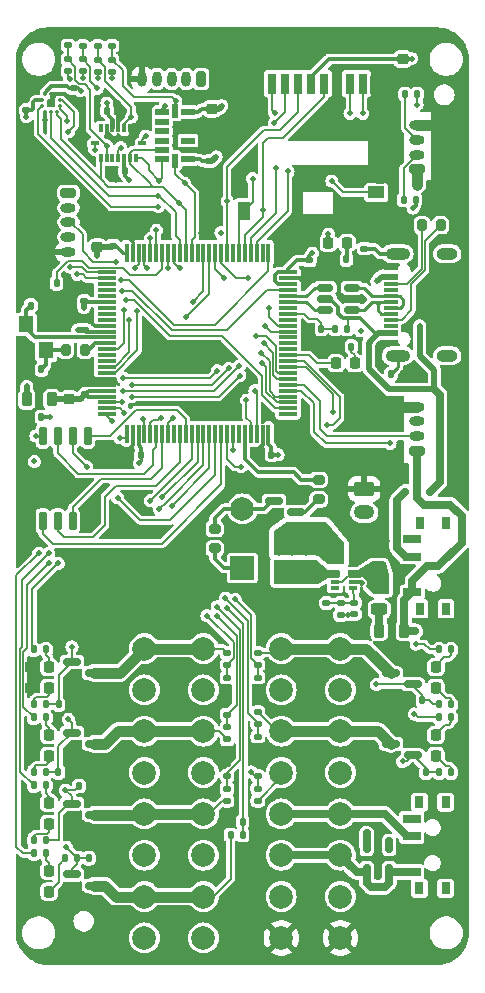
<source format=gtl>
%TF.GenerationSoftware,KiCad,Pcbnew,7.0.2-0*%
%TF.CreationDate,2023-11-23T12:17:07+01:00*%
%TF.ProjectId,Flight Computer,466c6967-6874-4204-936f-6d7075746572,1.1*%
%TF.SameCoordinates,Original*%
%TF.FileFunction,Copper,L1,Top*%
%TF.FilePolarity,Positive*%
%FSLAX46Y46*%
G04 Gerber Fmt 4.6, Leading zero omitted, Abs format (unit mm)*
G04 Created by KiCad (PCBNEW 7.0.2-0) date 2023-11-23 12:17:07*
%MOMM*%
%LPD*%
G01*
G04 APERTURE LIST*
G04 Aperture macros list*
%AMRoundRect*
0 Rectangle with rounded corners*
0 $1 Rounding radius*
0 $2 $3 $4 $5 $6 $7 $8 $9 X,Y pos of 4 corners*
0 Add a 4 corners polygon primitive as box body*
4,1,4,$2,$3,$4,$5,$6,$7,$8,$9,$2,$3,0*
0 Add four circle primitives for the rounded corners*
1,1,$1+$1,$2,$3*
1,1,$1+$1,$4,$5*
1,1,$1+$1,$6,$7*
1,1,$1+$1,$8,$9*
0 Add four rect primitives between the rounded corners*
20,1,$1+$1,$2,$3,$4,$5,0*
20,1,$1+$1,$4,$5,$6,$7,0*
20,1,$1+$1,$6,$7,$8,$9,0*
20,1,$1+$1,$8,$9,$2,$3,0*%
G04 Aperture macros list end*
%TA.AperFunction,SMDPad,CuDef*%
%ADD10RoundRect,0.218750X-0.218750X-0.256250X0.218750X-0.256250X0.218750X0.256250X-0.218750X0.256250X0*%
%TD*%
%TA.AperFunction,SMDPad,CuDef*%
%ADD11RoundRect,0.135000X-0.135000X-0.185000X0.135000X-0.185000X0.135000X0.185000X-0.135000X0.185000X0*%
%TD*%
%TA.AperFunction,SMDPad,CuDef*%
%ADD12RoundRect,0.150000X-0.587500X-0.150000X0.587500X-0.150000X0.587500X0.150000X-0.587500X0.150000X0*%
%TD*%
%TA.AperFunction,SMDPad,CuDef*%
%ADD13RoundRect,0.200000X-0.275000X0.200000X-0.275000X-0.200000X0.275000X-0.200000X0.275000X0.200000X0*%
%TD*%
%TA.AperFunction,SMDPad,CuDef*%
%ADD14RoundRect,0.135000X-0.185000X0.135000X-0.185000X-0.135000X0.185000X-0.135000X0.185000X0.135000X0*%
%TD*%
%TA.AperFunction,SMDPad,CuDef*%
%ADD15RoundRect,0.150000X0.587500X0.150000X-0.587500X0.150000X-0.587500X-0.150000X0.587500X-0.150000X0*%
%TD*%
%TA.AperFunction,SMDPad,CuDef*%
%ADD16RoundRect,0.218750X0.218750X0.256250X-0.218750X0.256250X-0.218750X-0.256250X0.218750X-0.256250X0*%
%TD*%
%TA.AperFunction,SMDPad,CuDef*%
%ADD17RoundRect,0.225000X0.250000X-0.225000X0.250000X0.225000X-0.250000X0.225000X-0.250000X-0.225000X0*%
%TD*%
%TA.AperFunction,SMDPad,CuDef*%
%ADD18RoundRect,0.135000X0.185000X-0.135000X0.185000X0.135000X-0.185000X0.135000X-0.185000X-0.135000X0*%
%TD*%
%TA.AperFunction,SMDPad,CuDef*%
%ADD19RoundRect,0.200000X0.200000X0.275000X-0.200000X0.275000X-0.200000X-0.275000X0.200000X-0.275000X0*%
%TD*%
%TA.AperFunction,SMDPad,CuDef*%
%ADD20RoundRect,0.140000X0.140000X0.170000X-0.140000X0.170000X-0.140000X-0.170000X0.140000X-0.170000X0*%
%TD*%
%TA.AperFunction,SMDPad,CuDef*%
%ADD21RoundRect,0.243750X0.456250X-0.243750X0.456250X0.243750X-0.456250X0.243750X-0.456250X-0.243750X0*%
%TD*%
%TA.AperFunction,SMDPad,CuDef*%
%ADD22RoundRect,0.225000X-0.250000X0.225000X-0.250000X-0.225000X0.250000X-0.225000X0.250000X0.225000X0*%
%TD*%
%TA.AperFunction,SMDPad,CuDef*%
%ADD23RoundRect,0.140000X-0.140000X-0.170000X0.140000X-0.170000X0.140000X0.170000X-0.140000X0.170000X0*%
%TD*%
%TA.AperFunction,SMDPad,CuDef*%
%ADD24R,0.800000X1.000000*%
%TD*%
%TA.AperFunction,SMDPad,CuDef*%
%ADD25R,1.500000X0.700000*%
%TD*%
%TA.AperFunction,SMDPad,CuDef*%
%ADD26RoundRect,0.140000X0.170000X-0.140000X0.170000X0.140000X-0.170000X0.140000X-0.170000X-0.140000X0*%
%TD*%
%TA.AperFunction,SMDPad,CuDef*%
%ADD27RoundRect,0.218750X0.218750X0.381250X-0.218750X0.381250X-0.218750X-0.381250X0.218750X-0.381250X0*%
%TD*%
%TA.AperFunction,ComponentPad*%
%ADD28RoundRect,0.200000X0.450000X-0.200000X0.450000X0.200000X-0.450000X0.200000X-0.450000X-0.200000X0*%
%TD*%
%TA.AperFunction,ComponentPad*%
%ADD29O,1.300000X0.800000*%
%TD*%
%TA.AperFunction,SMDPad,CuDef*%
%ADD30RoundRect,0.140000X-0.170000X0.140000X-0.170000X-0.140000X0.170000X-0.140000X0.170000X0.140000X0*%
%TD*%
%TA.AperFunction,SMDPad,CuDef*%
%ADD31RoundRect,0.135000X0.135000X0.185000X-0.135000X0.185000X-0.135000X-0.185000X0.135000X-0.185000X0*%
%TD*%
%TA.AperFunction,SMDPad,CuDef*%
%ADD32R,3.700000X1.100000*%
%TD*%
%TA.AperFunction,SMDPad,CuDef*%
%ADD33RoundRect,0.112500X-0.187500X-0.112500X0.187500X-0.112500X0.187500X0.112500X-0.187500X0.112500X0*%
%TD*%
%TA.AperFunction,SMDPad,CuDef*%
%ADD34RoundRect,0.075000X-0.725000X-0.075000X0.725000X-0.075000X0.725000X0.075000X-0.725000X0.075000X0*%
%TD*%
%TA.AperFunction,SMDPad,CuDef*%
%ADD35RoundRect,0.075000X-0.075000X-0.725000X0.075000X-0.725000X0.075000X0.725000X-0.075000X0.725000X0*%
%TD*%
%TA.AperFunction,SMDPad,CuDef*%
%ADD36R,1.240000X0.600000*%
%TD*%
%TA.AperFunction,SMDPad,CuDef*%
%ADD37R,1.240000X0.300000*%
%TD*%
%TA.AperFunction,ComponentPad*%
%ADD38O,2.100000X1.000000*%
%TD*%
%TA.AperFunction,ComponentPad*%
%ADD39O,1.800000X1.000000*%
%TD*%
%TA.AperFunction,SMDPad,CuDef*%
%ADD40RoundRect,0.150000X0.150000X-0.512500X0.150000X0.512500X-0.150000X0.512500X-0.150000X-0.512500X0*%
%TD*%
%TA.AperFunction,ComponentPad*%
%ADD41RoundRect,0.200000X0.200000X0.450000X-0.200000X0.450000X-0.200000X-0.450000X0.200000X-0.450000X0*%
%TD*%
%TA.AperFunction,ComponentPad*%
%ADD42O,0.800000X1.300000*%
%TD*%
%TA.AperFunction,SMDPad,CuDef*%
%ADD43RoundRect,0.150000X0.512500X0.150000X-0.512500X0.150000X-0.512500X-0.150000X0.512500X-0.150000X0*%
%TD*%
%TA.AperFunction,SMDPad,CuDef*%
%ADD44R,0.700000X1.750000*%
%TD*%
%TA.AperFunction,SMDPad,CuDef*%
%ADD45R,1.450000X1.000000*%
%TD*%
%TA.AperFunction,SMDPad,CuDef*%
%ADD46R,1.000000X1.550000*%
%TD*%
%TA.AperFunction,SMDPad,CuDef*%
%ADD47R,0.800000X1.500000*%
%TD*%
%TA.AperFunction,SMDPad,CuDef*%
%ADD48R,1.300000X1.500000*%
%TD*%
%TA.AperFunction,SMDPad,CuDef*%
%ADD49R,1.500000X1.500000*%
%TD*%
%TA.AperFunction,SMDPad,CuDef*%
%ADD50R,0.800000X1.400000*%
%TD*%
%TA.AperFunction,SMDPad,CuDef*%
%ADD51RoundRect,0.200000X0.275000X-0.200000X0.275000X0.200000X-0.275000X0.200000X-0.275000X-0.200000X0*%
%TD*%
%TA.AperFunction,SMDPad,CuDef*%
%ADD52RoundRect,0.200000X-0.200000X-0.275000X0.200000X-0.275000X0.200000X0.275000X-0.200000X0.275000X0*%
%TD*%
%TA.AperFunction,SMDPad,CuDef*%
%ADD53R,1.200000X1.400000*%
%TD*%
%TA.AperFunction,SMDPad,CuDef*%
%ADD54RoundRect,0.012500X0.112500X-0.325000X0.112500X0.325000X-0.112500X0.325000X-0.112500X-0.325000X0*%
%TD*%
%TA.AperFunction,SMDPad,CuDef*%
%ADD55RoundRect,0.012500X0.325000X-0.112500X0.325000X0.112500X-0.325000X0.112500X-0.325000X-0.112500X0*%
%TD*%
%TA.AperFunction,ComponentPad*%
%ADD56RoundRect,0.200000X-0.450000X0.200000X-0.450000X-0.200000X0.450000X-0.200000X0.450000X0.200000X0*%
%TD*%
%TA.AperFunction,SMDPad,CuDef*%
%ADD57RoundRect,0.250000X-0.250000X-0.475000X0.250000X-0.475000X0.250000X0.475000X-0.250000X0.475000X0*%
%TD*%
%TA.AperFunction,SMDPad,CuDef*%
%ADD58RoundRect,0.012500X0.125000X-0.112500X0.125000X0.112500X-0.125000X0.112500X-0.125000X-0.112500X0*%
%TD*%
%TA.AperFunction,SMDPad,CuDef*%
%ADD59RoundRect,0.012500X0.112500X-0.125000X0.112500X0.125000X-0.112500X0.125000X-0.112500X-0.125000X0*%
%TD*%
%TA.AperFunction,SMDPad,CuDef*%
%ADD60RoundRect,0.027500X0.545000X0.247500X-0.545000X0.247500X-0.545000X-0.247500X0.545000X-0.247500X0*%
%TD*%
%TA.AperFunction,SMDPad,CuDef*%
%ADD61RoundRect,0.027500X0.247500X0.545000X-0.247500X0.545000X-0.247500X-0.545000X0.247500X-0.545000X0*%
%TD*%
%TA.AperFunction,SMDPad,CuDef*%
%ADD62RoundRect,0.150000X0.150000X-0.650000X0.150000X0.650000X-0.150000X0.650000X-0.150000X-0.650000X0*%
%TD*%
%TA.AperFunction,SMDPad,CuDef*%
%ADD63R,0.700000X0.340000*%
%TD*%
%TA.AperFunction,ComponentPad*%
%ADD64RoundRect,0.250000X-0.625000X0.350000X-0.625000X-0.350000X0.625000X-0.350000X0.625000X0.350000X0*%
%TD*%
%TA.AperFunction,ComponentPad*%
%ADD65O,1.750000X1.200000*%
%TD*%
%TA.AperFunction,ComponentPad*%
%ADD66C,2.000000*%
%TD*%
%TA.AperFunction,ComponentPad*%
%ADD67R,2.000000X2.000000*%
%TD*%
%TA.AperFunction,ViaPad*%
%ADD68C,0.500000*%
%TD*%
%TA.AperFunction,ViaPad*%
%ADD69C,0.700000*%
%TD*%
%TA.AperFunction,Conductor*%
%ADD70C,0.300000*%
%TD*%
%TA.AperFunction,Conductor*%
%ADD71C,0.500000*%
%TD*%
%TA.AperFunction,Conductor*%
%ADD72C,0.127000*%
%TD*%
%TA.AperFunction,Conductor*%
%ADD73C,0.286004*%
%TD*%
%TA.AperFunction,Conductor*%
%ADD74C,0.250000*%
%TD*%
%TA.AperFunction,Conductor*%
%ADD75C,0.900000*%
%TD*%
%TA.AperFunction,Conductor*%
%ADD76C,0.700000*%
%TD*%
G04 APERTURE END LIST*
D10*
%TO.P,D12,1,K*%
%TO.N,GND*%
X85552500Y-73000000D03*
%TO.P,D12,2,A*%
%TO.N,Net-(D12-A)*%
X87127500Y-73000000D03*
%TD*%
D11*
%TO.P,R3,1*%
%TO.N,GND*%
X86750000Y-40490000D03*
%TO.P,R3,2*%
%TO.N,Net-(U1-BOOT0)*%
X87770000Y-40490000D03*
%TD*%
D10*
%TO.P,D8,1,K*%
%TO.N,GND*%
X85552500Y-80500000D03*
%TO.P,D8,2,A*%
%TO.N,Net-(D8-A)*%
X87127500Y-80500000D03*
%TD*%
D12*
%TO.P,Q2,1,G*%
%TO.N,/Pyro Channel A Trigger*%
X89062500Y-90550000D03*
%TO.P,Q2,2,S*%
%TO.N,GND*%
X89062500Y-92450000D03*
%TO.P,Q2,3,D*%
%TO.N,/Pyrotechnic Channels/Pyro Channel A*%
X90937500Y-91500000D03*
%TD*%
D13*
%TO.P,R18,1*%
%TO.N,Net-(U1-PE15)*%
X109950000Y-57135000D03*
%TO.P,R18,2*%
%TO.N,Net-(Q1-B)*%
X109950000Y-58785000D03*
%TD*%
D14*
%TO.P,R14,1*%
%TO.N,/Pyro F Continuity Voltage*%
X104800000Y-78890000D03*
%TO.P,R14,2*%
%TO.N,GND*%
X104800000Y-79910000D03*
%TD*%
D15*
%TO.P,Q1,1,B*%
%TO.N,Net-(Q1-B)*%
X108037500Y-59860000D03*
%TO.P,Q1,2,E*%
%TO.N,GND*%
X108037500Y-57960000D03*
%TO.P,Q1,3,C*%
%TO.N,Net-(BZ1-+)*%
X106162500Y-58910000D03*
%TD*%
D10*
%TO.P,D9,1,K*%
%TO.N,GND*%
X85552500Y-90250000D03*
%TO.P,D9,2,A*%
%TO.N,Net-(D9-A)*%
X87127500Y-90250000D03*
%TD*%
D16*
%TO.P,D2,1,K*%
%TO.N,Net-(D2-K)*%
X112347500Y-37080000D03*
%TO.P,D2,2,A*%
%TO.N,+3.3V*%
X110772500Y-37080000D03*
%TD*%
D14*
%TO.P,R13,1*%
%TO.N,/Pyrotechnic Channels/Pyro Channel F*%
X104800000Y-76790000D03*
%TO.P,R13,2*%
%TO.N,/Pyro F Continuity Voltage*%
X104800000Y-77810000D03*
%TD*%
D17*
%TO.P,C26,1*%
%TO.N,/Connectors and Power Supply/Power Supply/Buck_VIN*%
X114940000Y-64595000D03*
%TO.P,C26,2*%
%TO.N,GND*%
X114940000Y-63045000D03*
%TD*%
D18*
%TO.P,R9,1*%
%TO.N,/Pyrotechnic Channels/Pyro Channel C*%
X102200000Y-79110000D03*
%TO.P,R9,2*%
%TO.N,/Pyro C Continuity Voltage*%
X102200000Y-78090000D03*
%TD*%
D11*
%TO.P,R19,1*%
%TO.N,Net-(J7-SHIELD)*%
X116090000Y-48182500D03*
%TO.P,R19,2*%
%TO.N,GND*%
X117110000Y-48182500D03*
%TD*%
D10*
%TO.P,D10,1,K*%
%TO.N,GND*%
X85552500Y-84500000D03*
%TO.P,D10,2,A*%
%TO.N,Net-(D10-A)*%
X87127500Y-84500000D03*
%TD*%
D19*
%TO.P,R2,1*%
%TO.N,Net-(U1-PH1)*%
X90175000Y-46107500D03*
%TO.P,R2,2*%
%TO.N,Net-(C10-Pad1)*%
X88525000Y-46107500D03*
%TD*%
D11*
%TO.P,R59,1*%
%TO.N,/Pyro E Continuity LED*%
X120150000Y-71500000D03*
%TO.P,R59,2*%
%TO.N,Net-(D13-A)*%
X121170000Y-71500000D03*
%TD*%
D20*
%TO.P,C10,1*%
%TO.N,Net-(C10-Pad1)*%
X86480000Y-47782500D03*
%TO.P,C10,2*%
%TO.N,GND*%
X85520000Y-47782500D03*
%TD*%
D21*
%TO.P,F2,1*%
%TO.N,Net-(F2-Pad1)*%
X115090000Y-68077500D03*
%TO.P,F2,2*%
%TO.N,/Connectors and Power Supply/Power Supply/Buck_VIN*%
X115090000Y-66202500D03*
%TD*%
D22*
%TO.P,C1,1*%
%TO.N,+3.3V*%
X100910000Y-25715000D03*
%TO.P,C1,2*%
%TO.N,GND*%
X100910000Y-27265000D03*
%TD*%
D23*
%TO.P,C8,1*%
%TO.N,+3.3V*%
X92020000Y-25870000D03*
%TO.P,C8,2*%
%TO.N,GND*%
X92980000Y-25870000D03*
%TD*%
D20*
%TO.P,C15,1*%
%TO.N,+3.3V*%
X94930000Y-55070000D03*
%TO.P,C15,2*%
%TO.N,GND*%
X93970000Y-55070000D03*
%TD*%
D11*
%TO.P,R47,1*%
%TO.N,/Pyro A Continuity LED*%
X85830000Y-88750000D03*
%TO.P,R47,2*%
%TO.N,Net-(D9-A)*%
X86850000Y-88750000D03*
%TD*%
D14*
%TO.P,R15,1*%
%TO.N,/Pyrotechnic Channels/Pyro Channel D*%
X102200000Y-71790000D03*
%TO.P,R15,2*%
%TO.N,/Pyro D Continuity Voltage*%
X102200000Y-72810000D03*
%TD*%
D18*
%TO.P,R35,1*%
%TO.N,/Ignition Battery Voltage*%
X104800000Y-82210000D03*
%TO.P,R35,2*%
%TO.N,GND*%
X104800000Y-81190000D03*
%TD*%
%TO.P,R1,1*%
%TO.N,+3.3V*%
X111810000Y-68570000D03*
%TO.P,R1,2*%
%TO.N,Net-(U6-FB)*%
X111810000Y-67550000D03*
%TD*%
D24*
%TO.P,SW1,*%
%TO.N,*%
X118530000Y-68050000D03*
X120740000Y-68050000D03*
X118530000Y-60750000D03*
X120740000Y-60750000D03*
D25*
%TO.P,SW1,1,A*%
%TO.N,/Connectors and Power Supply/Vin_combined*%
X117880000Y-66650000D03*
%TO.P,SW1,2,B*%
%TO.N,Net-(D15-K)*%
X117880000Y-63650000D03*
%TO.P,SW1,3,C*%
%TO.N,unconnected-(SW1-C-Pad3)*%
X117880000Y-62150000D03*
%TD*%
D16*
%TO.P,D4,1,K*%
%TO.N,GND*%
X121447500Y-74750000D03*
%TO.P,D4,2,A*%
%TO.N,Net-(D4-A)*%
X119872500Y-74750000D03*
%TD*%
D19*
%TO.P,R21,1*%
%TO.N,Net-(J7-CC2)*%
X118700000Y-35570000D03*
%TO.P,R21,2*%
%TO.N,GND*%
X117050000Y-35570000D03*
%TD*%
D18*
%TO.P,R53,1*%
%TO.N,/Chip Select Low G Gyro*%
X91250000Y-20390000D03*
%TO.P,R53,2*%
%TO.N,GND*%
X91250000Y-19370000D03*
%TD*%
D26*
%TO.P,C25,1*%
%TO.N,Net-(J7-SHIELD)*%
X113800000Y-37560000D03*
%TO.P,C25,2*%
%TO.N,GND*%
X113800000Y-36600000D03*
%TD*%
D27*
%TO.P,FB1,1*%
%TO.N,/Microcontroller/VDDA*%
X87362500Y-50332500D03*
%TO.P,FB1,2*%
%TO.N,+3.3V*%
X85237500Y-50332500D03*
%TD*%
D28*
%TO.P,J8,1,Pin_1*%
%TO.N,/Connectors and Power Supply/Vin_combined*%
X118270000Y-54690000D03*
D29*
%TO.P,J8,2,Pin_2*%
%TO.N,/UART3 RX*%
X118270000Y-53440000D03*
%TO.P,J8,3,Pin_3*%
%TO.N,/UART3 TX*%
X118270000Y-52190000D03*
%TO.P,J8,4,Pin_4*%
%TO.N,GND*%
X118270000Y-50940000D03*
%TD*%
D26*
%TO.P,C16,1*%
%TO.N,/Microcontroller/VDDA*%
X90200000Y-49887500D03*
%TO.P,C16,2*%
%TO.N,GND*%
X90200000Y-48927500D03*
%TD*%
D11*
%TO.P,R37,1*%
%TO.N,/Pyro Channel E Trigger*%
X120150000Y-76150000D03*
%TO.P,R37,2*%
%TO.N,Net-(D4-A)*%
X121170000Y-76150000D03*
%TD*%
D30*
%TO.P,C3,1*%
%TO.N,+3.3V*%
X89230000Y-23990000D03*
%TO.P,C3,2*%
%TO.N,GND*%
X89230000Y-24950000D03*
%TD*%
D31*
%TO.P,R46,1*%
%TO.N,Net-(U1-PA9)*%
X110180000Y-44350000D03*
%TO.P,R46,2*%
%TO.N,GND*%
X109160000Y-44350000D03*
%TD*%
D14*
%TO.P,R5,1*%
%TO.N,Net-(U6-FB)*%
X110610000Y-67550000D03*
%TO.P,R5,2*%
%TO.N,GND*%
X110610000Y-68570000D03*
%TD*%
D31*
%TO.P,R17,1*%
%TO.N,Net-(D1-K)*%
X112720000Y-45850000D03*
%TO.P,R17,2*%
%TO.N,GND*%
X111700000Y-45850000D03*
%TD*%
D32*
%TO.P,L3,1,1*%
%TO.N,/Connectors and Power Supply/Power Supply/Buck_SW*%
X108050000Y-65340000D03*
%TO.P,L3,2,2*%
%TO.N,+3.3V*%
X108050000Y-62340000D03*
%TD*%
D11*
%TO.P,R58,1*%
%TO.N,/Pyro D Continuity LED*%
X85830000Y-71500000D03*
%TO.P,R58,2*%
%TO.N,Net-(D12-A)*%
X86850000Y-71500000D03*
%TD*%
D33*
%TO.P,D15,1,K*%
%TO.N,Net-(D15-K)*%
X117300000Y-58150000D03*
%TO.P,D15,2,A*%
%TO.N,/USB 5V in*%
X119400000Y-58150000D03*
%TD*%
D16*
%TO.P,D13,1,K*%
%TO.N,GND*%
X121447500Y-73000000D03*
%TO.P,D13,2,A*%
%TO.N,Net-(D13-A)*%
X119872500Y-73000000D03*
%TD*%
D34*
%TO.P,U1,1,PE2*%
%TO.N,/Altimeter Interrupt*%
X92025000Y-39582500D03*
%TO.P,U1,2,PE3*%
%TO.N,/Chip Select Altimeter*%
X92025000Y-40082500D03*
%TO.P,U1,3,PE4*%
%TO.N,unconnected-(U1-PE4-Pad3)*%
X92025000Y-40582500D03*
%TO.P,U1,4,PE5*%
%TO.N,unconnected-(U1-PE5-Pad4)*%
X92025000Y-41082500D03*
%TO.P,U1,5,PE6*%
%TO.N,unconnected-(U1-PE6-Pad5)*%
X92025000Y-41582500D03*
%TO.P,U1,6,VBAT*%
%TO.N,+3.3V*%
X92025000Y-42082500D03*
%TO.P,U1,7,PC13*%
%TO.N,unconnected-(U1-PC13-Pad7)*%
X92025000Y-42582500D03*
%TO.P,U1,8,PC14*%
%TO.N,unconnected-(U1-PC14-Pad8)*%
X92025000Y-43082500D03*
%TO.P,U1,9,PC15*%
%TO.N,unconnected-(U1-PC15-Pad9)*%
X92025000Y-43582500D03*
%TO.P,U1,10,VSS*%
%TO.N,GND*%
X92025000Y-44082500D03*
%TO.P,U1,11,VDD*%
%TO.N,+3.3V*%
X92025000Y-44582500D03*
%TO.P,U1,12,PH0*%
%TO.N,Net-(U1-PH0)*%
X92025000Y-45082500D03*
%TO.P,U1,13,PH1*%
%TO.N,Net-(U1-PH1)*%
X92025000Y-45582500D03*
%TO.P,U1,14,NRST*%
%TO.N,/NRST*%
X92025000Y-46082500D03*
%TO.P,U1,15,PC0*%
%TO.N,unconnected-(U1-PC0-Pad15)*%
X92025000Y-46582500D03*
%TO.P,U1,16,PC1*%
%TO.N,unconnected-(U1-PC1-Pad16)*%
X92025000Y-47082500D03*
%TO.P,U1,17,PC2*%
%TO.N,/SPI2 MISO*%
X92025000Y-47582500D03*
%TO.P,U1,18,PC3*%
%TO.N,/SPI2 MOSI*%
X92025000Y-48082500D03*
%TO.P,U1,19,VSSA*%
%TO.N,GND*%
X92025000Y-48582500D03*
%TO.P,U1,20,VREF-*%
X92025000Y-49082500D03*
%TO.P,U1,21,VREF+*%
%TO.N,/Microcontroller/VDDA*%
X92025000Y-49582500D03*
%TO.P,U1,22,VDDA*%
X92025000Y-50082500D03*
%TO.P,U1,23,PA0*%
%TO.N,/Pyro A Continuity Voltage*%
X92025000Y-50582500D03*
%TO.P,U1,24,PA1*%
%TO.N,/Pyro B Continuity Voltage*%
X92025000Y-51082500D03*
%TO.P,U1,25,PA2*%
%TO.N,/Pyro C Continuity Voltage*%
X92025000Y-51582500D03*
D35*
%TO.P,U1,26,PA3*%
%TO.N,/Pyro D Continuity Voltage*%
X93700000Y-53257500D03*
%TO.P,U1,27,VSS*%
%TO.N,GND*%
X94200000Y-53257500D03*
%TO.P,U1,28,VDD*%
%TO.N,+3.3V*%
X94700000Y-53257500D03*
%TO.P,U1,29,PA4*%
%TO.N,/Pyro F Continuity Voltage*%
X95200000Y-53257500D03*
%TO.P,U1,30,PA5*%
%TO.N,/Pyro E Continuity Voltage*%
X95700000Y-53257500D03*
%TO.P,U1,31,PA6*%
%TO.N,/QSPI IO3*%
X96200000Y-53257500D03*
%TO.P,U1,32,PA7*%
%TO.N,/QSPI IO2*%
X96700000Y-53257500D03*
%TO.P,U1,33,PC4*%
%TO.N,/Ignition Battery Voltage*%
X97200000Y-53257500D03*
%TO.P,U1,34,PC5*%
%TO.N,unconnected-(U1-PC5-Pad34)*%
X97700000Y-53257500D03*
%TO.P,U1,35,PB0*%
%TO.N,/QSPI IO1*%
X98200000Y-53257500D03*
%TO.P,U1,36,PB1*%
%TO.N,/QSPI IO0*%
X98700000Y-53257500D03*
%TO.P,U1,37,PB2*%
%TO.N,/Pyro Channel A Trigger*%
X99200000Y-53257500D03*
%TO.P,U1,38,PE7*%
%TO.N,/Pyro Channel B Trigger*%
X99700000Y-53257500D03*
%TO.P,U1,39,PE8*%
%TO.N,/Pyro Channel C Trigger*%
X100200000Y-53257500D03*
%TO.P,U1,40,PE9*%
%TO.N,/Pyro Channel D Trigger*%
X100700000Y-53257500D03*
%TO.P,U1,41,PE10*%
%TO.N,/QSPI Clock*%
X101200000Y-53257500D03*
%TO.P,U1,42,PE11*%
%TO.N,/QSPI Chip Select*%
X101700000Y-53257500D03*
%TO.P,U1,43,PE12*%
%TO.N,/Pyro Channel F Trigger*%
X102200000Y-53257500D03*
%TO.P,U1,44,PE13*%
%TO.N,/Pyro Channel E Trigger*%
X102700000Y-53257500D03*
%TO.P,U1,45,PE14*%
%TO.N,unconnected-(U1-PE14-Pad45)*%
X103200000Y-53257500D03*
%TO.P,U1,46,PE15*%
%TO.N,Net-(U1-PE15)*%
X103700000Y-53257500D03*
%TO.P,U1,47,PB10*%
%TO.N,/I2C2 SCL*%
X104200000Y-53257500D03*
%TO.P,U1,48,PB11*%
%TO.N,/I2C2 SDA*%
X104700000Y-53257500D03*
%TO.P,U1,49,VSS*%
%TO.N,GND*%
X105200000Y-53257500D03*
%TO.P,U1,50,VDD*%
%TO.N,+3.3V*%
X105700000Y-53257500D03*
D34*
%TO.P,U1,51,PB12*%
%TO.N,unconnected-(U1-PB12-Pad51)*%
X107375000Y-51582500D03*
%TO.P,U1,52,PB13*%
%TO.N,/SPI2 SCK*%
X107375000Y-51082500D03*
%TO.P,U1,53,PB14*%
%TO.N,/Pyro D Continuity LED*%
X107375000Y-50582500D03*
%TO.P,U1,54,PB15*%
%TO.N,/Pyro C Continuity LED*%
X107375000Y-50082500D03*
%TO.P,U1,55,PD8*%
%TO.N,/UART3 TX*%
X107375000Y-49582500D03*
%TO.P,U1,56,PD9*%
%TO.N,/UART3 RX*%
X107375000Y-49082500D03*
%TO.P,U1,57,PD10*%
%TO.N,/Pyro B Continuity LED*%
X107375000Y-48582500D03*
%TO.P,U1,58,PD11*%
%TO.N,/Pyro A Continuity LED*%
X107375000Y-48082500D03*
%TO.P,U1,59,PD12*%
%TO.N,/Pyro E Continuity LED*%
X107375000Y-47582500D03*
%TO.P,U1,60,PD13*%
%TO.N,/Pyro F Continuity LED*%
X107375000Y-47082500D03*
%TO.P,U1,61,PD14*%
%TO.N,Net-(D1-A)*%
X107375000Y-46582500D03*
%TO.P,U1,62,PD15*%
%TO.N,unconnected-(U1-PD15-Pad62)*%
X107375000Y-46082500D03*
%TO.P,U1,63,PC6*%
%TO.N,unconnected-(U1-PC6-Pad63)*%
X107375000Y-45582500D03*
%TO.P,U1,64,PC7*%
%TO.N,unconnected-(U1-PC7-Pad64)*%
X107375000Y-45082500D03*
%TO.P,U1,65,PC8*%
%TO.N,/SDMMC Data 0*%
X107375000Y-44582500D03*
%TO.P,U1,66,PC9*%
%TO.N,/SDMMC Data 1*%
X107375000Y-44082500D03*
%TO.P,U1,67,PA8*%
%TO.N,unconnected-(U1-PA8-Pad67)*%
X107375000Y-43582500D03*
%TO.P,U1,68,PA9*%
%TO.N,Net-(U1-PA9)*%
X107375000Y-43082500D03*
%TO.P,U1,69,PA10*%
%TO.N,unconnected-(U1-PA10-Pad69)*%
X107375000Y-42582500D03*
%TO.P,U1,70,PA11*%
%TO.N,/USB D-*%
X107375000Y-42082500D03*
%TO.P,U1,71,PA12*%
%TO.N,/USB D+*%
X107375000Y-41582500D03*
%TO.P,U1,72,PA13*%
%TO.N,/SWDIO*%
X107375000Y-41082500D03*
%TO.P,U1,73,VDDUSB*%
%TO.N,+3.3V*%
X107375000Y-40582500D03*
%TO.P,U1,74,VSS*%
%TO.N,GND*%
X107375000Y-40082500D03*
%TO.P,U1,75,VDD*%
%TO.N,+3.3V*%
X107375000Y-39582500D03*
D35*
%TO.P,U1,76,PA14*%
%TO.N,/SWCLK*%
X105700000Y-37907500D03*
%TO.P,U1,77,PA15*%
%TO.N,unconnected-(U1-PA15-Pad77)*%
X105200000Y-37907500D03*
%TO.P,U1,78,PC10*%
%TO.N,/SDMMC Data 2*%
X104700000Y-37907500D03*
%TO.P,U1,79,PC11*%
%TO.N,/SDMMC Data 3*%
X104200000Y-37907500D03*
%TO.P,U1,80,PC12*%
%TO.N,/SDMMC Clock*%
X103700000Y-37907500D03*
%TO.P,U1,81,PD0*%
%TO.N,/SD Card Detect*%
X103200000Y-37907500D03*
%TO.P,U1,82,PD1*%
%TO.N,unconnected-(U1-PD1-Pad82)*%
X102700000Y-37907500D03*
%TO.P,U1,83,PD2*%
%TO.N,/SDMMC Command*%
X102200000Y-37907500D03*
%TO.P,U1,84,PD3*%
%TO.N,/GPS External Interrupt*%
X101700000Y-37907500D03*
%TO.P,U1,85,PD4*%
%TO.N,/GPS Reset*%
X101200000Y-37907500D03*
%TO.P,U1,86,PD5*%
%TO.N,/UART2 TX*%
X100700000Y-37907500D03*
%TO.P,U1,87,PD6*%
%TO.N,/UART2 RX*%
X100200000Y-37907500D03*
%TO.P,U1,88,PD7*%
%TO.N,unconnected-(U1-PD7-Pad88)*%
X99700000Y-37907500D03*
%TO.P,U1,89,PB3*%
%TO.N,/SPI1 SCK*%
X99200000Y-37907500D03*
%TO.P,U1,90,PB4*%
%TO.N,/SPI1 MISO*%
X98700000Y-37907500D03*
%TO.P,U1,91,PB5*%
%TO.N,/SPI1 MOSI*%
X98200000Y-37907500D03*
%TO.P,U1,92,PB6*%
%TO.N,/Chip Select High G Accel*%
X97700000Y-37907500D03*
%TO.P,U1,93,PB7*%
%TO.N,/High G Interrupt*%
X97200000Y-37907500D03*
%TO.P,U1,94,BOOT0*%
%TO.N,Net-(U1-BOOT0)*%
X96700000Y-37907500D03*
%TO.P,U1,95,PB8*%
%TO.N,/Chip Select Low G Gyro*%
X96200000Y-37907500D03*
%TO.P,U1,96,PB9*%
%TO.N,/Low G Gyro Interrupt*%
X95700000Y-37907500D03*
%TO.P,U1,97,PE0*%
%TO.N,/Chip Select Low G Accel*%
X95200000Y-37907500D03*
%TO.P,U1,98,PE1*%
%TO.N,/Low G Accel Interrupt*%
X94700000Y-37907500D03*
%TO.P,U1,99,VSS*%
%TO.N,GND*%
X94200000Y-37907500D03*
%TO.P,U1,100,VDD*%
%TO.N,+3.3V*%
X93700000Y-37907500D03*
%TD*%
D16*
%TO.P,D5,1,K*%
%TO.N,GND*%
X121447500Y-80500000D03*
%TO.P,D5,2,A*%
%TO.N,Net-(D5-A)*%
X119872500Y-80500000D03*
%TD*%
D17*
%TO.P,C7,1*%
%TO.N,+3.3V*%
X91200000Y-37445000D03*
%TO.P,C7,2*%
%TO.N,GND*%
X91200000Y-35895000D03*
%TD*%
D31*
%TO.P,R39,1*%
%TO.N,/Pyro Channel D Trigger*%
X86850000Y-76150000D03*
%TO.P,R39,2*%
%TO.N,Net-(D6-A)*%
X85830000Y-76150000D03*
%TD*%
D20*
%TO.P,C29,1*%
%TO.N,+3.3V*%
X86480000Y-51820000D03*
%TO.P,C29,2*%
%TO.N,GND*%
X85520000Y-51820000D03*
%TD*%
D31*
%TO.P,R27,1*%
%TO.N,+3.3V*%
X118160000Y-33432500D03*
%TO.P,R27,2*%
%TO.N,/I2C2 SDA*%
X117140000Y-33432500D03*
%TD*%
D11*
%TO.P,R38,1*%
%TO.N,/Pyro Channel F Trigger*%
X120150000Y-81900000D03*
%TO.P,R38,2*%
%TO.N,Net-(D5-A)*%
X121170000Y-81900000D03*
%TD*%
%TO.P,R33,1*%
%TO.N,/Pyro Channel C Trigger*%
X87920000Y-81900000D03*
%TO.P,R33,2*%
%TO.N,GND*%
X88940000Y-81900000D03*
%TD*%
D31*
%TO.P,R40,1*%
%TO.N,/Pyro Channel B Trigger*%
X86850000Y-87650000D03*
%TO.P,R40,2*%
%TO.N,Net-(D7-A)*%
X85830000Y-87650000D03*
%TD*%
D36*
%TO.P,J7,A1,GND*%
%TO.N,GND*%
X116040000Y-45522500D03*
%TO.P,J7,A4,VBUS*%
%TO.N,/USB 5V in*%
X116040000Y-44722500D03*
D37*
%TO.P,J7,A5,CC1*%
%TO.N,Net-(J7-CC1)*%
X116040000Y-43572500D03*
%TO.P,J7,A6,D+*%
%TO.N,/Connectors and Power Supply/USB CONN D+*%
X116040000Y-42572500D03*
%TO.P,J7,A7,D-*%
%TO.N,/Connectors and Power Supply/USB CONN D-*%
X116040000Y-42072500D03*
%TO.P,J7,A8,SBU1*%
%TO.N,unconnected-(J7-SBU1-PadA8)*%
X116040000Y-41072500D03*
D36*
%TO.P,J7,A9,VBUS*%
%TO.N,/USB 5V in*%
X116040000Y-39922500D03*
%TO.P,J7,A12,GND*%
%TO.N,GND*%
X116040000Y-39122500D03*
%TO.P,J7,B1,GND*%
X116040000Y-39122500D03*
%TO.P,J7,B4,VBUS*%
%TO.N,/USB 5V in*%
X116040000Y-39922500D03*
D37*
%TO.P,J7,B5,CC2*%
%TO.N,Net-(J7-CC2)*%
X116040000Y-40572500D03*
%TO.P,J7,B6,D+*%
%TO.N,/Connectors and Power Supply/USB CONN D+*%
X116040000Y-41572500D03*
%TO.P,J7,B7,D-*%
%TO.N,/Connectors and Power Supply/USB CONN D-*%
X116040000Y-43072500D03*
%TO.P,J7,B8,SBU2*%
%TO.N,unconnected-(J7-SBU2-PadB8)*%
X116040000Y-44072500D03*
D36*
%TO.P,J7,B9,VBUS*%
%TO.N,/USB 5V in*%
X116040000Y-44722500D03*
%TO.P,J7,B12,GND*%
%TO.N,GND*%
X116040000Y-45522500D03*
D38*
%TO.P,J7,S1,SHIELD*%
%TO.N,Net-(J7-SHIELD)*%
X116640000Y-46642500D03*
D39*
X120840000Y-46642500D03*
D38*
X116640000Y-38002500D03*
D39*
X120840000Y-38002500D03*
%TD*%
D31*
%TO.P,R30,1*%
%TO.N,/Pyro Channel E Trigger*%
X118730000Y-75790000D03*
%TO.P,R30,2*%
%TO.N,GND*%
X117710000Y-75790000D03*
%TD*%
D14*
%TO.P,R12,1*%
%TO.N,/Pyro E Continuity Voltage*%
X104800000Y-73890000D03*
%TO.P,R12,2*%
%TO.N,GND*%
X104800000Y-74910000D03*
%TD*%
D30*
%TO.P,C12,1*%
%TO.N,+3.3V*%
X109160000Y-38560000D03*
%TO.P,C12,2*%
%TO.N,GND*%
X109160000Y-39520000D03*
%TD*%
D27*
%TO.P,FB3,1*%
%TO.N,/Connectors and Power Supply/Vin_combined*%
X117202500Y-69900000D03*
%TO.P,FB3,2*%
%TO.N,Net-(F2-Pad1)*%
X115077500Y-69900000D03*
%TD*%
D40*
%TO.P,U8,1,VDD*%
%TO.N,/Main battery in*%
X114020000Y-90337500D03*
%TO.P,U8,2,GND*%
%TO.N,GND*%
X114970000Y-90337500D03*
%TO.P,U8,3,EN*%
%TO.N,/Main battery in*%
X115920000Y-90337500D03*
%TO.P,U8,4,NC*%
%TO.N,unconnected-(U8-NC-Pad4)*%
X115920000Y-88062500D03*
%TO.P,U8,5,OUT*%
%TO.N,/Connectors and Power Supply/Vin_combined*%
X114020000Y-88062500D03*
%TD*%
D18*
%TO.P,R48,1*%
%TO.N,+3.3V*%
X92460000Y-22590000D03*
%TO.P,R48,2*%
%TO.N,/Chip Select High G Accel*%
X92460000Y-21570000D03*
%TD*%
%TO.P,R8,1*%
%TO.N,/Pyro B Continuity Voltage*%
X102200000Y-82210000D03*
%TO.P,R8,2*%
%TO.N,GND*%
X102200000Y-81190000D03*
%TD*%
D16*
%TO.P,D14,1,K*%
%TO.N,GND*%
X121447500Y-78750000D03*
%TO.P,D14,2,A*%
%TO.N,Net-(D14-A)*%
X119872500Y-78750000D03*
%TD*%
D10*
%TO.P,D11,1,K*%
%TO.N,GND*%
X85552500Y-78750000D03*
%TO.P,D11,2,A*%
%TO.N,Net-(D11-A)*%
X87127500Y-78750000D03*
%TD*%
D15*
%TO.P,Q7,1,G*%
%TO.N,/Pyro Channel F Trigger*%
X117937500Y-80450000D03*
%TO.P,Q7,2,S*%
%TO.N,GND*%
X117937500Y-78550000D03*
%TO.P,Q7,3,D*%
%TO.N,/Pyrotechnic Channels/Pyro Channel F*%
X116062500Y-79500000D03*
%TD*%
D26*
%TO.P,C9,1*%
%TO.N,+3.3V*%
X90100000Y-42012500D03*
%TO.P,C9,2*%
%TO.N,GND*%
X90100000Y-41052500D03*
%TD*%
D10*
%TO.P,D3,1,K*%
%TO.N,GND*%
X85552500Y-92000000D03*
%TO.P,D3,2,A*%
%TO.N,Net-(D3-A)*%
X87127500Y-92000000D03*
%TD*%
D26*
%TO.P,C4,1*%
%TO.N,+3.3V*%
X85200000Y-25820000D03*
%TO.P,C4,2*%
%TO.N,GND*%
X85200000Y-24860000D03*
%TD*%
D18*
%TO.P,R49,1*%
%TO.N,/Chip Select High G Accel*%
X92460000Y-20390000D03*
%TO.P,R49,2*%
%TO.N,GND*%
X92460000Y-19370000D03*
%TD*%
D17*
%TO.P,C24,1*%
%TO.N,/Microcontroller/VDDA*%
X88850000Y-50282500D03*
%TO.P,C24,2*%
%TO.N,GND*%
X88850000Y-48732500D03*
%TD*%
D14*
%TO.P,R16,1*%
%TO.N,/Pyro D Continuity Voltage*%
X102200000Y-73890000D03*
%TO.P,R16,2*%
%TO.N,GND*%
X102200000Y-74910000D03*
%TD*%
D41*
%TO.P,J3,1,Pin_1*%
%TO.N,+3.3V*%
X100000000Y-23200000D03*
D42*
%TO.P,J3,2,Pin_2*%
%TO.N,/NRST*%
X98750000Y-23200000D03*
%TO.P,J3,3,Pin_3*%
%TO.N,/SWCLK*%
X97500000Y-23200000D03*
%TO.P,J3,4,Pin_4*%
%TO.N,/SWDIO*%
X96250000Y-23200000D03*
%TO.P,J3,5,Pin_5*%
%TO.N,GND*%
X95000000Y-23200000D03*
%TD*%
D43*
%TO.P,U2,1,I/O1*%
%TO.N,/Connectors and Power Supply/USB CONN D-*%
X112787500Y-42782500D03*
%TO.P,U2,2,GND*%
%TO.N,GND*%
X112787500Y-41832500D03*
%TO.P,U2,3,I/O2*%
%TO.N,/Connectors and Power Supply/USB CONN D+*%
X112787500Y-40882500D03*
%TO.P,U2,4,I/O2*%
%TO.N,/USB D+*%
X110512500Y-40882500D03*
%TO.P,U2,5,VBUS*%
%TO.N,/USB 5V in*%
X110512500Y-41832500D03*
%TO.P,U2,6,I/O1*%
%TO.N,/USB D-*%
X110512500Y-42782500D03*
%TD*%
D44*
%TO.P,J10,1,DAT2*%
%TO.N,/SDMMC Data 2*%
X105995000Y-23582500D03*
%TO.P,J10,2,DAT3/CD*%
%TO.N,/SDMMC Data 3*%
X107095000Y-23582500D03*
%TO.P,J10,3,CMD*%
%TO.N,/SDMMC Command*%
X108195000Y-23582500D03*
%TO.P,J10,4,VDD*%
%TO.N,+3.3V*%
X109295000Y-23582500D03*
%TO.P,J10,5,CLK*%
%TO.N,/SDMMC Clock*%
X110395000Y-23582500D03*
%TO.P,J10,6,VSS*%
%TO.N,GND*%
X111495000Y-23582500D03*
%TO.P,J10,7,DAT0*%
%TO.N,/SDMMC Data 0*%
X112595000Y-23582500D03*
%TO.P,J10,8,DAT1*%
%TO.N,/SDMMC Data 1*%
X113695000Y-23582500D03*
D45*
%TO.P,J10,9,DET_B*%
%TO.N,/SD Card Detect*%
X114820000Y-32807500D03*
D46*
%TO.P,J10,10,DET_A*%
X103595000Y-34382500D03*
D47*
%TO.P,J10,11,SHIELD*%
%TO.N,GND*%
X115145000Y-31307500D03*
D48*
X114895000Y-23707500D03*
D49*
X103545000Y-23707500D03*
D50*
X103195000Y-31957500D03*
%TD*%
D51*
%TO.P,R28,1*%
%TO.N,+3.3V*%
X101150000Y-62945000D03*
%TO.P,R28,2*%
%TO.N,Net-(BZ1-+)*%
X101150000Y-61295000D03*
%TD*%
D52*
%TO.P,R20,1*%
%TO.N,Net-(J7-CC1)*%
X120275000Y-35570000D03*
%TO.P,R20,2*%
%TO.N,GND*%
X121925000Y-35570000D03*
%TD*%
D11*
%TO.P,R4,1*%
%TO.N,/Pyrotechnic Channels/Pyro Channel A*%
X102490000Y-87200000D03*
%TO.P,R4,2*%
%TO.N,/Pyro A Continuity Voltage*%
X103510000Y-87200000D03*
%TD*%
D53*
%TO.P,Y1,1,1*%
%TO.N,Net-(U1-PH0)*%
X85175000Y-43982500D03*
%TO.P,Y1,2,2*%
%TO.N,GND*%
X85175000Y-46182500D03*
%TO.P,Y1,3,3*%
%TO.N,Net-(C10-Pad1)*%
X86875000Y-46182500D03*
%TO.P,Y1,4,4*%
%TO.N,GND*%
X86875000Y-43982500D03*
%TD*%
D31*
%TO.P,R31,1*%
%TO.N,/Pyro Channel F Trigger*%
X119050000Y-81910000D03*
%TO.P,R31,2*%
%TO.N,GND*%
X118030000Y-81910000D03*
%TD*%
%TO.P,R36,1*%
%TO.N,/Pyro Channel A Trigger*%
X89530000Y-89160000D03*
%TO.P,R36,2*%
%TO.N,Net-(D3-A)*%
X88510000Y-89160000D03*
%TD*%
D18*
%TO.P,R52,1*%
%TO.N,+3.3V*%
X91250000Y-22590000D03*
%TO.P,R52,2*%
%TO.N,/Chip Select Low G Gyro*%
X91250000Y-21570000D03*
%TD*%
D31*
%TO.P,R41,1*%
%TO.N,/Pyro Channel C Trigger*%
X86850000Y-81900000D03*
%TO.P,R41,2*%
%TO.N,Net-(D8-A)*%
X85830000Y-81900000D03*
%TD*%
D15*
%TO.P,Q6,1,G*%
%TO.N,/Pyro Channel E Trigger*%
X117937500Y-74450000D03*
%TO.P,Q6,2,S*%
%TO.N,GND*%
X117937500Y-72550000D03*
%TO.P,Q6,3,D*%
%TO.N,/Pyrotechnic Channels/Pyro Channel E*%
X116062500Y-73500000D03*
%TD*%
D11*
%TO.P,R56,1*%
%TO.N,/Pyro B Continuity LED*%
X85830000Y-83000000D03*
%TO.P,R56,2*%
%TO.N,Net-(D10-A)*%
X86850000Y-83000000D03*
%TD*%
%TO.P,R57,1*%
%TO.N,/Pyro C Continuity LED*%
X85830000Y-77250000D03*
%TO.P,R57,2*%
%TO.N,Net-(D11-A)*%
X86850000Y-77250000D03*
%TD*%
D31*
%TO.P,R45,1*%
%TO.N,/USB 5V in*%
X112390000Y-44350000D03*
%TO.P,R45,2*%
%TO.N,Net-(U1-PA9)*%
X111370000Y-44350000D03*
%TD*%
D28*
%TO.P,J9,1,Pin_1*%
%TO.N,+3.3V*%
X118300000Y-30857500D03*
D29*
%TO.P,J9,2,Pin_2*%
%TO.N,/I2C2 SDA*%
X118300000Y-29607500D03*
%TO.P,J9,3,Pin_3*%
%TO.N,/I2C2 SCL*%
X118300000Y-28357500D03*
%TO.P,J9,4,Pin_4*%
%TO.N,GND*%
X118300000Y-27107500D03*
%TD*%
D11*
%TO.P,R32,1*%
%TO.N,/Pyro Channel D Trigger*%
X87930000Y-76150000D03*
%TO.P,R32,2*%
%TO.N,GND*%
X88950000Y-76150000D03*
%TD*%
D18*
%TO.P,R7,1*%
%TO.N,/Pyrotechnic Channels/Pyro Channel B*%
X102200000Y-84310000D03*
%TO.P,R7,2*%
%TO.N,/Pyro B Continuity Voltage*%
X102200000Y-83290000D03*
%TD*%
%TO.P,R50,1*%
%TO.N,+3.3V*%
X88730000Y-22560000D03*
%TO.P,R50,2*%
%TO.N,/Chip Select Low G Accel*%
X88730000Y-21540000D03*
%TD*%
%TO.P,R55,1*%
%TO.N,/Chip Select Altimeter*%
X89980000Y-20390000D03*
%TO.P,R55,2*%
%TO.N,GND*%
X89980000Y-19370000D03*
%TD*%
D54*
%TO.P,U4,1,Interrupt_2*%
%TO.N,unconnected-(U4-Interrupt_2-Pad1)*%
X91490000Y-27380000D03*
%TO.P,U4,2,NC*%
%TO.N,GND*%
X91990000Y-27380000D03*
%TO.P,U4,3,Vdd*%
%TO.N,+3.3V*%
X92490000Y-27380000D03*
%TO.P,U4,4,GNDA*%
%TO.N,GND*%
X92990000Y-27380000D03*
%TO.P,U4,5,Chip_Select_Gyro*%
%TO.N,/Chip Select Low G Gyro*%
X93490000Y-27380000D03*
%TO.P,U4,6,GNDIO*%
%TO.N,GND*%
X93990000Y-27380000D03*
%TO.P,U4,7,Protocol_Select*%
X94490000Y-27380000D03*
D55*
%TO.P,U4,8,SCL/SCK*%
%TO.N,/SPI1 SCK*%
X95002500Y-28642500D03*
D54*
%TO.P,U4,9,SDA/SDI*%
%TO.N,/SPI1 MOSI*%
X94490000Y-29905000D03*
%TO.P,U4,10,SDO2*%
%TO.N,/SPI1 MISO*%
X93990000Y-29905000D03*
%TO.P,U4,11,Vddio*%
%TO.N,+3.3V*%
X93490000Y-29905000D03*
%TO.P,U4,12,Interrupt_3*%
%TO.N,/Low G Gyro Interrupt*%
X92990000Y-29905000D03*
%TO.P,U4,13,Interrupt_4*%
%TO.N,unconnected-(U4-Interrupt_4-Pad13)*%
X92490000Y-29905000D03*
%TO.P,U4,14,Chip_Select_Accel*%
%TO.N,/Chip Select Low G Accel*%
X91990000Y-29905000D03*
%TO.P,U4,15,SDO1*%
%TO.N,/SPI1 MISO*%
X91490000Y-29905000D03*
D55*
%TO.P,U4,16,Interrupt_1*%
%TO.N,/Low G Accel Interrupt*%
X90977500Y-28642500D03*
%TD*%
D18*
%TO.P,R10,1*%
%TO.N,/Pyro C Continuity Voltage*%
X102200000Y-77010000D03*
%TO.P,R10,2*%
%TO.N,GND*%
X102200000Y-75990000D03*
%TD*%
D12*
%TO.P,Q5,1,G*%
%TO.N,/Pyro Channel C Trigger*%
X89062500Y-78550000D03*
%TO.P,Q5,2,S*%
%TO.N,GND*%
X89062500Y-80450000D03*
%TO.P,Q5,3,D*%
%TO.N,/Pyrotechnic Channels/Pyro Channel C*%
X90937500Y-79500000D03*
%TD*%
D10*
%TO.P,D6,1,K*%
%TO.N,GND*%
X85552500Y-74750000D03*
%TO.P,D6,2,A*%
%TO.N,Net-(D6-A)*%
X87127500Y-74750000D03*
%TD*%
D24*
%TO.P,SW2,*%
%TO.N,*%
X118490000Y-91720000D03*
X120700000Y-91720000D03*
X118490000Y-84420000D03*
X120700000Y-84420000D03*
D25*
%TO.P,SW2,1,A*%
%TO.N,/Main battery in*%
X117840000Y-90320000D03*
%TO.P,SW2,2,B*%
%TO.N,/Main battery connector*%
X117840000Y-87320000D03*
%TO.P,SW2,3,C*%
%TO.N,unconnected-(SW2-C-Pad3)*%
X117840000Y-85820000D03*
%TD*%
D26*
%TO.P,C27,1*%
%TO.N,+3.3V*%
X112980000Y-68510000D03*
%TO.P,C27,2*%
%TO.N,Net-(U6-FB)*%
X112980000Y-67550000D03*
%TD*%
D31*
%TO.P,R6,1*%
%TO.N,/Pyro A Continuity Voltage*%
X103510000Y-86080000D03*
%TO.P,R6,2*%
%TO.N,GND*%
X102490000Y-86080000D03*
%TD*%
D11*
%TO.P,R29,1*%
%TO.N,/Pyro Channel B Trigger*%
X89660000Y-83058000D03*
%TO.P,R29,2*%
%TO.N,GND*%
X90680000Y-83058000D03*
%TD*%
D56*
%TO.P,J5,1,Pin_1*%
%TO.N,+3.3V*%
X88760000Y-32840000D03*
D29*
%TO.P,J5,2,Pin_2*%
%TO.N,/SPI2 MISO*%
X88760000Y-34090000D03*
%TO.P,J5,3,Pin_3*%
%TO.N,/SPI2 MOSI*%
X88760000Y-35340000D03*
%TO.P,J5,4,Pin_4*%
%TO.N,/SPI2 SCK*%
X88760000Y-36590000D03*
%TO.P,J5,5,Pin_5*%
%TO.N,GND*%
X88760000Y-37840000D03*
%TD*%
D14*
%TO.P,R11,1*%
%TO.N,/Pyrotechnic Channels/Pyro Channel E*%
X104800000Y-71790000D03*
%TO.P,R11,2*%
%TO.N,/Pyro E Continuity Voltage*%
X104800000Y-72810000D03*
%TD*%
D57*
%TO.P,C30,1*%
%TO.N,+3.3V*%
X111330000Y-63360000D03*
%TO.P,C30,2*%
%TO.N,GND*%
X113230000Y-63360000D03*
%TD*%
D58*
%TO.P,U5,1,Vddio*%
%TO.N,+3.3V*%
X86537500Y-25002500D03*
%TO.P,U5,2,SCK*%
%TO.N,/SPI1 SCK*%
X86537500Y-25502500D03*
D59*
%TO.P,U5,3,GND*%
%TO.N,GND*%
X86800000Y-26015000D03*
%TO.P,U5,4,SDI*%
%TO.N,/SPI1 MOSI*%
X87300000Y-26015000D03*
%TO.P,U5,5,SDO*%
%TO.N,/SPI1 MISO*%
X87800000Y-26015000D03*
D58*
%TO.P,U5,6,Chip_Select*%
%TO.N,/Chip Select Altimeter*%
X88062500Y-25502500D03*
%TO.P,U5,7,Interrupt*%
%TO.N,/Altimeter Interrupt*%
X88062500Y-25002500D03*
D59*
%TO.P,U5,8,GND*%
%TO.N,GND*%
X87800000Y-24490000D03*
%TO.P,U5,9,GND*%
X87300000Y-24490000D03*
%TO.P,U5,10,Vdd*%
%TO.N,+3.3V*%
X86800000Y-24490000D03*
%TD*%
D22*
%TO.P,C28,1*%
%TO.N,+3.3V*%
X117070000Y-21495000D03*
%TO.P,C28,2*%
%TO.N,GND*%
X117070000Y-23045000D03*
%TD*%
D18*
%TO.P,R51,1*%
%TO.N,/Chip Select Low G Accel*%
X88730000Y-20360000D03*
%TO.P,R51,2*%
%TO.N,GND*%
X88730000Y-19340000D03*
%TD*%
D12*
%TO.P,Q3,1,G*%
%TO.N,/Pyro Channel B Trigger*%
X89062500Y-84550000D03*
%TO.P,Q3,2,S*%
%TO.N,GND*%
X89062500Y-86450000D03*
%TO.P,Q3,3,D*%
%TO.N,/Pyrotechnic Channels/Pyro Channel B*%
X90937500Y-85500000D03*
%TD*%
D16*
%TO.P,D1,1,K*%
%TO.N,Net-(D1-K)*%
X112987500Y-47270000D03*
%TO.P,D1,2,A*%
%TO.N,Net-(D1-A)*%
X111412500Y-47270000D03*
%TD*%
D20*
%TO.P,C13,1*%
%TO.N,+3.3V*%
X105955000Y-55020000D03*
%TO.P,C13,2*%
%TO.N,GND*%
X104995000Y-55020000D03*
%TD*%
D60*
%TO.P,U3,1,Vdd*%
%TO.N,+3.3V*%
X98900000Y-30010000D03*
%TO.P,U3,2,GND*%
%TO.N,GND*%
X98900000Y-29210000D03*
%TO.P,U3,3,Reserved*%
%TO.N,unconnected-(U3-Reserved-Pad3)*%
X98900000Y-28410000D03*
%TO.P,U3,4,GND*%
%TO.N,GND*%
X98900000Y-27610000D03*
%TO.P,U3,5,GND*%
X98900000Y-26810000D03*
%TO.P,U3,6,Vs*%
%TO.N,+3.3V*%
X98900000Y-26010000D03*
D61*
%TO.P,U3,7,Chip_Select*%
%TO.N,/Chip Select High G Accel*%
X97802500Y-25912500D03*
D60*
%TO.P,U3,8,Interrupt_1*%
%TO.N,/High G Interrupt*%
X96705000Y-26010000D03*
%TO.P,U3,9,Interrupt_2*%
%TO.N,unconnected-(U3-Interrupt_2-Pad9)*%
X96705000Y-26810000D03*
%TO.P,U3,10*%
%TO.N,N/C*%
X96705000Y-27610000D03*
%TO.P,U3,11,Reserved*%
%TO.N,unconnected-(U3-Reserved-Pad11)*%
X96705000Y-28410000D03*
%TO.P,U3,12,SDO/Addr_sel*%
%TO.N,/SPI1 MISO*%
X96705000Y-29210000D03*
%TO.P,U3,13,SDA/SDI*%
%TO.N,/SPI1 MOSI*%
X96705000Y-30010000D03*
D61*
%TO.P,U3,14,SCL/SCK*%
%TO.N,/SPI1 SCK*%
X97802500Y-30107500D03*
%TD*%
D10*
%TO.P,D7,1,K*%
%TO.N,GND*%
X85552500Y-86250000D03*
%TO.P,D7,2,A*%
%TO.N,Net-(D7-A)*%
X87127500Y-86250000D03*
%TD*%
D62*
%TO.P,U7,1,~{CS}*%
%TO.N,/QSPI Chip Select*%
X86595000Y-60620000D03*
%TO.P,U7,2,DO(IO1)*%
%TO.N,/QSPI IO1*%
X87865000Y-60620000D03*
%TO.P,U7,3,IO2*%
%TO.N,/QSPI IO2*%
X89135000Y-60620000D03*
%TO.P,U7,4,GND*%
%TO.N,GND*%
X90405000Y-60620000D03*
%TO.P,U7,5,DI(IO0)*%
%TO.N,/QSPI IO0*%
X90405000Y-53420000D03*
%TO.P,U7,6,CLK*%
%TO.N,/QSPI Clock*%
X89135000Y-53420000D03*
%TO.P,U7,7,IO3*%
%TO.N,/QSPI IO3*%
X87865000Y-53420000D03*
%TO.P,U7,8,VCC*%
%TO.N,+3.3V*%
X86595000Y-53420000D03*
%TD*%
D26*
%TO.P,C2,1*%
%TO.N,+3.3V*%
X100700000Y-30162500D03*
%TO.P,C2,2*%
%TO.N,GND*%
X100700000Y-29202500D03*
%TD*%
D31*
%TO.P,R26,1*%
%TO.N,+3.3V*%
X118290000Y-24480000D03*
%TO.P,R26,2*%
%TO.N,/I2C2 SCL*%
X117270000Y-24480000D03*
%TD*%
%TO.P,R24,1*%
%TO.N,Net-(D2-K)*%
X112300000Y-38475000D03*
%TO.P,R24,2*%
%TO.N,GND*%
X111280000Y-38475000D03*
%TD*%
D23*
%TO.P,C6,1*%
%TO.N,Net-(U1-PH0)*%
X85570000Y-42382500D03*
%TO.P,C6,2*%
%TO.N,GND*%
X86530000Y-42382500D03*
%TD*%
D18*
%TO.P,R54,1*%
%TO.N,+3.3V*%
X89980000Y-22560000D03*
%TO.P,R54,2*%
%TO.N,/Chip Select Altimeter*%
X89980000Y-21540000D03*
%TD*%
D20*
%TO.P,C5,1*%
%TO.N,+3.3V*%
X93580000Y-31020000D03*
%TO.P,C5,2*%
%TO.N,GND*%
X92620000Y-31020000D03*
%TD*%
D11*
%TO.P,R34,1*%
%TO.N,/Pyro Channel A Trigger*%
X90500000Y-89170000D03*
%TO.P,R34,2*%
%TO.N,GND*%
X91520000Y-89170000D03*
%TD*%
D26*
%TO.P,C11,1*%
%TO.N,+3.3V*%
X92550000Y-37300000D03*
%TO.P,C11,2*%
%TO.N,GND*%
X92550000Y-36340000D03*
%TD*%
D18*
%TO.P,R25,1*%
%TO.N,+12V*%
X104800000Y-84310000D03*
%TO.P,R25,2*%
%TO.N,/Ignition Battery Voltage*%
X104800000Y-83290000D03*
%TD*%
D11*
%TO.P,R60,1*%
%TO.N,/Pyro F Continuity LED*%
X120150000Y-77250000D03*
%TO.P,R60,2*%
%TO.N,Net-(D14-A)*%
X121170000Y-77250000D03*
%TD*%
D63*
%TO.P,U6,1,FB*%
%TO.N,Net-(U6-FB)*%
X112830000Y-66270000D03*
%TO.P,U6,2,GND*%
%TO.N,GND*%
X112830000Y-65770000D03*
%TO.P,U6,3,VIN*%
%TO.N,/Connectors and Power Supply/Power Supply/Buck_VIN*%
X112830000Y-65270000D03*
%TO.P,U6,4,SW*%
%TO.N,/Connectors and Power Supply/Power Supply/Buck_SW*%
X111330000Y-65270000D03*
%TO.P,U6,5,Enable*%
%TO.N,/Connectors and Power Supply/Power Supply/Buck_VIN*%
X111330000Y-65770000D03*
%TO.P,U6,6,Power_Good*%
%TO.N,unconnected-(U6-Power_Good-Pad6)*%
X111330000Y-66270000D03*
%TD*%
D26*
%TO.P,C14,1*%
%TO.N,+3.3V*%
X90150000Y-44437500D03*
%TO.P,C14,2*%
%TO.N,GND*%
X90150000Y-43477500D03*
%TD*%
D12*
%TO.P,Q8,1,G*%
%TO.N,/Pyro Channel D Trigger*%
X89062500Y-72550000D03*
%TO.P,Q8,2,S*%
%TO.N,GND*%
X89062500Y-74450000D03*
%TO.P,Q8,3,D*%
%TO.N,/Pyrotechnic Channels/Pyro Channel D*%
X90937500Y-73500000D03*
%TD*%
D64*
%TO.P,J4,1,Pin_1*%
%TO.N,GND*%
X113800000Y-57900000D03*
D65*
%TO.P,J4,2,Pin_2*%
%TO.N,/Main battery connector*%
X113800000Y-59900000D03*
%TD*%
D66*
%TO.P,J2,1,Pin_1*%
%TO.N,+12V*%
X95200000Y-95920000D03*
%TO.P,J2,2,Pin_2*%
X100200000Y-95920000D03*
%TO.P,J2,3,Pin_3*%
%TO.N,/Pyrotechnic Channels/Pyro Channel A*%
X95200000Y-92420000D03*
%TO.P,J2,4,Pin_4*%
X100200000Y-92420000D03*
%TO.P,J2,5,Pin_5*%
%TO.N,+12V*%
X95200000Y-88920000D03*
%TO.P,J2,6,Pin_6*%
X100200000Y-88920000D03*
%TO.P,J2,7,Pin_7*%
%TO.N,/Pyrotechnic Channels/Pyro Channel B*%
X95200000Y-85420000D03*
%TO.P,J2,8,Pin_8*%
X100200000Y-85420000D03*
%TO.P,J2,9,Pin_9*%
%TO.N,+12V*%
X95200000Y-81920000D03*
%TO.P,J2,10,Pin_10*%
X100200000Y-81920000D03*
%TO.P,J2,11,Pin_11*%
%TO.N,/Pyrotechnic Channels/Pyro Channel C*%
X95200000Y-78420000D03*
%TO.P,J2,12,Pin_12*%
X100200000Y-78420000D03*
%TO.P,J2,13,Pin_13*%
%TO.N,+12V*%
X95200000Y-74920000D03*
%TO.P,J2,14,Pin_14*%
X100200000Y-74920000D03*
%TO.P,J2,15,Pin_15*%
%TO.N,/Pyrotechnic Channels/Pyro Channel D*%
X95200000Y-71420000D03*
%TO.P,J2,16,Pin_16*%
X100200000Y-71420000D03*
%TD*%
D67*
%TO.P,BZ1,1,-*%
%TO.N,+3.3V*%
X103500000Y-64590000D03*
D66*
%TO.P,BZ1,2,+*%
%TO.N,Net-(BZ1-+)*%
X103500000Y-59590000D03*
%TD*%
%TO.P,J1,1,Pin_1*%
%TO.N,/Pyrotechnic Channels/Pyro Channel E*%
X111790000Y-71420000D03*
%TO.P,J1,2,Pin_2*%
X106790000Y-71420000D03*
%TO.P,J1,3,Pin_3*%
%TO.N,+12V*%
X111790000Y-74920000D03*
%TO.P,J1,4,Pin_4*%
X106790000Y-74920000D03*
%TO.P,J1,5,Pin_5*%
%TO.N,/Pyrotechnic Channels/Pyro Channel F*%
X111790000Y-78420000D03*
%TO.P,J1,6,Pin_6*%
X106790000Y-78420000D03*
%TO.P,J1,7,Pin_7*%
%TO.N,+12V*%
X111790000Y-81920000D03*
%TO.P,J1,8,Pin_8*%
X106790000Y-81920000D03*
%TO.P,J1,9,Pin_9*%
%TO.N,/Main battery connector*%
X111790000Y-85420000D03*
%TO.P,J1,10,Pin_10*%
X106790000Y-85420000D03*
%TO.P,J1,11,Pin_11*%
%TO.N,/Main battery in*%
X111790000Y-88920000D03*
%TO.P,J1,12,Pin_12*%
X106790000Y-88920000D03*
%TO.P,J1,13,Pin_13*%
%TO.N,+12V*%
X111790000Y-92420000D03*
%TO.P,J1,14,Pin_14*%
X106790000Y-92420000D03*
%TO.P,J1,15,Pin_15*%
%TO.N,GND*%
X111790000Y-95920000D03*
%TO.P,J1,16,Pin_16*%
X106790000Y-95920000D03*
%TD*%
D68*
%TO.N,+3.3V*%
X87170000Y-51820000D03*
X110140000Y-61160000D03*
X85880000Y-55570000D03*
X86010000Y-53430000D03*
X110160000Y-63330000D03*
X88859943Y-23196569D03*
X101750000Y-25470000D03*
X90080000Y-42560000D03*
X89550000Y-44437500D03*
X89980000Y-23100000D03*
X93900000Y-31720000D03*
X108910000Y-63330000D03*
X85210000Y-26390000D03*
X117830000Y-21480000D03*
X89800000Y-24200000D03*
X94776731Y-55693270D03*
X106512500Y-55020000D03*
X109420000Y-37920000D03*
X110780000Y-36320000D03*
X92020000Y-25239500D03*
X112400000Y-68560000D03*
X92460000Y-23120000D03*
X113515378Y-44524622D03*
X85250000Y-49232500D03*
X107710000Y-63330000D03*
X107690000Y-61160000D03*
X101674500Y-36201000D03*
X106560000Y-63330000D03*
X118300000Y-32160000D03*
X117950500Y-34132500D03*
X118280000Y-25370000D03*
X108890000Y-61160000D03*
X91210000Y-38170000D03*
X101266208Y-29795738D03*
X91250000Y-23150000D03*
%TO.N,GND*%
X88000000Y-48732500D03*
X92980000Y-25239500D03*
X117020000Y-77540000D03*
X89080000Y-91670000D03*
X90730000Y-74760000D03*
X84800000Y-48032500D03*
X101720000Y-23710000D03*
X108050000Y-58550000D03*
X95160000Y-27110000D03*
X114430000Y-36620000D03*
X86180000Y-40500000D03*
X100700000Y-28620000D03*
X114850000Y-62300000D03*
X90290000Y-92740000D03*
X109180000Y-36920000D03*
X110750000Y-26100000D03*
X85550000Y-73880000D03*
X91210000Y-35180000D03*
X102200000Y-75420000D03*
X117100000Y-72070000D03*
X89550000Y-43470000D03*
X89810000Y-25130000D03*
X113900000Y-62300000D03*
X85560000Y-91120000D03*
X103350000Y-33007998D03*
X85180000Y-24260000D03*
X97700000Y-63200000D03*
X117920000Y-79300000D03*
X98900000Y-47882500D03*
X114460000Y-52200000D03*
X93950000Y-55670000D03*
X89360000Y-19340000D03*
X121450000Y-73870000D03*
X112990000Y-48450000D03*
X86810000Y-26700000D03*
X104800000Y-75470000D03*
X84820000Y-51820000D03*
X109060000Y-45920000D03*
X89090000Y-93240000D03*
X89450000Y-41310000D03*
X89040000Y-87230000D03*
X102740000Y-57850000D03*
X90270000Y-86710000D03*
X117870000Y-23040000D03*
X90650000Y-59370000D03*
X110050000Y-68250000D03*
X92667869Y-60037869D03*
X121450000Y-79630000D03*
X113600000Y-65850000D03*
X102500000Y-85400000D03*
X89130000Y-73680000D03*
X117720000Y-48140000D03*
X89050000Y-75310000D03*
X100000000Y-36220000D03*
X89050000Y-85680000D03*
X117055000Y-34670000D03*
X121805000Y-34620000D03*
X102200000Y-80500000D03*
X104400419Y-55020000D03*
X115750000Y-62300000D03*
X85550000Y-79630000D03*
X98840000Y-51060000D03*
X90410000Y-80700000D03*
X101510000Y-27870000D03*
X92804977Y-31765023D03*
X90610000Y-19340000D03*
X108760000Y-52432500D03*
X109050000Y-44950000D03*
X104800000Y-80600000D03*
X118200000Y-77900000D03*
X90320000Y-70800000D03*
X117920000Y-73280000D03*
X88740000Y-81100000D03*
X112950000Y-62300000D03*
X89130000Y-79690000D03*
X118410000Y-71950000D03*
X91860000Y-19370000D03*
X114950000Y-45770000D03*
X116810000Y-76550000D03*
X85550000Y-85380000D03*
X94350000Y-58470000D03*
X110210000Y-39990000D03*
X118030000Y-82640000D03*
X86530000Y-41652500D03*
X111250000Y-39270000D03*
X92657760Y-28292825D03*
%TO.N,/SWDIO*%
X93320000Y-41120000D03*
%TO.N,/SWCLK*%
X93220000Y-40240000D03*
%TO.N,/NRST*%
X93430000Y-42780000D03*
%TO.N,/UART3 TX*%
X116000000Y-54060000D03*
%TO.N,/I2C2 SDA*%
X104550000Y-49580000D03*
%TO.N,/I2C2 SCL*%
X103840000Y-50390000D03*
%TO.N,/SDMMC Data 2*%
X106228415Y-26048415D03*
X107360000Y-31020000D03*
%TO.N,/SDMMC Data 3*%
X106370000Y-30720000D03*
X106200000Y-26910000D03*
%TO.N,/SDMMC Command*%
X102200000Y-33520000D03*
%TO.N,/SDMMC Clock*%
X105200000Y-34320000D03*
%TO.N,/SDMMC Data 0*%
X112600000Y-26120000D03*
X105437002Y-44105497D03*
%TO.N,/SDMMC Data 1*%
X105710000Y-42612500D03*
X113690000Y-26120000D03*
%TO.N,/SD Card Detect*%
X111070000Y-31842500D03*
X104360500Y-31640000D03*
%TO.N,/Pyro Channel A Trigger*%
X95701831Y-58897951D03*
X88590000Y-88230000D03*
%TO.N,/Pyro Channel B Trigger*%
X96725000Y-58615000D03*
X88510000Y-83390000D03*
%TO.N,/Pyro Channel C Trigger*%
X96469395Y-59617434D03*
X88760000Y-77400000D03*
%TO.N,/Pyro Channel E Trigger*%
X114830000Y-74450000D03*
X102700000Y-54640000D03*
%TO.N,/Pyro Channel F Trigger*%
X117060000Y-80980000D03*
X103390000Y-56020000D03*
%TO.N,/Pyro Channel D Trigger*%
X97505000Y-59325000D03*
X89070000Y-71280000D03*
%TO.N,/Pyro A Continuity Voltage*%
X102200000Y-68000000D03*
X93294710Y-50582500D03*
%TO.N,/Pyro B Continuity Voltage*%
X101350000Y-67900000D03*
X93500324Y-51449676D03*
%TO.N,/Pyro C Continuity Voltage*%
X92468412Y-52179334D03*
X101350000Y-68700000D03*
%TO.N,/Pyro E Continuity Voltage*%
X96589693Y-51908998D03*
X102900000Y-67250000D03*
%TO.N,/Pyro F Continuity Voltage*%
X102050000Y-67150000D03*
X95098967Y-51998603D03*
%TO.N,/Pyro D Continuity Voltage*%
X100500000Y-68650000D03*
X93107954Y-53562045D03*
%TO.N,/Ignition Battery Voltage*%
X104230000Y-81870000D03*
X97658242Y-51908000D03*
%TO.N,/High G Interrupt*%
X97225500Y-39170000D03*
X96970000Y-25450000D03*
%TO.N,/Chip Select Low G Gyro*%
X96200000Y-35997500D03*
X94095937Y-26420500D03*
%TO.N,/SPI1 SCK*%
X95300000Y-28032500D03*
X96370000Y-34020000D03*
X98604495Y-32020000D03*
%TO.N,/SPI1 MOSI*%
X96450000Y-31794500D03*
X96350000Y-33082000D03*
%TO.N,/SPI1 MISO*%
X98150000Y-33692454D03*
%TO.N,/Low G Gyro Interrupt*%
X95700000Y-36690000D03*
X93200000Y-29020000D03*
%TO.N,/Chip Select Low G Accel*%
X95380000Y-39170000D03*
X92003544Y-28854118D03*
%TO.N,/Low G Accel Interrupt*%
X94437076Y-39167384D03*
X91000000Y-29170000D03*
%TO.N,/Altimeter Interrupt*%
X88910000Y-39120000D03*
X88745000Y-27675000D03*
%TO.N,/QSPI Clock*%
X92925000Y-58645000D03*
X90325000Y-56045000D03*
%TO.N,/GPS Reset*%
X101947286Y-40045072D03*
%TO.N,/GPS External Interrupt*%
X104000000Y-40050000D03*
%TO.N,/UART2 TX*%
X98750000Y-43332500D03*
%TO.N,/UART2 RX*%
X99299665Y-42039665D03*
%TO.N,/USB 5V in*%
X118500000Y-44090000D03*
X114880601Y-40317617D03*
%TO.N,/Chip Select Altimeter*%
X88670000Y-26760000D03*
X89530000Y-39747500D03*
X91199500Y-24000000D03*
%TO.N,/Chip Select High G Accel*%
X98173946Y-39169500D03*
X97852500Y-25050000D03*
%TO.N,/SPI2 MISO*%
X93930000Y-43610000D03*
%TO.N,/SPI2 MOSI*%
X92790000Y-38680000D03*
X94603872Y-42876128D03*
%TO.N,/SPI2 SCK*%
X93630000Y-41950000D03*
%TO.N,/Pyro A Continuity LED*%
X101380000Y-47900000D03*
X93420000Y-48510000D03*
X104610000Y-44980000D03*
X86250000Y-63350000D03*
%TO.N,/Pyro B Continuity LED*%
X87100000Y-63350000D03*
X94149198Y-49135593D03*
X102320000Y-47710000D03*
X105310000Y-45590000D03*
%TO.N,/Pyro C Continuity LED*%
X87100000Y-64200000D03*
X103230000Y-47510000D03*
X105060000Y-46370000D03*
X93400000Y-49610000D03*
%TO.N,/Pyro D Continuity LED*%
X94150789Y-50083030D03*
X103280000Y-48310000D03*
X105120000Y-47230000D03*
X87900000Y-64200000D03*
%TO.N,/Pyro E Continuity LED*%
X111198873Y-51378873D03*
X118200000Y-71050000D03*
%TO.N,/Pyro F Continuity LED*%
X110675000Y-52525000D03*
X118040000Y-76960000D03*
D69*
%TO.N,/Connectors and Power Supply/Vin_combined*%
X114020000Y-87080000D03*
X118150000Y-69950000D03*
%TD*%
D70*
%TO.N,Net-(BZ1-+)*%
X105340000Y-59590000D02*
X103500000Y-59590000D01*
X101950000Y-59590000D02*
X103500000Y-59590000D01*
X101150000Y-61295000D02*
X101150000Y-60390000D01*
X101150000Y-60390000D02*
X101950000Y-59590000D01*
X106020000Y-58910000D02*
X105340000Y-59590000D01*
X106162500Y-58910000D02*
X106020000Y-58910000D01*
%TO.N,+3.3V*%
X93580000Y-31020000D02*
X93580000Y-31400000D01*
X107375000Y-40582500D02*
X106473959Y-40582500D01*
D71*
X91200000Y-38160000D02*
X91200000Y-37445000D01*
D70*
X109295000Y-23057500D02*
X109295000Y-23582500D01*
X85670000Y-25820000D02*
X85790000Y-25700000D01*
X105700000Y-54140000D02*
X105700000Y-53257500D01*
X99910000Y-30010000D02*
X98900000Y-30010000D01*
D71*
X100899446Y-30162500D02*
X100700000Y-30162500D01*
D70*
X85210000Y-26390000D02*
X85200000Y-26380000D01*
X92490000Y-27380000D02*
X92490000Y-26680109D01*
D72*
X111810000Y-68570000D02*
X112390000Y-68570000D01*
D70*
X89800000Y-24200000D02*
X89590000Y-23990000D01*
X89590000Y-23990000D02*
X89230000Y-23990000D01*
X92025000Y-42082500D02*
X90170000Y-42082500D01*
X106473959Y-40582500D02*
X106225000Y-40333541D01*
D73*
X86585000Y-53430000D02*
X86595000Y-53420000D01*
D74*
X93387500Y-37907500D02*
X92780000Y-37300000D01*
D70*
X93490000Y-30930000D02*
X93580000Y-31020000D01*
X110772500Y-36327500D02*
X110780000Y-36320000D01*
D72*
X98900000Y-26010000D02*
X99750000Y-26010000D01*
D70*
X106225000Y-40333541D02*
X106225000Y-39831459D01*
X100700000Y-30162500D02*
X100062500Y-30162500D01*
D71*
X90080000Y-42560000D02*
X90080000Y-42032500D01*
X91200000Y-37445000D02*
X92405000Y-37445000D01*
D70*
X93490000Y-29905000D02*
X93490000Y-30930000D01*
X108090000Y-38560000D02*
X109160000Y-38560000D01*
X101150000Y-62945000D02*
X101150000Y-63820000D01*
X107375000Y-39582500D02*
X107375000Y-39275000D01*
X105955000Y-54395000D02*
X105700000Y-54140000D01*
X86537500Y-25002500D02*
X85967500Y-25002500D01*
D74*
X94776731Y-55693270D02*
X94930000Y-55540001D01*
D70*
X85200000Y-26380000D02*
X85200000Y-25820000D01*
X106225000Y-39831459D02*
X106473959Y-39582500D01*
D72*
X88730000Y-23066626D02*
X88859943Y-23196569D01*
D70*
X90170000Y-42082500D02*
X90100000Y-42012500D01*
D71*
X89550000Y-44437500D02*
X90150000Y-44437500D01*
D70*
X105955000Y-55020000D02*
X105955000Y-54395000D01*
D74*
X92500000Y-26670109D02*
X92020000Y-26190109D01*
D70*
X93500000Y-30940000D02*
X93500000Y-29882500D01*
X88660000Y-23830000D02*
X87308085Y-23830000D01*
X86790000Y-24348085D02*
X86790000Y-24495000D01*
D72*
X118280000Y-24490000D02*
X118280000Y-25370000D01*
D70*
X110857500Y-21495000D02*
X109295000Y-23057500D01*
X86480000Y-51820000D02*
X87170000Y-51820000D01*
X85790000Y-25180000D02*
X85962500Y-25007500D01*
D71*
X91210000Y-38170000D02*
X91200000Y-38160000D01*
X92405000Y-37445000D02*
X92550000Y-37300000D01*
D70*
X109160000Y-38180000D02*
X109160000Y-38560000D01*
X118160000Y-33432500D02*
X118160000Y-33923000D01*
D74*
X92500000Y-27357500D02*
X92500000Y-26670109D01*
D71*
X85237500Y-49245000D02*
X85250000Y-49232500D01*
D70*
X92490000Y-26680109D02*
X92500000Y-26670109D01*
X117070000Y-21495000D02*
X117815000Y-21495000D01*
D71*
X85237500Y-50332500D02*
X85237500Y-49245000D01*
D73*
X86010000Y-53430000D02*
X86585000Y-53430000D01*
D74*
X92020000Y-26190109D02*
X92020000Y-25870000D01*
D70*
X107375000Y-39275000D02*
X108090000Y-38560000D01*
D71*
X90080000Y-42032500D02*
X90100000Y-42012500D01*
D72*
X88730000Y-22560000D02*
X88730000Y-23066626D01*
D70*
X89230000Y-23990000D02*
X88820000Y-23990000D01*
D71*
X101505000Y-25715000D02*
X100910000Y-25715000D01*
D70*
X101150000Y-63820000D02*
X101920000Y-64590000D01*
D74*
X92780000Y-37300000D02*
X92550000Y-37300000D01*
D72*
X118290000Y-24480000D02*
X118280000Y-24490000D01*
D70*
X94700000Y-54182500D02*
X94700000Y-53257500D01*
X93580000Y-31400000D02*
X93900000Y-31720000D01*
X117070000Y-21495000D02*
X110857500Y-21495000D01*
X94930000Y-55070000D02*
X94930000Y-54412500D01*
D74*
X92020000Y-25239500D02*
X92020000Y-25870000D01*
D70*
X92025000Y-44582500D02*
X90295000Y-44582500D01*
D71*
X101750000Y-25470000D02*
X101505000Y-25715000D01*
D70*
X106473959Y-39582500D02*
X107375000Y-39582500D01*
X99727500Y-26032500D02*
X98950000Y-26032500D01*
X100045000Y-25715000D02*
X99727500Y-26032500D01*
X118160000Y-33923000D02*
X117950500Y-34132500D01*
X109420000Y-37920000D02*
X109160000Y-38180000D01*
D71*
X101266208Y-29795738D02*
X100899446Y-30162500D01*
D72*
X112930000Y-68560000D02*
X112980000Y-68510000D01*
D70*
X100062500Y-30162500D02*
X99910000Y-30010000D01*
X93580000Y-31020000D02*
X93500000Y-30940000D01*
X90295000Y-44582500D02*
X90150000Y-44437500D01*
X85790000Y-25700000D02*
X85790000Y-25180000D01*
X86800000Y-24343085D02*
X87308085Y-23835000D01*
D74*
X93700000Y-37907500D02*
X93387500Y-37907500D01*
D72*
X112390000Y-68570000D02*
X112400000Y-68560000D01*
D70*
X101920000Y-64590000D02*
X103500000Y-64590000D01*
X100910000Y-25715000D02*
X100045000Y-25715000D01*
X86800000Y-24490000D02*
X86800000Y-24343085D01*
X85200000Y-25820000D02*
X85670000Y-25820000D01*
X117815000Y-21495000D02*
X117830000Y-21480000D01*
D72*
X91250000Y-23150000D02*
X91250000Y-22590000D01*
D75*
X118300000Y-32160000D02*
X118300000Y-30857500D01*
D70*
X87308085Y-23830000D02*
X86790000Y-24348085D01*
D72*
X112400000Y-68560000D02*
X112930000Y-68560000D01*
D70*
X110772500Y-37080000D02*
X110772500Y-36327500D01*
X87308085Y-23835000D02*
X87308085Y-23830000D01*
X94930000Y-54412500D02*
X94700000Y-54182500D01*
X88820000Y-23990000D02*
X88660000Y-23830000D01*
D72*
X92460000Y-23120000D02*
X92460000Y-22590000D01*
D70*
X106512500Y-55020000D02*
X105955000Y-55020000D01*
D74*
X94930000Y-55540001D02*
X94930000Y-55070000D01*
D72*
X99750000Y-26010000D02*
X100045000Y-25715000D01*
D70*
X85962500Y-25007500D02*
X86527500Y-25007500D01*
X85967500Y-25002500D02*
X85962500Y-25007500D01*
D72*
X89980000Y-23100000D02*
X89980000Y-22560000D01*
D70*
%TO.N,GND*%
X90355000Y-49082500D02*
X90200000Y-48927500D01*
X91990000Y-27726915D02*
X92555910Y-28292825D01*
D71*
X89707500Y-41052500D02*
X90100000Y-41052500D01*
D70*
X86190000Y-40490000D02*
X86180000Y-40500000D01*
D74*
X95160000Y-27110000D02*
X94912500Y-27357500D01*
D70*
X104800000Y-80600000D02*
X104800000Y-79910000D01*
X103545000Y-23707500D02*
X101722500Y-23707500D01*
X89630000Y-24950000D02*
X89230000Y-24950000D01*
X92620000Y-31580046D02*
X92804977Y-31765023D01*
D74*
X94200000Y-36991815D02*
X93548185Y-36340000D01*
D71*
X91200000Y-35190000D02*
X91200000Y-35895000D01*
D70*
X104995000Y-55020000D02*
X104995000Y-54363541D01*
D74*
X93950000Y-55090000D02*
X93970000Y-55070000D01*
D70*
X117070000Y-23045000D02*
X115557500Y-23045000D01*
D72*
X116810000Y-76550000D02*
X116950000Y-76550000D01*
D71*
X121805000Y-34620000D02*
X121805000Y-35450000D01*
D72*
X121447500Y-79627500D02*
X121450000Y-79630000D01*
D70*
X88490000Y-24490000D02*
X88495000Y-24495000D01*
D72*
X85552500Y-84500000D02*
X85552500Y-85377500D01*
X85552500Y-91112500D02*
X85560000Y-91120000D01*
D71*
X90005000Y-48732500D02*
X90200000Y-48927500D01*
D70*
X99722500Y-26832500D02*
X98950000Y-26832500D01*
X90997965Y-44082500D02*
X90392965Y-43477500D01*
D72*
X102490000Y-85410000D02*
X102490000Y-86080000D01*
D70*
X93970000Y-55070000D02*
X93970000Y-54412500D01*
X86790000Y-26680000D02*
X86790000Y-26020000D01*
D71*
X115197500Y-45522500D02*
X114950000Y-45770000D01*
X117055000Y-34670000D02*
X117050000Y-34675000D01*
D70*
X108597500Y-40082500D02*
X109160000Y-39520000D01*
X92025000Y-49082500D02*
X90355000Y-49082500D01*
X86875000Y-43982500D02*
X86875000Y-42727500D01*
D71*
X100700000Y-28620000D02*
X100700000Y-29202500D01*
D70*
X110210000Y-39990000D02*
X109740000Y-39520000D01*
X100175000Y-27265000D02*
X99830000Y-27610000D01*
X113800000Y-36600000D02*
X114410000Y-36600000D01*
D72*
X85552500Y-73877500D02*
X85550000Y-73880000D01*
X99700000Y-26810000D02*
X99722500Y-26832500D01*
X89980000Y-19370000D02*
X89950000Y-19340000D01*
D75*
X120037500Y-27107500D02*
X120040000Y-27110000D01*
D71*
X117720000Y-48140000D02*
X117677500Y-48182500D01*
D72*
X85552500Y-78750000D02*
X85552500Y-79627500D01*
D70*
X101722500Y-23707500D02*
X101720000Y-23710000D01*
D71*
X117050000Y-34675000D02*
X117050000Y-35570000D01*
D72*
X121447500Y-78750000D02*
X121447500Y-79627500D01*
X91250000Y-19370000D02*
X91860000Y-19370000D01*
D70*
X93990000Y-27380000D02*
X94890000Y-27380000D01*
X89810000Y-25130000D02*
X89630000Y-24950000D01*
X92620000Y-31020000D02*
X92620000Y-31580046D01*
X117070000Y-23045000D02*
X117865000Y-23045000D01*
D74*
X93000000Y-27357500D02*
X93000000Y-25890000D01*
D70*
X100700000Y-29202500D02*
X98980000Y-29202500D01*
D72*
X89980000Y-19370000D02*
X90010000Y-19340000D01*
D71*
X89550000Y-43470000D02*
X90142500Y-43470000D01*
D70*
X113520000Y-65770000D02*
X112830000Y-65770000D01*
D72*
X109160000Y-44840000D02*
X109160000Y-44350000D01*
D71*
X88850000Y-48732500D02*
X90005000Y-48732500D01*
D72*
X85552500Y-80500000D02*
X85552500Y-79632500D01*
D70*
X100910000Y-27265000D02*
X100155000Y-27265000D01*
X108050000Y-58550000D02*
X108037500Y-58537500D01*
D72*
X121447500Y-73872500D02*
X121450000Y-73870000D01*
D75*
X116610000Y-50940000D02*
X116600000Y-50950000D01*
D72*
X89950000Y-19340000D02*
X89360000Y-19340000D01*
X85552500Y-85377500D02*
X85550000Y-85380000D01*
D70*
X100910000Y-27265000D02*
X100175000Y-27265000D01*
X89230000Y-24950000D02*
X88950000Y-24950000D01*
X90392965Y-43477500D02*
X90150000Y-43477500D01*
X104800000Y-75470000D02*
X104800000Y-74910000D01*
X94890000Y-27380000D02*
X95160000Y-27110000D01*
D72*
X91250000Y-19370000D02*
X90640000Y-19370000D01*
X109050000Y-44950000D02*
X109160000Y-44840000D01*
D70*
X100155000Y-27265000D02*
X99722500Y-26832500D01*
D71*
X89450000Y-41310000D02*
X89707500Y-41052500D01*
D70*
X108037500Y-58537500D02*
X108037500Y-57960000D01*
D72*
X85552500Y-91127500D02*
X85560000Y-91120000D01*
X85552500Y-79632500D02*
X85550000Y-79630000D01*
D70*
X86750000Y-40490000D02*
X86190000Y-40490000D01*
D71*
X116040000Y-45522500D02*
X115197500Y-45522500D01*
D70*
X92990000Y-27380000D02*
X92990000Y-25880000D01*
D74*
X94912500Y-27357500D02*
X94500000Y-27357500D01*
D72*
X109060000Y-45920000D02*
X109130000Y-45850000D01*
D70*
X102200000Y-75420000D02*
X102200000Y-74910000D01*
D74*
X92000000Y-27772297D02*
X92000000Y-27357500D01*
D70*
X111280000Y-38475000D02*
X111280000Y-39240000D01*
X86810000Y-26700000D02*
X86790000Y-26680000D01*
X98980000Y-29202500D02*
X98950000Y-29232500D01*
X85180000Y-24260000D02*
X85180000Y-24840000D01*
D72*
X100692500Y-29210000D02*
X100700000Y-29202500D01*
X102500000Y-85400000D02*
X102490000Y-85410000D01*
D70*
X113600000Y-65850000D02*
X113520000Y-65770000D01*
X94200000Y-54182500D02*
X94200000Y-53257500D01*
D72*
X104800000Y-80600000D02*
X104800000Y-81190000D01*
D71*
X117677500Y-48182500D02*
X117110000Y-48182500D01*
X91200000Y-35895000D02*
X92105000Y-35895000D01*
D70*
X92025000Y-44082500D02*
X90997965Y-44082500D01*
D72*
X121447500Y-73867500D02*
X121450000Y-73870000D01*
X121447500Y-80500000D02*
X121447500Y-79632500D01*
X85552500Y-86250000D02*
X85552500Y-85382500D01*
X118030000Y-82640000D02*
X118030000Y-81910000D01*
D70*
X88950000Y-24950000D02*
X88495000Y-24495000D01*
X104400419Y-55020000D02*
X104995000Y-55020000D01*
X92025000Y-48582500D02*
X90545000Y-48582500D01*
X115557500Y-23045000D02*
X114895000Y-23707500D01*
X87790000Y-24495000D02*
X87290000Y-24495000D01*
D71*
X121805000Y-35450000D02*
X121925000Y-35570000D01*
D70*
X114410000Y-36600000D02*
X114430000Y-36620000D01*
D71*
X91210000Y-35180000D02*
X91200000Y-35190000D01*
D72*
X85552500Y-73882500D02*
X85550000Y-73880000D01*
D70*
X92555910Y-28292825D02*
X92657760Y-28292825D01*
D71*
X100910000Y-27270000D02*
X100910000Y-27265000D01*
D70*
X111280000Y-39240000D02*
X111250000Y-39270000D01*
X88495000Y-24495000D02*
X87790000Y-24495000D01*
D72*
X85552500Y-73000000D02*
X85552500Y-73877500D01*
D70*
X85520000Y-51820000D02*
X84820000Y-51820000D01*
X91990000Y-27380000D02*
X91990000Y-27726915D01*
D72*
X98900000Y-29210000D02*
X100692500Y-29210000D01*
X110050000Y-68400000D02*
X110220000Y-68570000D01*
X85552500Y-85382500D02*
X85550000Y-85380000D01*
X85552500Y-90250000D02*
X85552500Y-91112500D01*
X90640000Y-19370000D02*
X90610000Y-19340000D01*
X85552500Y-74750000D02*
X85552500Y-73882500D01*
D70*
X90545000Y-48582500D02*
X90200000Y-48927500D01*
D74*
X94200000Y-37907500D02*
X94200000Y-36991815D01*
D70*
X93970000Y-54412500D02*
X94200000Y-54182500D01*
D71*
X92105000Y-35895000D02*
X92550000Y-36340000D01*
D70*
X85175000Y-47437500D02*
X85520000Y-47782500D01*
D72*
X121447500Y-73000000D02*
X121447500Y-73867500D01*
D70*
X86875000Y-42727500D02*
X86530000Y-42382500D01*
X92990000Y-25880000D02*
X92980000Y-25870000D01*
D72*
X121447500Y-74750000D02*
X121447500Y-73872500D01*
D70*
X85175000Y-46182500D02*
X85175000Y-47437500D01*
D74*
X92520528Y-28292825D02*
X92000000Y-27772297D01*
D70*
X105200000Y-54158541D02*
X105200000Y-53257500D01*
D72*
X92460000Y-19370000D02*
X91860000Y-19370000D01*
D74*
X93548185Y-36340000D02*
X92550000Y-36340000D01*
D71*
X85520000Y-47782500D02*
X85050000Y-47782500D01*
D70*
X94490000Y-27380000D02*
X94890000Y-27380000D01*
D72*
X102200000Y-80500000D02*
X102200000Y-81190000D01*
D70*
X117865000Y-23045000D02*
X117870000Y-23040000D01*
D74*
X92980000Y-25239500D02*
X92980000Y-25870000D01*
X93950000Y-55670000D02*
X93950000Y-55090000D01*
D75*
X118300000Y-27107500D02*
X120037500Y-27107500D01*
D71*
X90142500Y-43470000D02*
X90150000Y-43477500D01*
X88850000Y-48732500D02*
X88000000Y-48732500D01*
D72*
X116950000Y-76550000D02*
X117710000Y-75790000D01*
X88730000Y-19340000D02*
X89360000Y-19340000D01*
D70*
X87300000Y-24490000D02*
X88490000Y-24490000D01*
X85180000Y-24840000D02*
X85200000Y-24860000D01*
D72*
X85552500Y-92000000D02*
X85552500Y-91127500D01*
X109130000Y-45850000D02*
X111700000Y-45850000D01*
D71*
X101510000Y-27870000D02*
X100910000Y-27270000D01*
D72*
X98900000Y-27610000D02*
X99830000Y-27610000D01*
D75*
X118270000Y-50940000D02*
X116610000Y-50940000D01*
D70*
X104995000Y-54363541D02*
X105200000Y-54158541D01*
D72*
X98900000Y-26810000D02*
X99700000Y-26810000D01*
D70*
X109740000Y-39520000D02*
X109160000Y-39520000D01*
D74*
X94000000Y-27357500D02*
X94500000Y-27357500D01*
D72*
X121447500Y-79632500D02*
X121450000Y-79630000D01*
X85552500Y-79627500D02*
X85550000Y-79630000D01*
D70*
X107375000Y-40082500D02*
X108597500Y-40082500D01*
D72*
X90010000Y-19340000D02*
X90610000Y-19340000D01*
D71*
X86530000Y-41652500D02*
X86530000Y-42382500D01*
D74*
X93000000Y-25890000D02*
X92980000Y-25870000D01*
D72*
X110220000Y-68570000D02*
X110610000Y-68570000D01*
X110050000Y-68250000D02*
X110050000Y-68400000D01*
D71*
X85050000Y-47782500D02*
X84800000Y-48032500D01*
D74*
X92657760Y-28292825D02*
X92520528Y-28292825D01*
D70*
%TO.N,Net-(U1-PH0)*%
X92025000Y-45082500D02*
X85975000Y-45082500D01*
X85175000Y-44282500D02*
X85175000Y-43982500D01*
X85975000Y-45082500D02*
X85175000Y-44282500D01*
X85175000Y-42777500D02*
X85570000Y-42382500D01*
X85175000Y-43982500D02*
X85175000Y-42777500D01*
%TO.N,Net-(C10-Pad1)*%
X86875000Y-46182500D02*
X86875000Y-47387500D01*
X86950000Y-46107500D02*
X86875000Y-46182500D01*
X86875000Y-47387500D02*
X86480000Y-47782500D01*
X88525000Y-46107500D02*
X86950000Y-46107500D01*
D71*
%TO.N,/Microcontroller/VDDA*%
X88850000Y-50282500D02*
X87412500Y-50282500D01*
D70*
X92025000Y-49582500D02*
X90505000Y-49582500D01*
D71*
X87412500Y-50282500D02*
X87362500Y-50332500D01*
D70*
X92025000Y-50082500D02*
X90395000Y-50082500D01*
D71*
X89805000Y-50282500D02*
X90200000Y-49887500D01*
D70*
X90395000Y-50082500D02*
X90200000Y-49887500D01*
D71*
X88850000Y-50282500D02*
X89805000Y-50282500D01*
D70*
X90505000Y-49582500D02*
X90200000Y-49887500D01*
D72*
%TO.N,Net-(U6-FB)*%
X112980000Y-66880000D02*
X112980000Y-67550000D01*
X110610000Y-67550000D02*
X111810000Y-67550000D01*
X111810000Y-67550000D02*
X112980000Y-67550000D01*
X112830000Y-66270000D02*
X112830000Y-66730000D01*
X112830000Y-66730000D02*
X112980000Y-66880000D01*
D76*
%TO.N,Net-(F2-Pad1)*%
X115077500Y-69900000D02*
X115077500Y-68090000D01*
X115077500Y-68090000D02*
X115090000Y-68077500D01*
D72*
%TO.N,Net-(D1-A)*%
X109830000Y-47270000D02*
X111412500Y-47270000D01*
X107375000Y-46582500D02*
X109142500Y-46582500D01*
X109142500Y-46582500D02*
X109830000Y-47270000D01*
%TO.N,Net-(D1-K)*%
X112720000Y-46330000D02*
X112720000Y-45850000D01*
X112987500Y-46597500D02*
X112720000Y-46330000D01*
X112987500Y-47270000D02*
X112987500Y-46597500D01*
D70*
%TO.N,Net-(D2-K)*%
X112300000Y-38475000D02*
X112347500Y-38427500D01*
X112347500Y-38427500D02*
X112347500Y-37080000D01*
D72*
%TO.N,Net-(D3-A)*%
X87960000Y-89710000D02*
X87960000Y-91167500D01*
X87960000Y-91167500D02*
X87127500Y-92000000D01*
X88510000Y-89160000D02*
X87960000Y-89710000D01*
%TO.N,+12V*%
X106790000Y-82320000D02*
X106790000Y-81920000D01*
X104800000Y-84310000D02*
X106790000Y-82320000D01*
%TO.N,Net-(D4-A)*%
X121170000Y-76150000D02*
X121170000Y-75730000D01*
X121170000Y-75730000D02*
X121040000Y-75600000D01*
X121040000Y-75600000D02*
X120722500Y-75600000D01*
X120722500Y-75600000D02*
X119872500Y-74750000D01*
%TO.N,Net-(D5-A)*%
X121030000Y-81350000D02*
X120722500Y-81350000D01*
X121170000Y-81900000D02*
X121170000Y-81490000D01*
X120722500Y-81350000D02*
X119872500Y-80500000D01*
X121170000Y-81490000D02*
X121030000Y-81350000D01*
%TO.N,Net-(D6-A)*%
X87130000Y-75320000D02*
X86910000Y-75540000D01*
X85830000Y-75700000D02*
X85830000Y-76150000D01*
X86910000Y-75540000D02*
X85990000Y-75540000D01*
X87127500Y-74750000D02*
X87130000Y-74752500D01*
X87130000Y-74752500D02*
X87130000Y-75320000D01*
X85990000Y-75540000D02*
X85830000Y-75700000D01*
%TO.N,Net-(D7-A)*%
X87127500Y-86932500D02*
X87127500Y-86250000D01*
X85830000Y-87650000D02*
X85830000Y-87270000D01*
X86950000Y-87110000D02*
X87127500Y-86932500D01*
X85830000Y-87270000D02*
X85990000Y-87110000D01*
X85990000Y-87110000D02*
X86950000Y-87110000D01*
%TO.N,Net-(D8-A)*%
X85830000Y-81900000D02*
X85830000Y-81510000D01*
X87127500Y-81042500D02*
X87127500Y-80500000D01*
X86020000Y-81320000D02*
X86850000Y-81320000D01*
X85830000Y-81510000D02*
X86020000Y-81320000D01*
X86850000Y-81320000D02*
X87127500Y-81042500D01*
D75*
%TO.N,/Pyrotechnic Channels/Pyro Channel A*%
X95200000Y-92420000D02*
X100200000Y-92420000D01*
D72*
X102490000Y-87200000D02*
X102500000Y-87210000D01*
D75*
X90937500Y-91500000D02*
X91840000Y-91500000D01*
X92760000Y-92420000D02*
X95200000Y-92420000D01*
D72*
X100980000Y-92420000D02*
X100200000Y-92420000D01*
D75*
X91840000Y-91500000D02*
X92760000Y-92420000D01*
D72*
X102500000Y-87210000D02*
X102500000Y-90900000D01*
X102500000Y-90900000D02*
X100980000Y-92420000D01*
%TO.N,/Pyrotechnic Channels/Pyro Channel B*%
X101780000Y-84310000D02*
X100670000Y-85420000D01*
D75*
X90937500Y-85500000D02*
X95120000Y-85500000D01*
D72*
X102200000Y-84310000D02*
X101780000Y-84310000D01*
X100670000Y-85420000D02*
X100200000Y-85420000D01*
D75*
X95120000Y-85500000D02*
X95200000Y-85420000D01*
X95200000Y-85420000D02*
X100200000Y-85420000D01*
D72*
%TO.N,/Pyrotechnic Channels/Pyro Channel E*%
X106420000Y-71790000D02*
X106790000Y-71420000D01*
D75*
X111790000Y-71420000D02*
X113982500Y-71420000D01*
X113982500Y-71420000D02*
X116062500Y-73500000D01*
X106790000Y-71420000D02*
X111790000Y-71420000D01*
D72*
X104800000Y-71790000D02*
X106420000Y-71790000D01*
%TO.N,/SWDIO*%
X102152500Y-44480000D02*
X105550000Y-41082500D01*
X97530000Y-44480000D02*
X102152500Y-44480000D01*
X94170000Y-41120000D02*
X97530000Y-44480000D01*
X93320000Y-41120000D02*
X94170000Y-41120000D01*
X105550000Y-41082500D02*
X107375000Y-41082500D01*
%TO.N,/SWCLK*%
X105700000Y-39492663D02*
X105700000Y-37907500D01*
X93920000Y-40240000D02*
X97712500Y-44032500D01*
X101160163Y-44032500D02*
X105700000Y-39492663D01*
X93220000Y-40240000D02*
X93920000Y-40240000D01*
X97712500Y-44032500D02*
X101160163Y-44032500D01*
%TO.N,/NRST*%
X92926041Y-46082500D02*
X92025000Y-46082500D01*
X93430000Y-45578541D02*
X92926041Y-46082500D01*
X93430000Y-42780000D02*
X93430000Y-45578541D01*
%TO.N,Net-(J7-CC1)*%
X118954000Y-39375210D02*
X117800000Y-40529210D01*
X116996004Y-43572500D02*
X116040000Y-43572500D01*
X120275000Y-35570000D02*
X118954000Y-36891000D01*
X118954000Y-36891000D02*
X118954000Y-39375210D01*
X117800000Y-40529210D02*
X117800000Y-42768504D01*
X117800000Y-42768504D02*
X116996004Y-43572500D01*
D73*
%TO.N,/USB D+*%
X109610000Y-40882500D02*
X110512500Y-40882500D01*
X108580399Y-41587898D02*
X108904602Y-41587898D01*
X107375000Y-41582500D02*
X108575001Y-41582500D01*
X108904602Y-41587898D02*
X109610000Y-40882500D01*
X108575001Y-41582500D02*
X108580399Y-41587898D01*
%TO.N,/USB D-*%
X108575001Y-42082500D02*
X108580399Y-42077102D01*
X107375000Y-42082500D02*
X108575001Y-42082500D01*
X108914602Y-42077102D02*
X109620000Y-42782500D01*
X109620000Y-42782500D02*
X110512500Y-42782500D01*
X108580399Y-42077102D02*
X108914602Y-42077102D01*
D72*
%TO.N,Net-(J7-CC2)*%
X118700000Y-35570000D02*
X118700000Y-39270000D01*
X118700000Y-39270000D02*
X117397500Y-40572500D01*
X117397500Y-40572500D02*
X116040000Y-40572500D01*
D70*
%TO.N,Net-(J7-SHIELD)*%
X114730000Y-37560000D02*
X113800000Y-37560000D01*
D73*
X116650000Y-46652500D02*
X116640000Y-46642500D01*
X116650000Y-47622500D02*
X116650000Y-46652500D01*
D70*
X116640000Y-38002500D02*
X115172500Y-38002500D01*
X115172500Y-38002500D02*
X114730000Y-37560000D01*
D73*
X116090000Y-48182500D02*
X116650000Y-47622500D01*
D72*
%TO.N,/UART3 RX*%
X110060000Y-52810000D02*
X110060000Y-50430000D01*
X118270000Y-53440000D02*
X110690000Y-53440000D01*
X110060000Y-50430000D02*
X108712500Y-49082500D01*
X110690000Y-53440000D02*
X110060000Y-52810000D01*
X108712500Y-49082500D02*
X107375000Y-49082500D01*
%TO.N,/UART3 TX*%
X109570000Y-53070000D02*
X109570000Y-50660000D01*
X108492500Y-49582500D02*
X107375000Y-49582500D01*
X116000000Y-54060000D02*
X110560000Y-54060000D01*
X110560000Y-54060000D02*
X109570000Y-53070000D01*
X109570000Y-50660000D02*
X108492500Y-49582500D01*
%TO.N,/I2C2 SDA*%
X104700000Y-49730000D02*
X104700000Y-53257500D01*
X118300000Y-29607500D02*
X117140000Y-30767500D01*
X117140000Y-30767500D02*
X117140000Y-33432500D01*
X104550000Y-49580000D02*
X104700000Y-49730000D01*
%TO.N,/I2C2 SCL*%
X104200000Y-52240000D02*
X103840000Y-51880000D01*
X118300000Y-28357500D02*
X117270000Y-27327500D01*
X103840000Y-51880000D02*
X103840000Y-50390000D01*
X104200000Y-53257500D02*
X104200000Y-52240000D01*
X117270000Y-27327500D02*
X117270000Y-24480000D01*
%TO.N,/SDMMC Data 2*%
X106228415Y-26048415D02*
X105995000Y-25815000D01*
X107360000Y-34346459D02*
X104700000Y-37006459D01*
X105995000Y-25815000D02*
X105995000Y-23582500D01*
X104700000Y-37006459D02*
X104700000Y-37907500D01*
X107360000Y-31020000D02*
X107360000Y-34346459D01*
%TO.N,/SDMMC Data 3*%
X106370000Y-30720000D02*
X106370000Y-34530000D01*
X106200000Y-26910000D02*
X107095000Y-26015000D01*
X106370000Y-34530000D02*
X104200000Y-36700000D01*
X107095000Y-26015000D02*
X107095000Y-23582500D01*
X104200000Y-36700000D02*
X104200000Y-37907500D01*
%TO.N,/SDMMC Command*%
X106652500Y-27530000D02*
X108195000Y-25987500D01*
X102200000Y-33520000D02*
X102200000Y-30625394D01*
X102200000Y-37907500D02*
X102200000Y-33520000D01*
X102200000Y-30625394D02*
X105295394Y-27530000D01*
X105295394Y-27530000D02*
X106652500Y-27530000D01*
X108195000Y-25987500D02*
X108195000Y-23582500D01*
%TO.N,/SDMMC Clock*%
X103700000Y-36420000D02*
X103700000Y-37907500D01*
X105200000Y-34320000D02*
X105200000Y-34920000D01*
X105200000Y-34320000D02*
X105200000Y-28660000D01*
X106962500Y-28160000D02*
X110395000Y-24727500D01*
X105700000Y-28160000D02*
X106962500Y-28160000D01*
X110395000Y-24727500D02*
X110395000Y-23582500D01*
X105200000Y-34920000D02*
X103700000Y-36420000D01*
X105200000Y-28660000D02*
X105700000Y-28160000D01*
%TO.N,/SDMMC Data 0*%
X112595000Y-26115000D02*
X112595000Y-23582500D01*
X105437002Y-44105497D02*
X105914005Y-44582500D01*
X112600000Y-26120000D02*
X112595000Y-26115000D01*
X105914005Y-44582500D02*
X107375000Y-44582500D01*
%TO.N,/SDMMC Data 1*%
X105710000Y-42612500D02*
X105710000Y-43318541D01*
X106473959Y-44082500D02*
X107375000Y-44082500D01*
X113690000Y-23587500D02*
X113695000Y-23582500D01*
X113690000Y-26120000D02*
X113690000Y-23587500D01*
X105710000Y-43318541D02*
X106473959Y-44082500D01*
%TO.N,/SD Card Detect*%
X111070000Y-31842500D02*
X112035000Y-32807500D01*
X104360500Y-33617000D02*
X103595000Y-34382500D01*
X112035000Y-32807500D02*
X114820000Y-32807500D01*
X103200000Y-34777500D02*
X103200000Y-37907500D01*
X103595000Y-34382500D02*
X103200000Y-34777500D01*
X104360500Y-31640000D02*
X104360500Y-33617000D01*
D75*
%TO.N,/Pyrotechnic Channels/Pyro Channel D*%
X93120000Y-73500000D02*
X95200000Y-71420000D01*
D72*
X101830000Y-71420000D02*
X100200000Y-71420000D01*
D75*
X90937500Y-73500000D02*
X93120000Y-73500000D01*
X95200000Y-71420000D02*
X100200000Y-71420000D01*
D72*
X102200000Y-71790000D02*
X101830000Y-71420000D01*
D70*
%TO.N,Net-(Q1-B)*%
X109885000Y-58785000D02*
X109950000Y-58785000D01*
X108810000Y-59860000D02*
X109885000Y-58785000D01*
X108037500Y-59860000D02*
X108810000Y-59860000D01*
D72*
%TO.N,/Pyro Channel A Trigger*%
X89530000Y-89160000D02*
X90490000Y-89160000D01*
X89062500Y-90127500D02*
X89062500Y-90550000D01*
X89530000Y-89160000D02*
X89530000Y-89660000D01*
X88590000Y-88230000D02*
X88600000Y-88230000D01*
X99200000Y-55399782D02*
X99200000Y-53257500D01*
X90490000Y-89160000D02*
X90500000Y-89170000D01*
X95701831Y-58897951D02*
X99200000Y-55399782D01*
X89530000Y-89660000D02*
X89062500Y-90127500D01*
X88600000Y-88230000D02*
X89530000Y-89160000D01*
%TO.N,/Pyro Channel B Trigger*%
X89660000Y-83058000D02*
X89328000Y-83390000D01*
X89062500Y-83942500D02*
X89062500Y-84550000D01*
X88750000Y-84550000D02*
X89062500Y-84550000D01*
X87930000Y-87650000D02*
X87930000Y-85370000D01*
X88510000Y-83390000D02*
X89062500Y-83942500D01*
X99700000Y-55640000D02*
X99700000Y-53257500D01*
X87930000Y-85370000D02*
X88750000Y-84550000D01*
X96725000Y-58615000D02*
X99700000Y-55640000D01*
X89328000Y-83390000D02*
X88510000Y-83390000D01*
X86850000Y-87650000D02*
X87930000Y-87650000D01*
%TO.N,/Pyro Channel C Trigger*%
X96469395Y-59617434D02*
X96469395Y-59616728D01*
X97076000Y-59014000D02*
X100200000Y-55890000D01*
X100200000Y-55890000D02*
X100200000Y-53257500D01*
X89062500Y-78550000D02*
X87920000Y-79692500D01*
X87920000Y-81900000D02*
X86850000Y-81900000D01*
X96469395Y-59616728D02*
X97072123Y-59014000D01*
X87920000Y-79692500D02*
X87920000Y-81900000D01*
X89062500Y-77702500D02*
X89062500Y-78550000D01*
X97072123Y-59014000D02*
X97076000Y-59014000D01*
X88760000Y-77400000D02*
X89062500Y-77702500D01*
%TO.N,/Pyro Channel E Trigger*%
X114830000Y-74450000D02*
X117937500Y-74450000D01*
X120150000Y-76150000D02*
X119620000Y-76150000D01*
X119260000Y-75790000D02*
X118730000Y-75790000D01*
X118730000Y-75370000D02*
X117937500Y-74577500D01*
X117937500Y-74577500D02*
X117937500Y-74450000D01*
X118730000Y-75790000D02*
X118730000Y-75370000D01*
X102700000Y-54640000D02*
X102700000Y-53257500D01*
X119620000Y-76150000D02*
X119260000Y-75790000D01*
%TO.N,/Pyro Channel F Trigger*%
X102837500Y-56020000D02*
X102200000Y-55382500D01*
X117407500Y-80980000D02*
X117937500Y-80450000D01*
X117937500Y-80450000D02*
X119050000Y-81562500D01*
X102200000Y-55382500D02*
X102200000Y-53257500D01*
X119050000Y-81562500D02*
X119050000Y-81910000D01*
X120140000Y-81910000D02*
X120150000Y-81900000D01*
X117060000Y-80980000D02*
X117407500Y-80980000D01*
X119050000Y-81910000D02*
X120140000Y-81910000D01*
X103390000Y-56020000D02*
X102837500Y-56020000D01*
%TO.N,/Pyro Channel D Trigger*%
X100700000Y-56130000D02*
X100700000Y-53257500D01*
X86850000Y-76150000D02*
X87930000Y-76150000D01*
X87930000Y-73682500D02*
X87930000Y-76150000D01*
X89062500Y-72550000D02*
X89070000Y-72542500D01*
X89070000Y-72542500D02*
X89070000Y-71280000D01*
X89062500Y-72550000D02*
X87930000Y-73682500D01*
X97505000Y-59325000D02*
X100700000Y-56130000D01*
%TO.N,/Pyrotechnic Channels/Pyro Channel C*%
X102200000Y-79110000D02*
X101510000Y-78420000D01*
X101510000Y-78420000D02*
X100200000Y-78420000D01*
D75*
X92940000Y-78420000D02*
X95200000Y-78420000D01*
X100200000Y-78420000D02*
X95200000Y-78420000D01*
X90937500Y-79500000D02*
X91860000Y-79500000D01*
X91860000Y-79500000D02*
X92940000Y-78420000D01*
D72*
%TO.N,/Pyro A Continuity Voltage*%
X103510000Y-87200000D02*
X103510000Y-86080000D01*
X103583000Y-69383000D02*
X103583000Y-86007000D01*
X103583000Y-86007000D02*
X103510000Y-86080000D01*
X102200000Y-68000000D02*
X103583000Y-69383000D01*
X93294710Y-50582500D02*
X92025000Y-50582500D01*
%TO.N,/Pyro B Continuity Voltage*%
X101350000Y-67900000D02*
X103300000Y-69850000D01*
X93133147Y-51082500D02*
X92025000Y-51082500D01*
X102200000Y-81970000D02*
X102200000Y-82210000D01*
X93500324Y-51449676D02*
X93133147Y-51082500D01*
X103300000Y-69850000D02*
X103300000Y-80870000D01*
X102200000Y-82210000D02*
X102200000Y-83290000D01*
X103300000Y-80870000D02*
X102200000Y-81970000D01*
%TO.N,/Pyro C Continuity Voltage*%
X103004000Y-72365210D02*
X103000000Y-72369210D01*
X103000000Y-76210000D02*
X102200000Y-77010000D01*
X92025000Y-51735922D02*
X92025000Y-51582500D01*
X101350000Y-68700000D02*
X103004000Y-70354000D01*
X92468412Y-52179334D02*
X92025000Y-51735922D01*
X103000000Y-72369210D02*
X103000000Y-76210000D01*
X102200000Y-78090000D02*
X102200000Y-77010000D01*
X103004000Y-70354000D02*
X103004000Y-72365210D01*
%TO.N,/Pyro E Continuity Voltage*%
X104250000Y-72260000D02*
X104800000Y-72810000D01*
X102900000Y-67250000D02*
X104250000Y-68600000D01*
X104800000Y-73890000D02*
X104800000Y-72810000D01*
X96589693Y-51908998D02*
X96391191Y-52107500D01*
X95700000Y-52356459D02*
X95700000Y-53257500D01*
X96391191Y-52107500D02*
X95948959Y-52107500D01*
X95948959Y-52107500D02*
X95700000Y-52356459D01*
X104250000Y-68600000D02*
X104250000Y-72260000D01*
%TO.N,/Pyro F Continuity Voltage*%
X95098967Y-51998603D02*
X95200000Y-52099636D01*
X104800000Y-77730000D02*
X104800000Y-77810000D01*
X95200000Y-52099636D02*
X95200000Y-53257500D01*
X104800000Y-78890000D02*
X104800000Y-77810000D01*
X102050000Y-67150000D02*
X103950000Y-69050000D01*
X103950000Y-76880000D02*
X104800000Y-77730000D01*
X103950000Y-69050000D02*
X103950000Y-76880000D01*
%TO.N,/Pyro D Continuity Voltage*%
X102750000Y-70900000D02*
X102750000Y-72260000D01*
X93107954Y-53562045D02*
X93557955Y-53562045D01*
X93557955Y-53562045D02*
X93700000Y-53420000D01*
X93700000Y-53420000D02*
X93700000Y-53257500D01*
X102750000Y-72260000D02*
X102200000Y-72810000D01*
X102200000Y-72810000D02*
X102200000Y-73890000D01*
X100500000Y-68650000D02*
X102750000Y-70900000D01*
%TO.N,/Ignition Battery Voltage*%
X104570000Y-82210000D02*
X104800000Y-82210000D01*
X104800000Y-83290000D02*
X104800000Y-82210000D01*
X97200000Y-52366242D02*
X97200000Y-53257500D01*
X97658242Y-51908000D02*
X97200000Y-52366242D01*
X104230000Y-81870000D02*
X104570000Y-82210000D01*
D70*
%TO.N,Net-(U1-PE15)*%
X107840000Y-56490000D02*
X108485000Y-57135000D01*
X108485000Y-57135000D02*
X109950000Y-57135000D01*
X104850000Y-56490000D02*
X107840000Y-56490000D01*
X103700000Y-53257500D02*
X103700000Y-55340000D01*
X103700000Y-55340000D02*
X104850000Y-56490000D01*
D76*
%TO.N,/Main battery connector*%
X117840000Y-87320000D02*
X117440000Y-87320000D01*
X111790000Y-85420000D02*
X106790000Y-85420000D01*
X115540000Y-85420000D02*
X111790000Y-85420000D01*
X117440000Y-87320000D02*
X115540000Y-85420000D01*
%TO.N,/Main battery in*%
X113157500Y-90337500D02*
X114020000Y-90337500D01*
X114020000Y-91240000D02*
X114400000Y-91620000D01*
X114400000Y-91620000D02*
X115540000Y-91620000D01*
X117822500Y-90337500D02*
X117840000Y-90320000D01*
X111790000Y-88970000D02*
X113157500Y-90337500D01*
X114020000Y-90337500D02*
X114020000Y-91240000D01*
X111790000Y-88920000D02*
X111790000Y-88970000D01*
X106790000Y-88920000D02*
X111790000Y-88920000D01*
X115540000Y-91620000D02*
X115920000Y-91240000D01*
X115920000Y-91240000D02*
X115920000Y-90337500D01*
X115920000Y-90337500D02*
X117822500Y-90337500D01*
D70*
%TO.N,Net-(U1-PH1)*%
X91050000Y-45582500D02*
X90525000Y-46107500D01*
X92025000Y-45582500D02*
X91050000Y-45582500D01*
X90525000Y-46107500D02*
X90175000Y-46107500D01*
D72*
%TO.N,Net-(U1-BOOT0)*%
X90520000Y-39200000D02*
X89910000Y-38590000D01*
X93960000Y-39760000D02*
X93400000Y-39200000D01*
X87770000Y-39540000D02*
X87770000Y-40490000D01*
X96700000Y-37907500D02*
X96700000Y-39250000D01*
X96700000Y-39250000D02*
X96190000Y-39760000D01*
X89910000Y-38590000D02*
X88720000Y-38590000D01*
X93400000Y-39200000D02*
X90520000Y-39200000D01*
X96190000Y-39760000D02*
X93960000Y-39760000D01*
X88720000Y-38590000D02*
X87770000Y-39540000D01*
%TO.N,/Connectors and Power Supply/Power Supply/Buck_VIN*%
X111330000Y-65770000D02*
X111920000Y-65770000D01*
X112420000Y-65270000D02*
X112830000Y-65270000D01*
X111920000Y-65770000D02*
X112420000Y-65270000D01*
%TO.N,/High G Interrupt*%
X97200000Y-39144500D02*
X97200000Y-37907500D01*
X96705000Y-25715000D02*
X96705000Y-25982500D01*
X97225500Y-39170000D02*
X97200000Y-39144500D01*
X96705000Y-26010000D02*
X96705000Y-25715000D01*
X96705000Y-25715000D02*
X96970000Y-25450000D01*
%TO.N,/Chip Select Low G Gyro*%
X91860000Y-22180000D02*
X91860000Y-23360000D01*
X91250000Y-21570000D02*
X91860000Y-22180000D01*
X94095937Y-25595937D02*
X94095937Y-26420500D01*
X93490000Y-27380000D02*
X93490000Y-27026437D01*
X93490000Y-27026437D02*
X94095937Y-26420500D01*
X91860000Y-23360000D02*
X94095937Y-25595937D01*
X96200000Y-35997500D02*
X96200000Y-37907500D01*
X91250000Y-21570000D02*
X91250000Y-20390000D01*
%TO.N,/SPI1 SCK*%
X86230000Y-25805000D02*
X86527500Y-25507500D01*
X98604495Y-32020000D02*
X99450000Y-32865505D01*
X99450000Y-36570000D02*
X99200000Y-36820000D01*
X98600000Y-32020000D02*
X97802500Y-31222500D01*
X97802500Y-30107500D02*
X97802500Y-31222500D01*
X99200000Y-36820000D02*
X99200000Y-37907500D01*
X96370000Y-34020000D02*
X92370000Y-34020000D01*
X92370000Y-34020000D02*
X86230000Y-27880000D01*
X86230000Y-27880000D02*
X86230000Y-25805000D01*
X95012500Y-28620000D02*
X95012500Y-28320000D01*
X86230000Y-25810000D02*
X86230000Y-27880000D01*
X99450000Y-32865505D02*
X99450000Y-36570000D01*
X95002500Y-28330000D02*
X95300000Y-28032500D01*
X98604495Y-32020000D02*
X98600000Y-32020000D01*
X86537500Y-25502500D02*
X86230000Y-25810000D01*
X95002500Y-28642500D02*
X95002500Y-28330000D01*
X95012500Y-28320000D02*
X95300000Y-28032500D01*
%TO.N,/SPI1 MOSI*%
X95600000Y-30944500D02*
X95600000Y-30500000D01*
X98200000Y-36870000D02*
X98200000Y-37907500D01*
X96350000Y-33082000D02*
X96450206Y-33082000D01*
X96338000Y-33070000D02*
X92200000Y-33070000D01*
X87290000Y-28160000D02*
X87290000Y-26020000D01*
X87300000Y-26015000D02*
X87300000Y-28150000D01*
X87300000Y-28150000D02*
X87290000Y-28160000D01*
X95600000Y-30500000D02*
X94982500Y-29882500D01*
X96705000Y-30082500D02*
X96755000Y-30032500D01*
X94982500Y-29882500D02*
X94500000Y-29882500D01*
X97850000Y-34481794D02*
X97850000Y-36520000D01*
X96450000Y-31794500D02*
X95600000Y-30944500D01*
X96450206Y-33082000D02*
X97850000Y-34481794D01*
X96350000Y-33082000D02*
X96338000Y-33070000D01*
X94490000Y-29905000D02*
X94960000Y-29905000D01*
X94960000Y-29905000D02*
X94982500Y-29882500D01*
X96705000Y-30010000D02*
X96705000Y-31539500D01*
X96705000Y-31539500D02*
X96450000Y-31794500D01*
X97850000Y-36520000D02*
X98200000Y-36870000D01*
X92200000Y-33070000D02*
X87290000Y-28160000D01*
X96705000Y-31539500D02*
X96705000Y-30082500D01*
%TO.N,/SPI1 MISO*%
X95718750Y-32121250D02*
X95758750Y-32161250D01*
X94000000Y-29882500D02*
X94000000Y-30402500D01*
X91445000Y-31535000D02*
X91365000Y-31535000D01*
X95718750Y-32121250D02*
X95718750Y-32231250D01*
X94000000Y-29420000D02*
X94165000Y-29255000D01*
X94210000Y-29210000D02*
X96732500Y-29210000D01*
X87790000Y-26020000D02*
X87790000Y-26260000D01*
X94000000Y-29882500D02*
X94000000Y-29420000D01*
X88130000Y-28300000D02*
X91365000Y-31535000D01*
X93990000Y-29905000D02*
X93990000Y-29430000D01*
X98150000Y-33692454D02*
X98150000Y-33732500D01*
X91500000Y-29882500D02*
X91500000Y-31480000D01*
X98150000Y-33732500D02*
X98700000Y-34282500D01*
X95758750Y-32161250D02*
X95900000Y-32302500D01*
X93990000Y-29430000D02*
X94165000Y-29255000D01*
X93990000Y-30392500D02*
X94000000Y-30402500D01*
X95758750Y-32261250D02*
X95700000Y-32320000D01*
X91500000Y-31670000D02*
X92150000Y-32320000D01*
X92150000Y-32320000D02*
X95630000Y-32320000D01*
X98700000Y-34282500D02*
X98700000Y-37907500D01*
X87790000Y-26260000D02*
X88130000Y-26600000D01*
X95700000Y-32320000D02*
X96737500Y-32320000D01*
X95718750Y-32231250D02*
X95630000Y-32320000D01*
X95758750Y-32161250D02*
X95758750Y-32261250D01*
X91500000Y-31480000D02*
X91500000Y-31670000D01*
X95900000Y-32302500D02*
X95900000Y-32320000D01*
X88130000Y-26600000D02*
X88130000Y-28300000D01*
X96737500Y-32320000D02*
X98700000Y-34282500D01*
X91365000Y-31535000D02*
X91500000Y-31670000D01*
X94000000Y-30402500D02*
X95718750Y-32121250D01*
X95630000Y-32320000D02*
X95700000Y-32320000D01*
X96705000Y-29210000D02*
X94210000Y-29210000D01*
X94165000Y-29255000D02*
X94210000Y-29210000D01*
X91500000Y-31480000D02*
X91445000Y-31535000D01*
X87800000Y-26015000D02*
X87800000Y-26250000D01*
X87800000Y-26250000D02*
X87790000Y-26260000D01*
X93990000Y-29905000D02*
X93990000Y-30392500D01*
%TO.N,/Low G Gyro Interrupt*%
X92990000Y-29230000D02*
X93200000Y-29020000D01*
X93200000Y-29020000D02*
X93000000Y-29220000D01*
X95700000Y-36690000D02*
X95700000Y-37907500D01*
X92990000Y-29905000D02*
X92990000Y-29230000D01*
X93000000Y-29220000D02*
X93000000Y-29882500D01*
%TO.N,/Chip Select Low G Accel*%
X92000000Y-28857662D02*
X92000000Y-29882500D01*
X89350000Y-22160000D02*
X88730000Y-21540000D01*
X92003544Y-28854118D02*
X92000000Y-28857662D01*
X95380000Y-39170000D02*
X95200000Y-38990000D01*
X89350000Y-23300000D02*
X89350000Y-22160000D01*
X90600000Y-24100000D02*
X90150000Y-23650000D01*
X90150000Y-23650000D02*
X89700000Y-23650000D01*
X91990000Y-29905000D02*
X91990000Y-28867662D01*
X92003544Y-28854118D02*
X90600000Y-27450574D01*
X90600000Y-27450574D02*
X90600000Y-24100000D01*
X91990000Y-28867662D02*
X92003544Y-28854118D01*
X88730000Y-21540000D02*
X88730000Y-20360000D01*
X89700000Y-23650000D02*
X89350000Y-23300000D01*
X95200000Y-38990000D02*
X95200000Y-37907500D01*
%TO.N,/Low G Accel Interrupt*%
X91000000Y-28665000D02*
X90977500Y-28642500D01*
X91000000Y-29170000D02*
X90987500Y-29157500D01*
X94437076Y-39116468D02*
X94700000Y-38853544D01*
X94700000Y-38853544D02*
X94700000Y-37907500D01*
X90987500Y-29157500D02*
X90987500Y-28620000D01*
X91000000Y-29170000D02*
X91000000Y-28665000D01*
X94437076Y-39167384D02*
X94437076Y-39116468D01*
%TO.N,/Altimeter Interrupt*%
X88745000Y-27675000D02*
X89260000Y-27160000D01*
X89260000Y-26030000D02*
X88237500Y-25007500D01*
X88062500Y-25002500D02*
X88232500Y-25002500D01*
X88232500Y-25002500D02*
X88237500Y-25007500D01*
X89260000Y-27160000D02*
X89260000Y-26030000D01*
X89899943Y-39120000D02*
X90362443Y-39582500D01*
X88910000Y-39120000D02*
X89899943Y-39120000D01*
X90362443Y-39582500D02*
X92025000Y-39582500D01*
X88237500Y-25007500D02*
X88052500Y-25007500D01*
%TO.N,/QSPI IO3*%
X96200000Y-54320000D02*
X95910000Y-54610000D01*
X87865000Y-54905000D02*
X87865000Y-53420000D01*
X95910000Y-55910000D02*
X95200000Y-56620000D01*
X95200000Y-56620000D02*
X89580000Y-56620000D01*
X96200000Y-53257500D02*
X96200000Y-54320000D01*
X95910000Y-54610000D02*
X95910000Y-55910000D01*
X89580000Y-56620000D02*
X87865000Y-54905000D01*
%TO.N,/QSPI IO2*%
X96700000Y-56120000D02*
X95750000Y-57070000D01*
X96700000Y-53257500D02*
X96700000Y-56120000D01*
X89135000Y-59447500D02*
X89135000Y-60620000D01*
X95750000Y-57070000D02*
X91512500Y-57070000D01*
X91512500Y-57070000D02*
X89135000Y-59447500D01*
%TO.N,/QSPI IO1*%
X91850000Y-61000000D02*
X90850000Y-62000000D01*
X96200000Y-57620000D02*
X92800000Y-57620000D01*
X87865000Y-61485000D02*
X87865000Y-60620000D01*
X88380000Y-62000000D02*
X87865000Y-61485000D01*
X98200000Y-53257500D02*
X98200000Y-55620000D01*
X91850000Y-58570000D02*
X91850000Y-61000000D01*
X98200000Y-55620000D02*
X96200000Y-57620000D01*
X90850000Y-62000000D02*
X88380000Y-62000000D01*
X92800000Y-57620000D02*
X91850000Y-58570000D01*
%TO.N,/QSPI IO0*%
X97948192Y-51208000D02*
X94482000Y-51208000D01*
X92270000Y-53420000D02*
X90405000Y-53420000D01*
X98700000Y-51959808D02*
X97948192Y-51208000D01*
X98700000Y-53257500D02*
X98700000Y-51959808D01*
X94482000Y-51208000D02*
X92270000Y-53420000D01*
%TO.N,/QSPI Clock*%
X97330000Y-60570000D02*
X101200000Y-56700000D01*
X89135000Y-54855000D02*
X89135000Y-53420000D01*
X94850000Y-60570000D02*
X97330000Y-60570000D01*
X101200000Y-56700000D02*
X101200000Y-53257500D01*
X90325000Y-56045000D02*
X89135000Y-54855000D01*
X92925000Y-58645000D02*
X94850000Y-60570000D01*
%TO.N,/QSPI Chip Select*%
X86595000Y-61715000D02*
X86595000Y-60620000D01*
X87430000Y-62550000D02*
X86595000Y-61715000D01*
X101700000Y-53257500D02*
X101700000Y-57500000D01*
X96650000Y-62550000D02*
X87430000Y-62550000D01*
X101700000Y-57500000D02*
X96650000Y-62550000D01*
%TO.N,/GPS Reset*%
X101200000Y-39297786D02*
X101200000Y-37907500D01*
X101947286Y-40045072D02*
X101200000Y-39297786D01*
%TO.N,/GPS External Interrupt*%
X102941459Y-40050000D02*
X101700000Y-38808541D01*
X104000000Y-40050000D02*
X102941459Y-40050000D01*
X101700000Y-38808541D02*
X101700000Y-37907500D01*
%TO.N,/UART2 TX*%
X100700000Y-37907500D02*
X100700000Y-41382500D01*
X100700000Y-41382500D02*
X98750000Y-43332500D01*
%TO.N,/UART2 RX*%
X99299665Y-42039665D02*
X100200000Y-41139330D01*
X100200000Y-41139330D02*
X100200000Y-37907500D01*
D73*
%TO.N,/Connectors and Power Supply/USB CONN D+*%
X113781251Y-40882500D02*
X114486649Y-41587898D01*
X114486649Y-41587898D02*
X115250000Y-41587898D01*
X116040000Y-41572500D02*
X116033002Y-41579498D01*
X116033002Y-41579498D02*
X115250000Y-41579498D01*
X116820000Y-41572500D02*
X117120000Y-41872500D01*
X116040000Y-41572500D02*
X116820000Y-41572500D01*
X112787500Y-40882500D02*
X113781251Y-40882500D01*
X117120000Y-42295502D02*
X116843002Y-42572500D01*
X117120000Y-41872500D02*
X117120000Y-42295502D01*
X116843002Y-42572500D02*
X116040000Y-42572500D01*
%TO.N,/Connectors and Power Supply/USB CONN D-*%
X114970000Y-42792500D02*
X115250000Y-43072500D01*
X114970000Y-42330000D02*
X114970000Y-42227102D01*
X115120000Y-42077102D02*
X114960000Y-42077102D01*
X114970000Y-42330000D02*
X114970000Y-42217102D01*
X114970000Y-42227102D02*
X115120000Y-42077102D01*
X114830000Y-42077102D02*
X114486649Y-42077102D01*
X113781251Y-42782500D02*
X112787500Y-42782500D01*
X114486649Y-42077102D02*
X113781251Y-42782500D01*
X114960000Y-42077102D02*
X114970000Y-42087102D01*
X116040000Y-42072500D02*
X116035398Y-42077102D01*
X115250000Y-43072500D02*
X116040000Y-43072500D01*
X114970000Y-42217102D02*
X114830000Y-42077102D01*
X114960000Y-42077102D02*
X114830000Y-42077102D01*
X116035398Y-42077102D02*
X115120000Y-42077102D01*
X114970000Y-42087102D02*
X114970000Y-42330000D01*
X114970000Y-42330000D02*
X114970000Y-42792500D01*
D71*
%TO.N,/USB 5V in*%
X118500000Y-44090000D02*
X118500000Y-46632500D01*
D70*
X113412500Y-43432500D02*
X114702500Y-44722500D01*
D72*
X112400000Y-44340000D02*
X112400000Y-43432500D01*
D71*
X114450000Y-48032500D02*
X115897500Y-49480000D01*
X114450000Y-48020000D02*
X114450000Y-48032500D01*
X115275718Y-39922500D02*
X116040000Y-39922500D01*
X114997500Y-44722500D02*
X114200000Y-45520000D01*
X114200000Y-47770000D02*
X114450000Y-48020000D01*
D70*
X110932107Y-41832500D02*
X111630000Y-42530393D01*
D76*
X120200000Y-49932500D02*
X119747500Y-49480000D01*
D70*
X111630000Y-42530393D02*
X111630000Y-43070000D01*
D71*
X116040000Y-44722500D02*
X114997500Y-44722500D01*
D70*
X110512500Y-41832500D02*
X110932107Y-41832500D01*
D71*
X119747500Y-47880000D02*
X119747500Y-49480000D01*
X118500000Y-46632500D02*
X119747500Y-47880000D01*
D72*
X112390000Y-44350000D02*
X112400000Y-44340000D01*
D76*
X120200000Y-57350000D02*
X120200000Y-49932500D01*
D71*
X114200000Y-45520000D02*
X114200000Y-47770000D01*
X114880601Y-40317617D02*
X115275718Y-39922500D01*
D70*
X114702500Y-44722500D02*
X116040000Y-44722500D01*
X111630000Y-43070000D02*
X111992500Y-43432500D01*
X111992500Y-43432500D02*
X113412500Y-43432500D01*
D71*
X115897500Y-49480000D02*
X119747500Y-49480000D01*
D76*
X119400000Y-58150000D02*
X120200000Y-57350000D01*
D72*
%TO.N,/Chip Select Altimeter*%
X88670000Y-26320000D02*
X88052500Y-25702500D01*
X88052500Y-25702500D02*
X88052500Y-25507500D01*
X89980000Y-21540000D02*
X89980000Y-20390000D01*
X88062500Y-25502500D02*
X88062500Y-25692500D01*
X89530000Y-39747500D02*
X89957500Y-39747500D01*
X91199500Y-24000000D02*
X91199500Y-23949500D01*
X88670000Y-26760000D02*
X88670000Y-26320000D01*
X90292500Y-40082500D02*
X92025000Y-40082500D01*
X89957500Y-39747500D02*
X90292500Y-40082500D01*
X90590000Y-23340000D02*
X90590000Y-22150000D01*
X88062500Y-25692500D02*
X88052500Y-25702500D01*
X90590000Y-22150000D02*
X89980000Y-21540000D01*
X91199500Y-23949500D02*
X90590000Y-23340000D01*
%TO.N,/Chip Select High G Accel*%
X93350000Y-22460000D02*
X93350000Y-23810000D01*
X92460000Y-21570000D02*
X92460000Y-20390000D01*
X92460000Y-21570000D02*
X93350000Y-22460000D01*
X97700000Y-38773185D02*
X97700000Y-37907500D01*
X97802500Y-25912500D02*
X97802500Y-25100000D01*
X93350000Y-23810000D02*
X94300000Y-24760000D01*
X97802500Y-25100000D02*
X97802500Y-25885000D01*
X97959315Y-39032500D02*
X97700000Y-38773185D01*
X98036946Y-39032500D02*
X97959315Y-39032500D01*
X94300000Y-24760000D02*
X97562500Y-24760000D01*
X97802500Y-25100000D02*
X97852500Y-25050000D01*
X97562500Y-24760000D02*
X97852500Y-25050000D01*
X98173946Y-39169500D02*
X98036946Y-39032500D01*
%TO.N,/Pyrotechnic Channels/Pyro Channel F*%
X106430000Y-78420000D02*
X106790000Y-78420000D01*
D75*
X106790000Y-78420000D02*
X111790000Y-78420000D01*
D72*
X104800000Y-76790000D02*
X106430000Y-78420000D01*
D75*
X114982500Y-78420000D02*
X116062500Y-79500000D01*
X111790000Y-78420000D02*
X114982500Y-78420000D01*
D72*
%TO.N,Net-(U1-PA9)*%
X111370000Y-44350000D02*
X110180000Y-44350000D01*
X109160000Y-43500000D02*
X108742500Y-43082500D01*
X109800000Y-43500000D02*
X109160000Y-43500000D01*
X110180000Y-44350000D02*
X110180000Y-43880000D01*
X108742500Y-43082500D02*
X107375000Y-43082500D01*
X110180000Y-43880000D02*
X109800000Y-43500000D01*
%TO.N,/SPI2 MISO*%
X93930000Y-43610000D02*
X93930000Y-46352974D01*
X93930000Y-46352974D02*
X92700474Y-47582500D01*
X92700474Y-47582500D02*
X92025000Y-47582500D01*
%TO.N,/SPI2 MOSI*%
X89960000Y-37760000D02*
X89960000Y-36360000D01*
X88940000Y-35340000D02*
X88760000Y-35340000D01*
X89960000Y-36360000D02*
X88940000Y-35340000D01*
X92700474Y-48082500D02*
X92025000Y-48082500D01*
X92780000Y-38670000D02*
X90870000Y-38670000D01*
X94600000Y-42880000D02*
X94600000Y-46182974D01*
X92790000Y-38680000D02*
X92780000Y-38670000D01*
X90870000Y-38670000D02*
X89960000Y-37760000D01*
X94603872Y-42876128D02*
X94600000Y-42880000D01*
X94600000Y-46182974D02*
X92700474Y-48082500D01*
%TO.N,/SPI2 SCK*%
X93650000Y-41930000D02*
X94350000Y-41930000D01*
X105150000Y-48320000D02*
X105150000Y-49970000D01*
X97370000Y-44950000D02*
X101780000Y-44950000D01*
X93630000Y-41950000D02*
X93650000Y-41930000D01*
X101780000Y-44950000D02*
X105150000Y-48320000D01*
X106262500Y-51082500D02*
X107375000Y-51082500D01*
X94350000Y-41930000D02*
X97370000Y-44950000D01*
X105150000Y-49970000D02*
X106262500Y-51082500D01*
%TO.N,Net-(D9-A)*%
X86850000Y-89330000D02*
X86850000Y-88750000D01*
X87127500Y-90250000D02*
X87127500Y-89607500D01*
X87127500Y-89607500D02*
X86850000Y-89330000D01*
%TO.N,Net-(D10-A)*%
X86850000Y-83680000D02*
X86850000Y-83000000D01*
X87127500Y-84500000D02*
X87127500Y-83957500D01*
X87127500Y-83957500D02*
X86850000Y-83680000D01*
%TO.N,Net-(D11-A)*%
X87127500Y-78147500D02*
X86850000Y-77870000D01*
X87127500Y-78750000D02*
X87127500Y-78147500D01*
X86850000Y-77870000D02*
X86850000Y-77250000D01*
%TO.N,Net-(D12-A)*%
X87127500Y-72217500D02*
X87127500Y-73000000D01*
X86850000Y-71500000D02*
X86850000Y-71940000D01*
X86850000Y-71940000D02*
X87127500Y-72217500D01*
%TO.N,Net-(D13-A)*%
X121170000Y-71980000D02*
X120990000Y-72160000D01*
X121170000Y-71500000D02*
X121170000Y-71980000D01*
X119872500Y-72877500D02*
X119872500Y-73000000D01*
X120990000Y-72160000D02*
X120590000Y-72160000D01*
X120590000Y-72160000D02*
X119872500Y-72877500D01*
%TO.N,Net-(D14-A)*%
X121170000Y-77660000D02*
X120960000Y-77870000D01*
X120661250Y-77870000D02*
X119872500Y-78658750D01*
X119872500Y-78658750D02*
X119872500Y-78750000D01*
X121170000Y-77250000D02*
X121170000Y-77660000D01*
X120960000Y-77870000D02*
X120661250Y-77870000D01*
%TO.N,/Pyro A Continuity LED*%
X106360000Y-45820000D02*
X106360000Y-47940000D01*
X100771000Y-48509000D02*
X93421000Y-48509000D01*
X86250000Y-63350000D02*
X84363500Y-65236500D01*
X93421000Y-48509000D02*
X93420000Y-48510000D01*
X106502500Y-48082500D02*
X107375000Y-48082500D01*
X104610000Y-44980000D02*
X105520000Y-44980000D01*
X84363500Y-65236500D02*
X84363500Y-88203500D01*
X105520000Y-44980000D02*
X106360000Y-45820000D01*
X106360000Y-47940000D02*
X106502500Y-48082500D01*
X101380000Y-47900000D02*
X100771000Y-48509000D01*
X84910000Y-88750000D02*
X85830000Y-88750000D01*
X84363500Y-88203500D02*
X84910000Y-88750000D01*
%TO.N,/Pyro B Continuity LED*%
X102320000Y-47710000D02*
X100890000Y-49140000D01*
X84670500Y-81840500D02*
X85830000Y-83000000D01*
X105310000Y-45590000D02*
X106100000Y-46380000D01*
X106100000Y-46380000D02*
X106100000Y-48240000D01*
X84800000Y-71300000D02*
X84670500Y-71429500D01*
X106442500Y-48582500D02*
X107375000Y-48582500D01*
X84800000Y-65650000D02*
X84800000Y-71300000D01*
X84670500Y-71429500D02*
X84670500Y-81840500D01*
X87100000Y-63350000D02*
X84800000Y-65650000D01*
X106100000Y-48240000D02*
X106442500Y-48582500D01*
X100890000Y-49140000D02*
X94153605Y-49140000D01*
X94153605Y-49140000D02*
X94149198Y-49135593D01*
%TO.N,/Pyro C Continuity LED*%
X103230000Y-47510000D02*
X101130000Y-49610000D01*
X87100000Y-64200000D02*
X85250000Y-66050000D01*
X105800000Y-47110000D02*
X105800000Y-49600000D01*
X84924500Y-71735500D02*
X84924500Y-76344500D01*
X105800000Y-49600000D02*
X106282500Y-50082500D01*
X84924500Y-76344500D02*
X85830000Y-77250000D01*
X85250000Y-71410000D02*
X84924500Y-71735500D01*
X101130000Y-49610000D02*
X93400000Y-49610000D01*
X85250000Y-66050000D02*
X85250000Y-71410000D01*
X105060000Y-46370000D02*
X105800000Y-47110000D01*
X106282500Y-50082500D02*
X107375000Y-50082500D01*
%TO.N,/Pyro D Continuity LED*%
X85710000Y-71540000D02*
X85760000Y-71590000D01*
X85710000Y-66390000D02*
X85710000Y-71540000D01*
X101506970Y-50083030D02*
X103280000Y-48310000D01*
X94150789Y-50083030D02*
X101506970Y-50083030D01*
X106423290Y-50582500D02*
X107375000Y-50582500D01*
X87900000Y-64200000D02*
X85710000Y-66390000D01*
X105120000Y-47230000D02*
X105500000Y-47610000D01*
X105500000Y-47610000D02*
X105500000Y-49659210D01*
X105500000Y-49659210D02*
X106423290Y-50582500D01*
%TO.N,/Pyro E Continuity LED*%
X118200000Y-71050000D02*
X118900000Y-71050000D01*
X119350000Y-71500000D02*
X120150000Y-71500000D01*
X111200000Y-51377746D02*
X111200000Y-49909210D01*
X111200000Y-49909210D02*
X108873290Y-47582500D01*
X111198873Y-51378873D02*
X111200000Y-51377746D01*
X118900000Y-71050000D02*
X119350000Y-71500000D01*
X108873290Y-47582500D02*
X107375000Y-47582500D01*
%TO.N,/Pyro F Continuity LED*%
X111760000Y-51900000D02*
X111760000Y-50110000D01*
X118330000Y-77250000D02*
X120150000Y-77250000D01*
X111760000Y-50110000D02*
X108732500Y-47082500D01*
X118040000Y-76960000D02*
X118330000Y-77250000D01*
X110675000Y-52525000D02*
X111135000Y-52525000D01*
X111135000Y-52525000D02*
X111760000Y-51900000D01*
X108732500Y-47082500D02*
X107375000Y-47082500D01*
D76*
%TO.N,/Connectors and Power Supply/Vin_combined*%
X122050000Y-60206000D02*
X122050000Y-62450000D01*
X118270000Y-58636000D02*
X118884000Y-59250000D01*
X118150000Y-69950000D02*
X117252500Y-69950000D01*
X117880000Y-65670000D02*
X117880000Y-66650000D01*
X118270000Y-54690000D02*
X118270000Y-58636000D01*
X117252500Y-69950000D02*
X117202500Y-69900000D01*
X117202500Y-67327500D02*
X117880000Y-66650000D01*
X117202500Y-69900000D02*
X117202500Y-67327500D01*
X120050000Y-64450000D02*
X119100000Y-64450000D01*
X119100000Y-64450000D02*
X117880000Y-65670000D01*
X122050000Y-62450000D02*
X120050000Y-64450000D01*
X121094000Y-59250000D02*
X122050000Y-60206000D01*
X118884000Y-59250000D02*
X121094000Y-59250000D01*
X114020000Y-88062500D02*
X114020000Y-87080000D01*
%TO.N,Net-(D15-K)*%
X117326000Y-63650000D02*
X117880000Y-63650000D01*
X117300000Y-58150000D02*
X116600000Y-58850000D01*
X116600000Y-58850000D02*
X116600000Y-62924000D01*
X116600000Y-62924000D02*
X117326000Y-63650000D01*
%TD*%
%TA.AperFunction,Conductor*%
%TO.N,+3.3V*%
G36*
X110540007Y-60689685D02*
G01*
X110567116Y-60713302D01*
X112060148Y-62455173D01*
X112088831Y-62518883D01*
X112090000Y-62535870D01*
X112090000Y-64164228D01*
X112070315Y-64231267D01*
X112017511Y-64277022D01*
X111964241Y-64288216D01*
X110826451Y-64272076D01*
X110759698Y-64251442D01*
X110752391Y-64246207D01*
X109961435Y-63635015D01*
X109960351Y-63634206D01*
X109947297Y-63624571D01*
X109946189Y-63623780D01*
X109938517Y-63618375D01*
X109933599Y-63614959D01*
X109933597Y-63614958D01*
X109818959Y-63560611D01*
X109751920Y-63540926D01*
X109751917Y-63540925D01*
X109637674Y-63524500D01*
X106254000Y-63524500D01*
X106186961Y-63504815D01*
X106141206Y-63452011D01*
X106130000Y-63400500D01*
X106130000Y-61582542D01*
X106149685Y-61515503D01*
X106180293Y-61482826D01*
X107247147Y-60694282D01*
X107312759Y-60670264D01*
X107320852Y-60670000D01*
X110472968Y-60670000D01*
X110540007Y-60689685D01*
G37*
%TD.AperFunction*%
%TD*%
%TA.AperFunction,Conductor*%
%TO.N,/Connectors and Power Supply/Power Supply/Buck_VIN*%
G36*
X115575162Y-64069685D02*
G01*
X115620917Y-64122489D01*
X115626751Y-64137896D01*
X115944628Y-65182349D01*
X115950000Y-65218453D01*
X115950000Y-66675110D01*
X115930315Y-66742149D01*
X115877511Y-66787904D01*
X115825114Y-66799107D01*
X114602267Y-66790373D01*
X114535370Y-66770210D01*
X114513770Y-66752321D01*
X114009072Y-66227435D01*
X113976795Y-66165468D01*
X113983145Y-66095887D01*
X113985661Y-66089978D01*
X114036697Y-65978226D01*
X114039354Y-65959748D01*
X114055133Y-65850000D01*
X114036697Y-65721774D01*
X113982882Y-65603937D01*
X113982881Y-65603936D01*
X113982881Y-65603935D01*
X113898049Y-65506033D01*
X113789068Y-65435994D01*
X113664773Y-65399500D01*
X113664772Y-65399500D01*
X113535228Y-65399500D01*
X113484219Y-65414477D01*
X113449286Y-65419500D01*
X113308368Y-65419500D01*
X113283185Y-65412105D01*
X113282422Y-65415945D01*
X113199749Y-65399500D01*
X113199748Y-65399500D01*
X112524000Y-65399500D01*
X112456961Y-65379815D01*
X112411206Y-65327011D01*
X112400000Y-65275500D01*
X112400000Y-64924000D01*
X112419685Y-64856961D01*
X112472489Y-64811206D01*
X112524000Y-64800000D01*
X113300000Y-64800000D01*
X114368396Y-64071548D01*
X114434875Y-64050046D01*
X114438250Y-64050000D01*
X115508123Y-64050000D01*
X115575162Y-64069685D01*
G37*
%TD.AperFunction*%
%TD*%
%TA.AperFunction,Conductor*%
%TO.N,/Connectors and Power Supply/Power Supply/Buck_SW*%
G36*
X109704713Y-63949685D02*
G01*
X109713493Y-63955881D01*
X110780000Y-64780000D01*
X111606000Y-64780000D01*
X111673039Y-64799685D01*
X111718794Y-64852489D01*
X111730000Y-64904000D01*
X111730000Y-65275500D01*
X111710315Y-65342539D01*
X111657511Y-65388294D01*
X111606000Y-65399500D01*
X110960251Y-65399500D01*
X110901769Y-65411132D01*
X110828013Y-65460416D01*
X110790229Y-65477349D01*
X110780002Y-65479999D01*
X109908087Y-65964396D01*
X109847867Y-65980000D01*
X106254000Y-65980000D01*
X106186961Y-65960315D01*
X106141206Y-65907511D01*
X106130000Y-65856000D01*
X106130000Y-64054000D01*
X106149685Y-63986961D01*
X106202489Y-63941206D01*
X106254000Y-63930000D01*
X109637674Y-63930000D01*
X109704713Y-63949685D01*
G37*
%TD.AperFunction*%
%TD*%
%TA.AperFunction,Conductor*%
%TO.N,GND*%
G36*
X120002777Y-18833155D02*
G01*
X120296701Y-18849662D01*
X120307724Y-18850904D01*
X120595224Y-18899752D01*
X120606018Y-18902215D01*
X120886251Y-18982949D01*
X120896722Y-18986613D01*
X121166134Y-19098208D01*
X121176136Y-19103025D01*
X121431354Y-19244078D01*
X121440755Y-19249985D01*
X121678575Y-19418728D01*
X121687254Y-19425649D01*
X121717388Y-19452578D01*
X121904697Y-19619967D01*
X121912532Y-19627802D01*
X122006053Y-19732452D01*
X122106850Y-19845245D01*
X122113771Y-19853924D01*
X122282514Y-20091744D01*
X122288421Y-20101145D01*
X122429474Y-20356363D01*
X122434291Y-20366365D01*
X122545884Y-20635773D01*
X122549551Y-20646252D01*
X122580778Y-20754641D01*
X122629785Y-20924750D01*
X122630280Y-20926466D01*
X122632750Y-20937290D01*
X122681594Y-21224770D01*
X122682837Y-21235802D01*
X122699344Y-21529722D01*
X122699500Y-21535273D01*
X122699500Y-59688684D01*
X122680593Y-59746875D01*
X122631093Y-59782839D01*
X122569907Y-59782839D01*
X122537396Y-59764965D01*
X122491883Y-59727314D01*
X122484983Y-59721037D01*
X121612479Y-58848533D01*
X121599529Y-58832368D01*
X121599203Y-58832062D01*
X121599202Y-58832060D01*
X121547872Y-58783858D01*
X121545669Y-58781723D01*
X121527229Y-58763283D01*
X121525035Y-58761089D01*
X121520619Y-58757664D01*
X121513535Y-58751613D01*
X121510363Y-58748635D01*
X121479393Y-58719552D01*
X121459065Y-58708376D01*
X121446087Y-58699851D01*
X121427765Y-58685639D01*
X121427764Y-58685638D01*
X121384774Y-58667034D01*
X121376419Y-58662941D01*
X121372472Y-58660771D01*
X121335368Y-58640373D01*
X121335365Y-58640372D01*
X121312897Y-58634603D01*
X121298210Y-58629575D01*
X121276926Y-58620365D01*
X121276924Y-58620364D01*
X121276923Y-58620364D01*
X121230677Y-58613039D01*
X121221546Y-58611148D01*
X121176178Y-58599500D01*
X121176177Y-58599500D01*
X121152988Y-58599500D01*
X121137500Y-58598281D01*
X121114595Y-58594653D01*
X121067966Y-58599061D01*
X121058649Y-58599500D01*
X120109454Y-58599500D01*
X120051263Y-58580593D01*
X120015299Y-58531093D01*
X120015299Y-58469907D01*
X120039450Y-58430497D01*
X120601464Y-57868481D01*
X120617633Y-57855528D01*
X120617937Y-57855203D01*
X120617940Y-57855202D01*
X120666158Y-57803853D01*
X120668262Y-57801683D01*
X120688911Y-57781035D01*
X120692341Y-57776611D01*
X120698386Y-57769534D01*
X120730448Y-57735393D01*
X120741621Y-57715065D01*
X120750144Y-57702091D01*
X120764363Y-57683763D01*
X120782971Y-57640759D01*
X120787050Y-57632432D01*
X120809627Y-57591368D01*
X120815395Y-57568898D01*
X120820426Y-57554206D01*
X120829636Y-57532926D01*
X120836965Y-57486645D01*
X120838849Y-57477550D01*
X120850500Y-57432177D01*
X120850500Y-57408988D01*
X120851719Y-57393500D01*
X120855347Y-57370595D01*
X120850938Y-57323974D01*
X120850499Y-57314656D01*
X120850499Y-53672056D01*
X120850499Y-50015233D01*
X120852774Y-49994647D01*
X120850549Y-49923842D01*
X120850500Y-49920732D01*
X120850500Y-49894692D01*
X120850500Y-49891575D01*
X120849907Y-49886880D01*
X120849801Y-49886039D01*
X120849068Y-49876733D01*
X120848624Y-49862603D01*
X120847598Y-49829931D01*
X120841126Y-49807655D01*
X120837977Y-49792451D01*
X120835071Y-49769442D01*
X120817832Y-49725901D01*
X120814811Y-49717076D01*
X120801746Y-49672106D01*
X120801745Y-49672102D01*
X120789931Y-49652126D01*
X120783104Y-49638190D01*
X120774568Y-49616629D01*
X120747041Y-49578742D01*
X120741923Y-49570951D01*
X120718081Y-49530635D01*
X120718078Y-49530632D01*
X120701678Y-49514231D01*
X120691589Y-49502418D01*
X120677963Y-49483662D01*
X120641877Y-49453810D01*
X120634989Y-49447543D01*
X120326993Y-49139546D01*
X120299218Y-49085033D01*
X120298000Y-49069558D01*
X120298000Y-47891077D01*
X120298058Y-47887698D01*
X120300262Y-47823175D01*
X120295549Y-47803838D01*
X120290230Y-47782010D01*
X120288338Y-47772053D01*
X120282570Y-47730080D01*
X120274567Y-47711658D01*
X120269185Y-47695652D01*
X120268571Y-47693133D01*
X120264433Y-47676148D01*
X120243665Y-47639212D01*
X120239161Y-47630144D01*
X120238656Y-47628982D01*
X120222280Y-47591280D01*
X120222279Y-47591279D01*
X120216858Y-47578798D01*
X120218582Y-47578048D01*
X120202920Y-47537529D01*
X120218618Y-47478391D01*
X120266078Y-47439775D01*
X120312857Y-47433740D01*
X120392284Y-47442689D01*
X120392287Y-47442689D01*
X120395046Y-47443000D01*
X120397813Y-47443000D01*
X121282187Y-47443000D01*
X121284954Y-47443000D01*
X121419255Y-47427868D01*
X121589522Y-47368289D01*
X121742262Y-47272316D01*
X121869816Y-47144762D01*
X121965789Y-46992022D01*
X122025368Y-46821755D01*
X122045565Y-46642500D01*
X122025368Y-46463245D01*
X122018011Y-46442221D01*
X121999364Y-46388931D01*
X121965789Y-46292978D01*
X121869816Y-46140238D01*
X121742262Y-46012684D01*
X121589522Y-45916711D01*
X121581815Y-45914014D01*
X121419258Y-45857132D01*
X121287699Y-45842309D01*
X121287693Y-45842308D01*
X121284954Y-45842000D01*
X120395046Y-45842000D01*
X120392307Y-45842308D01*
X120392300Y-45842309D01*
X120260741Y-45857132D01*
X120090480Y-45916710D01*
X119937739Y-46012683D01*
X119810183Y-46140239D01*
X119789338Y-46173414D01*
X119737797Y-46255442D01*
X119714210Y-46292980D01*
X119654632Y-46463241D01*
X119640200Y-46591333D01*
X119634435Y-46642500D01*
X119643363Y-46721743D01*
X119646681Y-46751186D01*
X119634407Y-46811128D01*
X119589245Y-46852408D01*
X119528444Y-46859258D01*
X119478299Y-46832274D01*
X119079496Y-46433471D01*
X119051719Y-46378954D01*
X119050500Y-46363467D01*
X119050500Y-44132567D01*
X119051347Y-44119645D01*
X119052038Y-44114394D01*
X119055250Y-44090000D01*
X119050647Y-44055038D01*
X119050500Y-44053564D01*
X119050500Y-44052342D01*
X119045566Y-44016450D01*
X119045058Y-44012593D01*
X119035705Y-43941542D01*
X119027566Y-43922806D01*
X119006785Y-43874964D01*
X118980861Y-43812375D01*
X118980859Y-43812372D01*
X118978374Y-43806373D01*
X118976936Y-43803930D01*
X118932852Y-43749743D01*
X118931123Y-43747556D01*
X118892621Y-43697379D01*
X118892618Y-43697377D01*
X118890833Y-43695050D01*
X118879557Y-43684089D01*
X118858869Y-43669486D01*
X118828023Y-43647712D01*
X118824859Y-43645383D01*
X118801738Y-43627642D01*
X118777625Y-43609139D01*
X118777532Y-43609100D01*
X118758334Y-43598520D01*
X118755646Y-43596622D01*
X118727995Y-43586795D01*
X118699994Y-43576843D01*
X118695286Y-43575033D01*
X118643710Y-43553670D01*
X118643165Y-43553598D01*
X118639906Y-43553169D01*
X118619687Y-43548302D01*
X118613056Y-43545945D01*
X118557837Y-43542168D01*
X118551673Y-43541552D01*
X118499999Y-43534749D01*
X118492488Y-43535738D01*
X118472827Y-43536353D01*
X118462079Y-43535619D01*
X118462078Y-43535619D01*
X118462076Y-43535619D01*
X118411509Y-43546126D01*
X118404295Y-43547349D01*
X118356287Y-43553670D01*
X118345845Y-43557995D01*
X118328114Y-43563456D01*
X118313916Y-43566407D01*
X118271350Y-43588463D01*
X118263689Y-43592026D01*
X118222373Y-43609139D01*
X118210446Y-43618290D01*
X118195735Y-43627642D01*
X118179552Y-43636027D01*
X118147226Y-43666218D01*
X118139925Y-43672404D01*
X118107378Y-43697379D01*
X118095959Y-43712259D01*
X118085000Y-43724333D01*
X118068955Y-43739319D01*
X118047901Y-43773940D01*
X118041858Y-43782765D01*
X118019137Y-43812375D01*
X118010535Y-43833142D01*
X118003662Y-43846688D01*
X117990326Y-43868618D01*
X117980395Y-43904064D01*
X117976532Y-43915236D01*
X117963669Y-43946290D01*
X117960251Y-43972255D01*
X117957427Y-43986039D01*
X117949500Y-44014333D01*
X117949500Y-44047431D01*
X117948653Y-44060352D01*
X117945144Y-44087004D01*
X117944750Y-44090000D01*
X117947790Y-44113093D01*
X117948653Y-44119645D01*
X117949500Y-44132567D01*
X117949500Y-46030915D01*
X117930593Y-46089106D01*
X117881093Y-46125070D01*
X117819907Y-46125070D01*
X117780498Y-46100920D01*
X117692262Y-46012684D01*
X117539522Y-45916711D01*
X117533717Y-45914680D01*
X117470704Y-45892630D01*
X117422023Y-45855564D01*
X117404427Y-45796964D01*
X117424636Y-45739212D01*
X117443135Y-45720644D01*
X117450231Y-45715198D01*
X117450233Y-45715198D01*
X117570451Y-45622951D01*
X117662698Y-45502733D01*
X117720687Y-45362736D01*
X117740466Y-45212500D01*
X117720687Y-45062264D01*
X117662698Y-44922267D01*
X117627181Y-44875980D01*
X117570451Y-44802048D01*
X117450233Y-44709802D01*
X117310235Y-44651812D01*
X117200933Y-44637423D01*
X117197720Y-44637000D01*
X117122280Y-44637000D01*
X117119072Y-44637422D01*
X117119061Y-44637423D01*
X117072419Y-44643563D01*
X117012258Y-44632412D01*
X116970142Y-44588029D01*
X116960499Y-44545410D01*
X116960499Y-44380491D01*
X116960498Y-44380490D01*
X116960499Y-44377636D01*
X116957585Y-44352509D01*
X116957584Y-44352507D01*
X116955859Y-44337630D01*
X116959414Y-44337217D01*
X116956371Y-44307429D01*
X116955859Y-44307370D01*
X116956128Y-44305050D01*
X116955779Y-44301634D01*
X116956938Y-44298066D01*
X116957988Y-44289016D01*
X116960500Y-44267365D01*
X116960499Y-44031304D01*
X116979406Y-43973115D01*
X117028906Y-43937151D01*
X117043208Y-43933655D01*
X117046521Y-43933102D01*
X117050525Y-43932519D01*
X117101303Y-43926191D01*
X117101304Y-43926190D01*
X117106513Y-43925541D01*
X117111212Y-43924036D01*
X117115827Y-43921538D01*
X117115829Y-43921538D01*
X117160864Y-43897165D01*
X117164462Y-43895313D01*
X117210440Y-43872837D01*
X117210441Y-43872835D01*
X117215154Y-43870532D01*
X117219114Y-43867579D01*
X117222665Y-43863720D01*
X117222669Y-43863719D01*
X117257354Y-43826040D01*
X117260140Y-43823136D01*
X118023440Y-43059836D01*
X118039294Y-43046964D01*
X118049939Y-43040010D01*
X118069593Y-43014757D01*
X118077709Y-43005568D01*
X118078715Y-43004563D01*
X118090722Y-42987745D01*
X118093085Y-42984575D01*
X118124555Y-42944144D01*
X118124555Y-42944141D01*
X118127778Y-42940002D01*
X118130037Y-42935613D01*
X118131533Y-42930584D01*
X118131536Y-42930582D01*
X118146146Y-42881506D01*
X118147379Y-42877658D01*
X118164000Y-42829245D01*
X118164000Y-42829242D01*
X118165700Y-42824290D01*
X118166415Y-42819382D01*
X118165997Y-42809270D01*
X118164082Y-42762986D01*
X118163999Y-42758992D01*
X118163999Y-40720989D01*
X118182906Y-40662799D01*
X118192989Y-40650992D01*
X119177437Y-39666544D01*
X119193291Y-39653672D01*
X119203939Y-39646716D01*
X119223597Y-39621458D01*
X119231718Y-39612263D01*
X119232714Y-39611269D01*
X119244679Y-39594509D01*
X119247110Y-39591250D01*
X119256562Y-39579106D01*
X119278555Y-39550850D01*
X119278555Y-39550847D01*
X119281777Y-39546709D01*
X119284037Y-39542318D01*
X119285533Y-39537291D01*
X119285536Y-39537288D01*
X119300146Y-39488212D01*
X119301379Y-39484364D01*
X119318000Y-39435951D01*
X119318000Y-39435948D01*
X119319700Y-39430996D01*
X119320415Y-39426087D01*
X119319566Y-39405567D01*
X119318085Y-39369736D01*
X119318000Y-39365651D01*
X119318000Y-38225652D01*
X119318000Y-38002500D01*
X119634435Y-38002500D01*
X119654632Y-38181758D01*
X119708769Y-38336470D01*
X119714211Y-38352022D01*
X119810184Y-38504762D01*
X119937738Y-38632316D01*
X120090478Y-38728289D01*
X120193174Y-38764224D01*
X120260741Y-38787867D01*
X120260742Y-38787867D01*
X120260745Y-38787868D01*
X120395046Y-38803000D01*
X120397813Y-38803000D01*
X121282187Y-38803000D01*
X121284954Y-38803000D01*
X121419255Y-38787868D01*
X121589522Y-38728289D01*
X121742262Y-38632316D01*
X121869816Y-38504762D01*
X121965789Y-38352022D01*
X122025368Y-38181755D01*
X122045565Y-38002500D01*
X122025368Y-37823245D01*
X122021610Y-37812506D01*
X121985646Y-37709726D01*
X121965789Y-37652978D01*
X121869816Y-37500238D01*
X121742262Y-37372684D01*
X121589522Y-37276711D01*
X121539876Y-37259339D01*
X121419258Y-37217132D01*
X121287699Y-37202309D01*
X121287693Y-37202308D01*
X121284954Y-37202000D01*
X120395046Y-37202000D01*
X120392307Y-37202308D01*
X120392300Y-37202309D01*
X120260741Y-37217132D01*
X120090480Y-37276710D01*
X119937739Y-37372683D01*
X119810183Y-37500239D01*
X119793131Y-37527378D01*
X119720874Y-37642375D01*
X119714210Y-37652980D01*
X119654632Y-37823241D01*
X119634435Y-38002500D01*
X119318000Y-38002500D01*
X119318000Y-37082777D01*
X119336906Y-37024590D01*
X119346989Y-37012783D01*
X119985279Y-36374493D01*
X120039794Y-36346718D01*
X120055269Y-36345499D01*
X120522872Y-36345499D01*
X120582483Y-36339091D01*
X120717331Y-36288796D01*
X120832546Y-36202546D01*
X120918796Y-36087331D01*
X120969091Y-35952483D01*
X120975500Y-35892873D01*
X120975499Y-35247128D01*
X120969091Y-35187517D01*
X120918796Y-35052669D01*
X120832546Y-34937454D01*
X120717331Y-34851204D01*
X120717330Y-34851203D01*
X120602310Y-34808304D01*
X120582483Y-34800909D01*
X120538334Y-34796162D01*
X120525498Y-34794782D01*
X120525493Y-34794781D01*
X120522873Y-34794500D01*
X120520227Y-34794500D01*
X120029775Y-34794500D01*
X120029756Y-34794500D01*
X120027128Y-34794501D01*
X120024513Y-34794782D01*
X120024496Y-34794783D01*
X119967515Y-34800909D01*
X119832669Y-34851203D01*
X119717454Y-34937454D01*
X119631203Y-35052669D01*
X119580258Y-35189261D01*
X119542208Y-35237176D01*
X119483261Y-35253574D01*
X119425933Y-35232192D01*
X119394742Y-35189261D01*
X119343796Y-35052669D01*
X119334852Y-35040721D01*
X119257546Y-34937454D01*
X119142331Y-34851204D01*
X119142330Y-34851203D01*
X119027310Y-34808304D01*
X119007483Y-34800909D01*
X118963334Y-34796162D01*
X118950498Y-34794782D01*
X118950493Y-34794781D01*
X118947873Y-34794500D01*
X118945227Y-34794500D01*
X118454775Y-34794500D01*
X118454756Y-34794500D01*
X118452128Y-34794501D01*
X118449513Y-34794782D01*
X118449496Y-34794783D01*
X118392515Y-34800909D01*
X118257669Y-34851203D01*
X118142454Y-34937454D01*
X118056203Y-35052669D01*
X118005910Y-35187514D01*
X118005909Y-35187517D01*
X117999500Y-35247127D01*
X117999500Y-35249771D01*
X117999500Y-35249772D01*
X117999500Y-35890224D01*
X117999500Y-35890242D01*
X117999501Y-35892872D01*
X117999782Y-35895487D01*
X117999783Y-35895503D01*
X118005909Y-35952484D01*
X118056203Y-36087330D01*
X118066863Y-36101570D01*
X118142454Y-36202546D01*
X118212124Y-36254701D01*
X118257667Y-36288795D01*
X118257668Y-36288795D01*
X118257669Y-36288796D01*
X118271595Y-36293990D01*
X118319509Y-36332039D01*
X118335999Y-36386748D01*
X118335999Y-39078218D01*
X118317092Y-39136409D01*
X118307003Y-39148222D01*
X117903896Y-39551329D01*
X117849379Y-39579106D01*
X117788947Y-39569535D01*
X117745682Y-39526270D01*
X117735739Y-39468403D01*
X117736090Y-39465738D01*
X117740466Y-39432500D01*
X117720687Y-39282264D01*
X117662698Y-39142267D01*
X117626812Y-39095500D01*
X117570451Y-39022048D01*
X117443135Y-38924355D01*
X117408479Y-38873930D01*
X117410081Y-38812766D01*
X117447328Y-38764224D01*
X117470697Y-38752371D01*
X117539522Y-38728289D01*
X117692262Y-38632316D01*
X117819816Y-38504762D01*
X117915789Y-38352022D01*
X117975368Y-38181755D01*
X117995565Y-38002500D01*
X117975368Y-37823245D01*
X117971610Y-37812506D01*
X117935646Y-37709726D01*
X117915789Y-37652978D01*
X117819816Y-37500238D01*
X117692262Y-37372684D01*
X117539522Y-37276711D01*
X117489876Y-37259339D01*
X117369258Y-37217132D01*
X117237699Y-37202309D01*
X117237693Y-37202308D01*
X117234954Y-37202000D01*
X116045046Y-37202000D01*
X116042307Y-37202308D01*
X116042300Y-37202309D01*
X115910741Y-37217132D01*
X115740480Y-37276710D01*
X115587739Y-37372683D01*
X115587738Y-37372683D01*
X115587738Y-37372684D01*
X115460184Y-37500238D01*
X115460182Y-37500240D01*
X115453767Y-37506656D01*
X115399250Y-37534433D01*
X115338818Y-37524862D01*
X115313759Y-37506656D01*
X115070366Y-37263263D01*
X115062968Y-37254983D01*
X115039878Y-37226028D01*
X114992259Y-37193562D01*
X114989241Y-37191421D01*
X114963867Y-37172695D01*
X114942882Y-37157207D01*
X114942880Y-37157206D01*
X114940094Y-37155150D01*
X114930976Y-37150547D01*
X114916588Y-37146109D01*
X114904004Y-37142227D01*
X114872596Y-37132539D01*
X114869081Y-37131382D01*
X114811439Y-37111213D01*
X114801353Y-37109500D01*
X114797902Y-37109500D01*
X114740284Y-37109500D01*
X114736582Y-37109431D01*
X114675532Y-37107146D01*
X114657655Y-37109500D01*
X114323671Y-37109500D01*
X114265480Y-37090593D01*
X114264883Y-37090155D01*
X114178156Y-37026147D01*
X114052821Y-36982290D01*
X114025362Y-36979715D01*
X114025355Y-36979714D01*
X114023066Y-36979500D01*
X113576934Y-36979500D01*
X113574645Y-36979714D01*
X113574637Y-36979715D01*
X113547178Y-36982290D01*
X113421843Y-37026147D01*
X113334523Y-37090593D01*
X113315001Y-37105001D01*
X113309812Y-37112032D01*
X113264155Y-37173895D01*
X113214387Y-37209487D01*
X113153203Y-37209029D01*
X113103974Y-37172695D01*
X113085500Y-37115106D01*
X113085500Y-36786049D01*
X113085500Y-36783098D01*
X113075479Y-36699654D01*
X113023115Y-36566868D01*
X112976155Y-36504942D01*
X112936867Y-36453132D01*
X112823132Y-36366885D01*
X112768903Y-36345500D01*
X112690346Y-36314521D01*
X112677469Y-36312974D01*
X112609830Y-36304851D01*
X112609819Y-36304850D01*
X112606902Y-36304500D01*
X112088098Y-36304500D01*
X112085181Y-36304850D01*
X112085169Y-36304851D01*
X112004654Y-36314521D01*
X111871867Y-36366885D01*
X111758132Y-36453132D01*
X111671885Y-36566866D01*
X111652098Y-36617045D01*
X111613161Y-36664242D01*
X111553919Y-36679539D01*
X111496999Y-36657093D01*
X111467902Y-36617045D01*
X111467351Y-36615647D01*
X111448115Y-36566868D01*
X111361867Y-36453133D01*
X111361864Y-36453131D01*
X111353645Y-36442292D01*
X111355854Y-36440616D01*
X111332630Y-36407236D01*
X111329238Y-36365658D01*
X111335250Y-36320000D01*
X111316330Y-36176291D01*
X111260861Y-36042375D01*
X111210932Y-35977306D01*
X111172621Y-35927378D01*
X111100738Y-35872221D01*
X111057625Y-35839139D01*
X111018401Y-35822892D01*
X110923709Y-35783669D01*
X110780000Y-35764750D01*
X110636290Y-35783669D01*
X110502375Y-35839139D01*
X110387378Y-35927378D01*
X110299139Y-36042375D01*
X110243669Y-36176290D01*
X110224750Y-36320000D01*
X110229398Y-36355314D01*
X110218247Y-36415475D01*
X110191068Y-36447115D01*
X110183135Y-36453130D01*
X110096884Y-36566869D01*
X110044521Y-36699654D01*
X110034851Y-36780169D01*
X110034850Y-36780181D01*
X110034500Y-36783098D01*
X110034500Y-37376902D01*
X110034850Y-37379819D01*
X110034851Y-37379830D01*
X110041974Y-37439139D01*
X110044521Y-37460346D01*
X110073737Y-37534433D01*
X110096885Y-37593132D01*
X110183132Y-37706867D01*
X110244055Y-37753066D01*
X110296868Y-37793115D01*
X110429654Y-37845479D01*
X110513098Y-37855500D01*
X110516050Y-37855500D01*
X111028950Y-37855500D01*
X111031902Y-37855500D01*
X111115346Y-37845479D01*
X111248132Y-37793115D01*
X111361867Y-37706867D01*
X111448115Y-37593132D01*
X111467902Y-37542954D01*
X111506839Y-37495757D01*
X111566081Y-37480460D01*
X111623000Y-37502906D01*
X111652098Y-37542955D01*
X111671885Y-37593132D01*
X111758132Y-37706867D01*
X111819055Y-37753066D01*
X111849682Y-37776291D01*
X111857819Y-37782461D01*
X111892761Y-37832687D01*
X111897000Y-37861345D01*
X111897000Y-37896551D01*
X111878093Y-37954742D01*
X111856793Y-37976203D01*
X111853577Y-37978576D01*
X111775618Y-38084206D01*
X111732259Y-38208118D01*
X111729716Y-38235242D01*
X111729500Y-38237543D01*
X111729500Y-38239853D01*
X111729500Y-38239854D01*
X111729500Y-38710141D01*
X111729500Y-38710162D01*
X111729501Y-38712456D01*
X111729715Y-38714742D01*
X111729716Y-38714757D01*
X111732259Y-38741881D01*
X111775618Y-38865793D01*
X111796040Y-38893463D01*
X111853577Y-38971423D01*
X111932736Y-39029845D01*
X111959206Y-39049381D01*
X112039070Y-39077327D01*
X112083121Y-39092741D01*
X112112543Y-39095500D01*
X112487456Y-39095499D01*
X112516879Y-39092741D01*
X112640794Y-39049381D01*
X112746423Y-38971423D01*
X112824381Y-38865794D01*
X112867741Y-38741879D01*
X112870500Y-38712457D01*
X112870499Y-38237544D01*
X112867741Y-38208121D01*
X112861750Y-38190999D01*
X112824382Y-38084208D01*
X112824381Y-38084206D01*
X112817343Y-38074670D01*
X112798003Y-38016624D01*
X112798000Y-38015884D01*
X112798000Y-37861345D01*
X112816907Y-37803154D01*
X112837181Y-37782461D01*
X112845318Y-37776291D01*
X112936867Y-37706867D01*
X112972589Y-37659760D01*
X113011616Y-37608296D01*
X113061843Y-37573353D01*
X113123015Y-37574607D01*
X113171768Y-37611577D01*
X113189500Y-37668115D01*
X113189500Y-37753066D01*
X113189714Y-37755355D01*
X113189715Y-37755362D01*
X113192290Y-37782821D01*
X113236147Y-37908156D01*
X113245453Y-37920765D01*
X113315001Y-38014999D01*
X113421843Y-38093851D01*
X113421843Y-38093852D01*
X113520477Y-38128366D01*
X113547181Y-38137710D01*
X113576934Y-38140500D01*
X113579245Y-38140500D01*
X114020755Y-38140500D01*
X114023066Y-38140500D01*
X114052819Y-38137710D01*
X114178157Y-38093852D01*
X114264883Y-38029844D01*
X114322930Y-38010503D01*
X114323671Y-38010500D01*
X114502389Y-38010500D01*
X114560580Y-38029407D01*
X114572392Y-38039496D01*
X114832124Y-38299227D01*
X114839522Y-38307506D01*
X114862620Y-38336470D01*
X114910244Y-38368940D01*
X114913262Y-38371081D01*
X114917944Y-38374536D01*
X114959618Y-38405293D01*
X114959620Y-38405293D01*
X114962409Y-38407352D01*
X114971519Y-38411951D01*
X114974825Y-38412970D01*
X114974827Y-38412972D01*
X115029925Y-38429966D01*
X115033425Y-38431118D01*
X115087801Y-38450146D01*
X115087802Y-38450146D01*
X115091069Y-38451289D01*
X115101137Y-38453000D01*
X115104598Y-38453000D01*
X115162200Y-38453000D01*
X115165902Y-38453069D01*
X115170965Y-38453258D01*
X115223510Y-38455225D01*
X115223510Y-38455224D01*
X115226964Y-38455354D01*
X115244848Y-38453000D01*
X115372945Y-38453000D01*
X115431136Y-38471907D01*
X115456770Y-38499329D01*
X115460184Y-38504762D01*
X115587738Y-38632316D01*
X115740478Y-38728289D01*
X115843174Y-38764224D01*
X115910741Y-38787867D01*
X115910742Y-38787867D01*
X115910745Y-38787868D01*
X116045046Y-38803000D01*
X116047813Y-38803000D01*
X116743374Y-38803000D01*
X116801565Y-38821907D01*
X116837529Y-38871407D01*
X116837529Y-38932593D01*
X116803641Y-38980542D01*
X116749548Y-39022048D01*
X116657302Y-39142266D01*
X116608168Y-39260886D01*
X116568431Y-39307412D01*
X116516704Y-39322000D01*
X115377991Y-39322000D01*
X115377973Y-39322000D01*
X115375136Y-39322001D01*
X115372313Y-39322328D01*
X115372302Y-39322329D01*
X115350007Y-39324915D01*
X115267092Y-39361525D01*
X115223729Y-39369902D01*
X115218893Y-39369736D01*
X115177738Y-39379766D01*
X115167781Y-39381659D01*
X115125798Y-39387430D01*
X115107375Y-39395432D01*
X115091376Y-39400812D01*
X115071867Y-39405566D01*
X115034937Y-39426330D01*
X115025864Y-39430836D01*
X114986999Y-39447719D01*
X114971419Y-39460394D01*
X114957469Y-39469888D01*
X114939957Y-39479735D01*
X114909993Y-39509697D01*
X114902473Y-39516484D01*
X114869610Y-39543222D01*
X114858029Y-39559627D01*
X114847156Y-39572535D01*
X114521433Y-39898258D01*
X114511701Y-39906793D01*
X114487978Y-39924997D01*
X114466512Y-39952971D01*
X114465569Y-39954122D01*
X114464710Y-39954983D01*
X114462741Y-39957579D01*
X114462725Y-39957599D01*
X114442832Y-39983833D01*
X114396824Y-40043791D01*
X114378996Y-40088999D01*
X114370197Y-40111314D01*
X114358277Y-40140093D01*
X114341791Y-40179894D01*
X114341072Y-40182673D01*
X114333929Y-40252149D01*
X114333601Y-40254944D01*
X114324967Y-40320522D01*
X114325192Y-40336259D01*
X114335911Y-40398432D01*
X114336503Y-40402329D01*
X114344270Y-40461328D01*
X114344306Y-40461413D01*
X114350400Y-40482469D01*
X114350959Y-40485712D01*
X114350960Y-40485715D01*
X114350961Y-40485717D01*
X114351337Y-40486507D01*
X114376321Y-40539044D01*
X114378379Y-40543673D01*
X114383979Y-40557192D01*
X114399323Y-40594236D01*
X114404728Y-40607283D01*
X114403666Y-40607722D01*
X114419248Y-40651724D01*
X114401871Y-40710390D01*
X114353329Y-40747637D01*
X114292165Y-40749239D01*
X114250278Y-40724320D01*
X114116398Y-40590440D01*
X114109000Y-40582161D01*
X114093738Y-40563023D01*
X114086317Y-40553717D01*
X114086316Y-40553716D01*
X114086315Y-40553715D01*
X114039454Y-40521765D01*
X114036436Y-40519624D01*
X114018999Y-40506755D01*
X113990827Y-40485964D01*
X113990826Y-40485963D01*
X113987962Y-40483850D01*
X113979255Y-40479454D01*
X113954648Y-40471864D01*
X113921659Y-40461687D01*
X113918177Y-40460542D01*
X113861274Y-40440631D01*
X113851661Y-40438998D01*
X113848098Y-40438998D01*
X113791421Y-40438998D01*
X113787719Y-40438929D01*
X113727474Y-40436674D01*
X113709826Y-40438998D01*
X113693270Y-40438998D01*
X113635079Y-40420091D01*
X113634171Y-40419189D01*
X113634156Y-40419211D01*
X113620348Y-40409020D01*
X113512882Y-40329707D01*
X113384699Y-40284854D01*
X113384697Y-40284853D01*
X113384695Y-40284853D01*
X113356577Y-40282216D01*
X113356561Y-40282215D01*
X113354266Y-40282000D01*
X112220734Y-40282000D01*
X112218439Y-40282215D01*
X112218422Y-40282216D01*
X112190304Y-40284853D01*
X112190301Y-40284853D01*
X112190301Y-40284854D01*
X112062118Y-40329707D01*
X112062117Y-40329707D01*
X112062116Y-40329708D01*
X111952850Y-40410350D01*
X111873640Y-40517677D01*
X111872207Y-40519618D01*
X111829512Y-40641633D01*
X111827353Y-40647804D01*
X111824716Y-40675922D01*
X111824715Y-40675939D01*
X111824500Y-40678234D01*
X111824500Y-41086766D01*
X111824715Y-41089061D01*
X111824716Y-41089077D01*
X111827353Y-41117195D01*
X111827353Y-41117197D01*
X111827354Y-41117199D01*
X111872207Y-41245382D01*
X111952850Y-41354650D01*
X112062118Y-41435293D01*
X112190301Y-41480146D01*
X112220734Y-41483000D01*
X112223045Y-41483000D01*
X113351955Y-41483000D01*
X113354266Y-41483000D01*
X113384699Y-41480146D01*
X113512882Y-41435293D01*
X113555927Y-41403524D01*
X113613976Y-41384182D01*
X113672306Y-41402653D01*
X113684720Y-41413175D01*
X114034040Y-41762495D01*
X114061817Y-41817012D01*
X114052246Y-41877444D01*
X114034039Y-41902503D01*
X113684717Y-42251824D01*
X113630201Y-42279601D01*
X113569769Y-42270030D01*
X113555926Y-42261475D01*
X113512882Y-42229707D01*
X113384699Y-42184854D01*
X113384697Y-42184853D01*
X113384695Y-42184853D01*
X113356577Y-42182216D01*
X113356561Y-42182215D01*
X113354266Y-42182000D01*
X112220734Y-42182000D01*
X112218439Y-42182215D01*
X112218422Y-42182216D01*
X112190304Y-42184853D01*
X112050406Y-42233805D01*
X111989236Y-42235177D01*
X111945136Y-42207697D01*
X111911703Y-42171664D01*
X111897396Y-42160686D01*
X111504496Y-41767786D01*
X111476719Y-41713269D01*
X111475500Y-41697782D01*
X111475500Y-41630545D01*
X111475500Y-41628234D01*
X111472646Y-41597801D01*
X111427793Y-41469618D01*
X111388434Y-41416288D01*
X111369092Y-41358240D01*
X111387563Y-41299910D01*
X111388434Y-41298712D01*
X111408029Y-41272161D01*
X111427793Y-41245382D01*
X111472646Y-41117199D01*
X111475500Y-41086766D01*
X111475500Y-40678234D01*
X111472646Y-40647801D01*
X111427793Y-40519618D01*
X111347150Y-40410350D01*
X111237882Y-40329707D01*
X111109699Y-40284854D01*
X111109697Y-40284853D01*
X111109695Y-40284853D01*
X111081577Y-40282216D01*
X111081561Y-40282215D01*
X111079266Y-40282000D01*
X109945734Y-40282000D01*
X109943439Y-40282215D01*
X109943422Y-40282216D01*
X109915304Y-40284853D01*
X109915301Y-40284853D01*
X109915301Y-40284854D01*
X109787118Y-40329707D01*
X109787117Y-40329707D01*
X109787116Y-40329708D01*
X109669750Y-40416328D01*
X109611702Y-40435670D01*
X109599877Y-40435050D01*
X109593229Y-40434300D01*
X109537507Y-40444844D01*
X109533858Y-40445464D01*
X109474291Y-40454442D01*
X109465006Y-40457498D01*
X109411741Y-40485647D01*
X109408442Y-40487313D01*
X109354138Y-40513466D01*
X109346180Y-40519112D01*
X109303574Y-40561717D01*
X109300910Y-40564283D01*
X109256728Y-40605278D01*
X109245895Y-40619396D01*
X108750596Y-41114696D01*
X108696079Y-41142473D01*
X108673362Y-41140428D01*
X108673290Y-41142365D01*
X108662944Y-41141977D01*
X108645411Y-41138998D01*
X108641848Y-41138998D01*
X108585171Y-41138998D01*
X108581474Y-41138929D01*
X108578168Y-41138805D01*
X108570792Y-41138529D01*
X108513350Y-41117455D01*
X108479266Y-41066642D01*
X108475500Y-41039598D01*
X108475500Y-40971866D01*
X108472941Y-40954301D01*
X108464866Y-40898875D01*
X108453672Y-40875978D01*
X108445101Y-40815398D01*
X108453673Y-40789020D01*
X108464866Y-40766125D01*
X108475500Y-40693136D01*
X108475500Y-40471864D01*
X108464866Y-40398875D01*
X108409826Y-40286289D01*
X108321211Y-40197674D01*
X108267549Y-40171440D01*
X108223576Y-40128897D01*
X108213006Y-40068632D01*
X108239879Y-40013663D01*
X108267548Y-39993559D01*
X108321211Y-39967326D01*
X108409826Y-39878711D01*
X108464866Y-39766125D01*
X108475500Y-39693136D01*
X108475500Y-39471864D01*
X108464866Y-39398875D01*
X108409826Y-39286289D01*
X108321211Y-39197674D01*
X108321209Y-39197673D01*
X108309529Y-39185993D01*
X108309717Y-39185804D01*
X108278805Y-39155896D01*
X108268236Y-39095630D01*
X108295110Y-39040662D01*
X108349160Y-39011988D01*
X108366260Y-39010500D01*
X108636329Y-39010500D01*
X108694520Y-39029407D01*
X108695051Y-39029796D01*
X108774946Y-39088762D01*
X108781843Y-39093852D01*
X108906846Y-39137593D01*
X108907181Y-39137710D01*
X108936934Y-39140500D01*
X108939245Y-39140500D01*
X109380755Y-39140500D01*
X109383066Y-39140500D01*
X109412819Y-39137710D01*
X109538157Y-39093852D01*
X109644999Y-39014999D01*
X109723852Y-38908157D01*
X109767710Y-38782819D01*
X109770500Y-38753066D01*
X109770500Y-38393761D01*
X109789407Y-38335571D01*
X109809236Y-38315218D01*
X109812621Y-38312621D01*
X109900861Y-38197625D01*
X109956330Y-38063709D01*
X109975250Y-37920000D01*
X109957190Y-37782821D01*
X109956330Y-37776290D01*
X109940083Y-37737067D01*
X109900861Y-37642375D01*
X109837923Y-37560353D01*
X109812621Y-37527378D01*
X109725261Y-37460345D01*
X109697625Y-37439139D01*
X109658401Y-37422892D01*
X109563709Y-37383669D01*
X109420000Y-37364750D01*
X109276290Y-37383669D01*
X109142375Y-37439139D01*
X109027378Y-37527378D01*
X108939139Y-37642375D01*
X108883669Y-37776290D01*
X108881840Y-37790186D01*
X108855497Y-37845410D01*
X108845416Y-37854660D01*
X108826029Y-37870121D01*
X108793556Y-37917749D01*
X108791416Y-37920765D01*
X108755156Y-37969896D01*
X108750544Y-37979033D01*
X108732534Y-38037416D01*
X108731381Y-38040921D01*
X108730871Y-38042379D01*
X108696250Y-38089317D01*
X108695154Y-38090126D01*
X108637118Y-38109497D01*
X108636328Y-38109500D01*
X108120864Y-38109500D01*
X108109781Y-38108878D01*
X108101914Y-38107991D01*
X108072965Y-38104730D01*
X108072964Y-38104730D01*
X108072963Y-38104730D01*
X108016339Y-38115443D01*
X108012691Y-38116063D01*
X107952297Y-38125166D01*
X107942574Y-38128366D01*
X107888551Y-38156917D01*
X107885249Y-38158584D01*
X107830254Y-38185069D01*
X107821897Y-38190999D01*
X107778732Y-38234163D01*
X107776069Y-38236729D01*
X107731270Y-38278298D01*
X107720295Y-38292600D01*
X107078265Y-38934630D01*
X107069989Y-38942025D01*
X107041030Y-38965120D01*
X107008556Y-39012749D01*
X107006416Y-39015765D01*
X106970151Y-39064903D01*
X106962034Y-39080984D01*
X106956732Y-39088762D01*
X106908333Y-39126194D01*
X106874930Y-39132000D01*
X106504823Y-39132000D01*
X106493740Y-39131378D01*
X106456921Y-39127229D01*
X106400295Y-39137943D01*
X106396649Y-39138563D01*
X106336252Y-39147667D01*
X106326539Y-39150863D01*
X106272542Y-39179402D01*
X106269238Y-39181070D01*
X106205956Y-39211546D01*
X106145324Y-39219760D01*
X106091444Y-39190767D01*
X106064896Y-39135641D01*
X106064000Y-39122351D01*
X106064000Y-38915544D01*
X106079035Y-38869269D01*
X106077570Y-38868553D01*
X106082632Y-38858196D01*
X106082907Y-38857353D01*
X106083230Y-38856974D01*
X106084824Y-38853712D01*
X106084826Y-38853711D01*
X106139866Y-38741125D01*
X106150500Y-38668136D01*
X106150500Y-37146864D01*
X106139866Y-37073875D01*
X106084826Y-36961289D01*
X105996211Y-36872674D01*
X105929831Y-36840223D01*
X105883625Y-36817634D01*
X105883618Y-36817633D01*
X105810636Y-36807000D01*
X105653239Y-36807000D01*
X105595048Y-36788093D01*
X105559084Y-36738593D01*
X105559084Y-36677407D01*
X105583235Y-36637996D01*
X106480379Y-35740852D01*
X107583440Y-34637791D01*
X107599294Y-34624919D01*
X107609939Y-34617965D01*
X107629593Y-34592712D01*
X107637709Y-34583523D01*
X107638715Y-34582518D01*
X107650722Y-34565700D01*
X107653085Y-34562530D01*
X107684555Y-34522099D01*
X107684555Y-34522096D01*
X107687778Y-34517957D01*
X107690037Y-34513568D01*
X107691533Y-34508539D01*
X107691536Y-34508537D01*
X107706146Y-34459461D01*
X107707379Y-34455613D01*
X107708746Y-34451632D01*
X107724000Y-34407200D01*
X107724000Y-34407197D01*
X107725700Y-34402245D01*
X107726415Y-34397336D01*
X107725963Y-34386415D01*
X107724085Y-34340991D01*
X107724000Y-34336900D01*
X107724000Y-32807500D01*
X108645000Y-32807500D01*
X108645000Y-34657500D01*
X108645001Y-34657500D01*
X111144999Y-34657500D01*
X111145000Y-34657500D01*
X111145000Y-33667662D01*
X116569500Y-33667662D01*
X116569501Y-33669956D01*
X116569715Y-33672242D01*
X116569716Y-33672257D01*
X116572259Y-33699381D01*
X116615618Y-33823293D01*
X116627783Y-33839776D01*
X116693577Y-33928923D01*
X116799205Y-34006881D01*
X116799206Y-34006881D01*
X116901201Y-34042571D01*
X116923121Y-34050241D01*
X116952543Y-34053000D01*
X117297963Y-34052999D01*
X117356154Y-34071906D01*
X117392118Y-34121406D01*
X117396116Y-34139077D01*
X117414169Y-34276209D01*
X117440152Y-34338936D01*
X117469639Y-34410125D01*
X117496928Y-34445688D01*
X117557878Y-34525121D01*
X117598551Y-34556330D01*
X117672875Y-34613361D01*
X117767567Y-34652583D01*
X117806790Y-34668830D01*
X117823508Y-34671031D01*
X117950500Y-34687750D01*
X118094209Y-34668830D01*
X118228125Y-34613361D01*
X118343121Y-34525121D01*
X118431361Y-34410125D01*
X118477959Y-34297625D01*
X118486830Y-34276210D01*
X118489114Y-34258860D01*
X118505467Y-34216015D01*
X118526482Y-34185191D01*
X118528540Y-34182291D01*
X118562793Y-34135882D01*
X118562794Y-34135877D01*
X118564857Y-34133083D01*
X118569450Y-34123985D01*
X118570471Y-34120674D01*
X118570472Y-34120673D01*
X118587482Y-34065522D01*
X118588590Y-34062154D01*
X118607646Y-34007699D01*
X118607646Y-34007694D01*
X118608791Y-34004423D01*
X118610500Y-33994367D01*
X118610500Y-33955975D01*
X118629407Y-33897784D01*
X118629733Y-33897337D01*
X118684381Y-33823294D01*
X118727741Y-33699379D01*
X118730500Y-33669957D01*
X118730499Y-33195044D01*
X118727741Y-33165621D01*
X118724418Y-33156124D01*
X118684382Y-33041708D01*
X118684381Y-33041706D01*
X118629562Y-32967429D01*
X118610221Y-32909384D01*
X118628692Y-32851053D01*
X118670007Y-32817740D01*
X118677804Y-32814377D01*
X118818530Y-32709610D01*
X118931302Y-32575214D01*
X119010040Y-32418433D01*
X119010971Y-32414504D01*
X119050500Y-32247723D01*
X119050500Y-31869000D01*
X119069407Y-31810809D01*
X119118907Y-31774845D01*
X119149500Y-31770000D01*
X119459999Y-31770000D01*
X119460000Y-31770000D01*
X119460000Y-26020000D01*
X119459999Y-26020000D01*
X118628843Y-26020000D01*
X118570652Y-26001093D01*
X118534688Y-25951593D01*
X118534688Y-25890407D01*
X118568576Y-25842458D01*
X118672621Y-25762621D01*
X118687042Y-25743827D01*
X118760861Y-25647625D01*
X118816330Y-25513709D01*
X118835250Y-25370000D01*
X118816330Y-25226291D01*
X118802834Y-25193709D01*
X118760861Y-25092375D01*
X118750139Y-25078402D01*
X118729715Y-25020726D01*
X118747093Y-24962061D01*
X118749026Y-24959347D01*
X118777406Y-24920893D01*
X118814381Y-24870794D01*
X118857741Y-24746879D01*
X118860500Y-24717457D01*
X118860500Y-24530000D01*
X119708672Y-24530000D01*
X119727931Y-24713238D01*
X119784867Y-24888468D01*
X119876991Y-25048032D01*
X120000276Y-25184954D01*
X120149336Y-25293252D01*
X120317655Y-25368193D01*
X120497876Y-25406500D01*
X120497878Y-25406500D01*
X120682122Y-25406500D01*
X120682124Y-25406500D01*
X120862345Y-25368193D01*
X121030664Y-25293252D01*
X121179724Y-25184954D01*
X121303009Y-25048032D01*
X121395133Y-24888468D01*
X121452069Y-24713238D01*
X121471328Y-24530000D01*
X121452069Y-24346762D01*
X121395133Y-24171532D01*
X121303009Y-24011968D01*
X121179724Y-23875046D01*
X121030664Y-23766748D01*
X121009855Y-23757483D01*
X120862346Y-23691807D01*
X120802271Y-23679038D01*
X120682124Y-23653500D01*
X120497876Y-23653500D01*
X120407765Y-23672653D01*
X120317653Y-23691807D01*
X120149337Y-23766747D01*
X120000276Y-23875045D01*
X119876991Y-24011968D01*
X119784867Y-24171531D01*
X119737349Y-24317776D01*
X119727931Y-24346762D01*
X119708672Y-24530000D01*
X118860500Y-24530000D01*
X118860499Y-24242544D01*
X118857741Y-24213121D01*
X118835828Y-24150499D01*
X118814381Y-24089206D01*
X118802210Y-24072715D01*
X118736423Y-23983577D01*
X118647476Y-23917931D01*
X118630793Y-23905618D01*
X118506881Y-23862259D01*
X118479753Y-23859715D01*
X118479746Y-23859714D01*
X118477457Y-23859500D01*
X118475145Y-23859500D01*
X118104858Y-23859500D01*
X118104836Y-23859500D01*
X118102544Y-23859501D01*
X118100258Y-23859715D01*
X118100242Y-23859716D01*
X118073118Y-23862259D01*
X117949206Y-23905618D01*
X117838788Y-23987111D01*
X117780740Y-24006453D01*
X117722410Y-23987982D01*
X117721212Y-23987111D01*
X117610793Y-23905618D01*
X117486881Y-23862259D01*
X117459753Y-23859715D01*
X117459746Y-23859714D01*
X117457457Y-23859500D01*
X117455145Y-23859500D01*
X117084858Y-23859500D01*
X117084836Y-23859500D01*
X117082544Y-23859501D01*
X117080258Y-23859715D01*
X117080242Y-23859716D01*
X117053118Y-23862259D01*
X116929206Y-23905618D01*
X116823577Y-23983577D01*
X116745618Y-24089206D01*
X116702259Y-24213118D01*
X116699716Y-24240242D01*
X116699500Y-24242543D01*
X116699500Y-24244853D01*
X116699500Y-24244854D01*
X116699500Y-24715141D01*
X116699500Y-24715162D01*
X116699501Y-24717456D01*
X116699715Y-24719742D01*
X116699716Y-24719757D01*
X116702259Y-24746881D01*
X116745618Y-24870793D01*
X116821795Y-24974008D01*
X116823577Y-24976423D01*
X116865788Y-25007576D01*
X116901381Y-25057343D01*
X116906000Y-25087231D01*
X116906000Y-27279485D01*
X116903893Y-27299800D01*
X116901282Y-27312250D01*
X116905239Y-27344002D01*
X116905999Y-27356223D01*
X116905999Y-27357662D01*
X116909389Y-27377981D01*
X116909978Y-27382024D01*
X116916955Y-27437991D01*
X116918471Y-27442722D01*
X116920961Y-27447324D01*
X116920962Y-27447325D01*
X116938264Y-27479297D01*
X116945322Y-27492338D01*
X116947185Y-27495957D01*
X116951654Y-27505098D01*
X116971962Y-27546639D01*
X116974932Y-27550622D01*
X117016431Y-27588824D01*
X117019384Y-27591657D01*
X117181004Y-27753277D01*
X117208781Y-27807794D01*
X117210000Y-27823281D01*
X117210000Y-30141718D01*
X117191093Y-30199909D01*
X117181003Y-30211722D01*
X116916563Y-30476161D01*
X116900714Y-30489033D01*
X116890059Y-30495995D01*
X116870408Y-30521241D01*
X116862300Y-30530424D01*
X116861286Y-30531438D01*
X116849307Y-30548214D01*
X116846866Y-30551487D01*
X116812237Y-30595980D01*
X116809953Y-30600418D01*
X116793858Y-30654476D01*
X116792616Y-30658353D01*
X116791763Y-30660841D01*
X116774299Y-30711712D01*
X116773584Y-30716623D01*
X116775915Y-30772966D01*
X116776000Y-30777058D01*
X116776000Y-32825267D01*
X116757093Y-32883458D01*
X116735790Y-32904921D01*
X116693576Y-32936077D01*
X116615618Y-33041706D01*
X116572259Y-33165618D01*
X116569716Y-33192742D01*
X116569500Y-33195043D01*
X116569500Y-33197353D01*
X116569500Y-33197354D01*
X116569500Y-33667641D01*
X116569500Y-33667662D01*
X111145000Y-33667662D01*
X111145000Y-32807500D01*
X108645000Y-32807500D01*
X107724000Y-32807500D01*
X107724000Y-31842500D01*
X110514750Y-31842500D01*
X110533669Y-31986209D01*
X110568402Y-32070061D01*
X110589139Y-32120125D01*
X110608924Y-32145909D01*
X110677378Y-32235121D01*
X110713237Y-32262636D01*
X110792375Y-32323361D01*
X110887067Y-32362583D01*
X110926290Y-32378830D01*
X110981016Y-32386034D01*
X111070000Y-32397750D01*
X111070000Y-32397749D01*
X111082922Y-32399451D01*
X111082316Y-32404048D01*
X111117339Y-32410463D01*
X111140288Y-32427562D01*
X111743663Y-33030937D01*
X111756537Y-33046791D01*
X111763494Y-33057439D01*
X111788743Y-33077091D01*
X111797924Y-33085198D01*
X111798941Y-33086215D01*
X111804940Y-33090498D01*
X111815713Y-33098190D01*
X111818991Y-33100635D01*
X111863495Y-33135274D01*
X111867899Y-33137540D01*
X111872920Y-33139035D01*
X111872922Y-33139036D01*
X111921962Y-33153635D01*
X111925841Y-33154878D01*
X111974259Y-33171500D01*
X111974262Y-33171500D01*
X111979211Y-33173199D01*
X111984122Y-33173915D01*
X111989352Y-33173698D01*
X111989353Y-33173699D01*
X112040466Y-33171585D01*
X112044558Y-33171500D01*
X113695501Y-33171500D01*
X113753692Y-33190407D01*
X113789656Y-33239907D01*
X113794501Y-33270500D01*
X113794501Y-33352364D01*
X113794828Y-33355187D01*
X113794829Y-33355197D01*
X113797415Y-33377490D01*
X113842793Y-33480264D01*
X113842794Y-33480265D01*
X113922235Y-33559706D01*
X114025009Y-33605085D01*
X114050135Y-33608000D01*
X115589864Y-33607999D01*
X115614991Y-33605085D01*
X115717765Y-33559706D01*
X115797206Y-33480265D01*
X115842585Y-33377491D01*
X115845500Y-33352365D01*
X115845499Y-32262636D01*
X115842585Y-32237509D01*
X115797206Y-32134735D01*
X115717765Y-32055294D01*
X115717764Y-32055294D01*
X115717764Y-32055293D01*
X115614989Y-32009914D01*
X115592714Y-32007330D01*
X115592704Y-32007329D01*
X115589865Y-32007000D01*
X115587000Y-32007000D01*
X114052991Y-32007000D01*
X114052973Y-32007000D01*
X114050136Y-32007001D01*
X114047313Y-32007328D01*
X114047302Y-32007329D01*
X114025009Y-32009915D01*
X113922235Y-32055293D01*
X113842793Y-32134735D01*
X113797414Y-32237510D01*
X113794830Y-32259785D01*
X113794829Y-32259796D01*
X113794500Y-32262635D01*
X113794500Y-32265491D01*
X113794500Y-32265499D01*
X113794500Y-32344500D01*
X113775593Y-32402691D01*
X113726093Y-32438655D01*
X113695500Y-32443500D01*
X112226782Y-32443500D01*
X112168591Y-32424593D01*
X112156778Y-32414504D01*
X111655062Y-31912788D01*
X111627285Y-31858271D01*
X111627250Y-31855382D01*
X111626951Y-31855422D01*
X111621532Y-31814264D01*
X111609122Y-31720000D01*
X111606330Y-31698790D01*
X111587178Y-31652553D01*
X111550861Y-31564875D01*
X111481517Y-31474504D01*
X111462621Y-31449878D01*
X111395212Y-31398154D01*
X111347625Y-31361639D01*
X111295026Y-31339852D01*
X111213709Y-31306169D01*
X111070000Y-31287250D01*
X110926290Y-31306169D01*
X110792375Y-31361639D01*
X110677378Y-31449878D01*
X110589139Y-31564875D01*
X110533669Y-31698790D01*
X110514750Y-31842500D01*
X107724000Y-31842500D01*
X107724000Y-31483403D01*
X107742907Y-31425212D01*
X107744925Y-31423145D01*
X107744686Y-31422961D01*
X107752618Y-31412622D01*
X107752621Y-31412621D01*
X107840861Y-31297625D01*
X107896330Y-31163709D01*
X107915250Y-31020000D01*
X107898531Y-30893008D01*
X107896330Y-30876290D01*
X107864417Y-30799245D01*
X107840861Y-30742375D01*
X107790154Y-30676293D01*
X107744687Y-30617038D01*
X107748318Y-30614251D01*
X107727946Y-30584595D01*
X107729562Y-30523431D01*
X107766821Y-30474898D01*
X107822876Y-30457500D01*
X114094999Y-30457500D01*
X114095000Y-30457500D01*
X114095000Y-28457500D01*
X114094999Y-28457500D01*
X107418780Y-28457500D01*
X107360589Y-28438593D01*
X107324625Y-28389093D01*
X107324625Y-28327907D01*
X107348776Y-28288496D01*
X108916739Y-26720533D01*
X110618440Y-25018832D01*
X110634294Y-25005960D01*
X110644939Y-24999006D01*
X110664593Y-24973753D01*
X110672709Y-24964564D01*
X110673715Y-24963559D01*
X110685722Y-24946741D01*
X110688085Y-24943571D01*
X110719555Y-24903140D01*
X110719555Y-24903137D01*
X110722778Y-24898998D01*
X110725037Y-24894609D01*
X110726533Y-24889580D01*
X110726536Y-24889578D01*
X110741145Y-24840503D01*
X110742378Y-24836658D01*
X110748358Y-24819237D01*
X110785133Y-24770340D01*
X110802007Y-24760817D01*
X110814988Y-24755085D01*
X110814991Y-24755085D01*
X110917765Y-24709706D01*
X110997206Y-24630265D01*
X111042585Y-24527491D01*
X111045500Y-24502365D01*
X111045500Y-24499525D01*
X111944500Y-24499525D01*
X111944501Y-24502364D01*
X111944828Y-24505187D01*
X111944829Y-24505197D01*
X111945677Y-24512505D01*
X111947415Y-24527491D01*
X111956130Y-24547229D01*
X111992793Y-24630264D01*
X111992794Y-24630264D01*
X111992794Y-24630265D01*
X112072235Y-24709706D01*
X112171988Y-24753751D01*
X112217583Y-24794550D01*
X112231000Y-24844315D01*
X112231000Y-25662989D01*
X112212093Y-25721180D01*
X112210542Y-25723256D01*
X112119138Y-25842375D01*
X112063669Y-25976290D01*
X112044750Y-26120000D01*
X112063669Y-26263709D01*
X112089488Y-26326040D01*
X112119139Y-26397625D01*
X112146988Y-26433918D01*
X112207378Y-26512621D01*
X112234861Y-26533709D01*
X112322375Y-26600861D01*
X112398458Y-26632375D01*
X112456290Y-26656330D01*
X112473008Y-26658531D01*
X112600000Y-26675250D01*
X112743709Y-26656330D01*
X112877625Y-26600861D01*
X112992621Y-26512621D01*
X113066458Y-26416394D01*
X113116882Y-26381739D01*
X113178046Y-26383340D01*
X113223542Y-26416395D01*
X113297378Y-26512621D01*
X113324861Y-26533709D01*
X113412375Y-26600861D01*
X113488458Y-26632375D01*
X113546290Y-26656330D01*
X113565210Y-26658820D01*
X113690000Y-26675250D01*
X113833709Y-26656330D01*
X113967625Y-26600861D01*
X114082621Y-26512621D01*
X114170861Y-26397625D01*
X114226330Y-26263709D01*
X114245250Y-26120000D01*
X114226330Y-25976291D01*
X114225984Y-25975456D01*
X114170861Y-25842375D01*
X114074687Y-25717039D01*
X114078354Y-25714224D01*
X114058055Y-25684640D01*
X114054000Y-25656596D01*
X114054000Y-25252499D01*
X114054000Y-24846519D01*
X114072906Y-24788332D01*
X114113012Y-24755958D01*
X114114988Y-24755085D01*
X114114991Y-24755085D01*
X114217765Y-24709706D01*
X114297206Y-24630265D01*
X114342585Y-24527491D01*
X114345500Y-24502365D01*
X114345499Y-22662636D01*
X114342585Y-22637509D01*
X114297206Y-22534735D01*
X114217765Y-22455294D01*
X114217764Y-22455293D01*
X114114989Y-22409914D01*
X114092714Y-22407330D01*
X114092704Y-22407329D01*
X114089865Y-22407000D01*
X114087000Y-22407000D01*
X113302991Y-22407000D01*
X113302973Y-22407000D01*
X113300136Y-22407001D01*
X113297313Y-22407328D01*
X113297302Y-22407329D01*
X113275007Y-22409915D01*
X113184986Y-22449663D01*
X113124117Y-22455871D01*
X113105014Y-22449664D01*
X113014991Y-22409915D01*
X113014989Y-22409914D01*
X112992714Y-22407330D01*
X112992704Y-22407329D01*
X112989865Y-22407000D01*
X112987000Y-22407000D01*
X112202991Y-22407000D01*
X112202973Y-22407000D01*
X112200136Y-22407001D01*
X112197313Y-22407328D01*
X112197302Y-22407329D01*
X112175009Y-22409915D01*
X112072235Y-22455293D01*
X111992793Y-22534735D01*
X111947414Y-22637510D01*
X111944830Y-22659785D01*
X111944829Y-22659796D01*
X111944500Y-22662635D01*
X111944500Y-22665491D01*
X111944500Y-22665499D01*
X111944500Y-24499508D01*
X111944500Y-24499525D01*
X111045500Y-24499525D01*
X111045499Y-22662636D01*
X111042585Y-22637509D01*
X110997206Y-22534735D01*
X110917765Y-22455294D01*
X110917764Y-22455294D01*
X110917764Y-22455293D01*
X110814989Y-22409914D01*
X110807494Y-22409045D01*
X110751871Y-22383557D01*
X110721852Y-22330242D01*
X110728904Y-22269464D01*
X110748902Y-22240701D01*
X111015108Y-21974496D01*
X111069624Y-21946719D01*
X111085111Y-21945500D01*
X116282320Y-21945500D01*
X116340511Y-21964407D01*
X116361203Y-21984680D01*
X116444919Y-22095076D01*
X116444922Y-22095078D01*
X116560025Y-22182364D01*
X116694410Y-22235359D01*
X116778856Y-22245500D01*
X116781808Y-22245500D01*
X117358192Y-22245500D01*
X117361144Y-22245500D01*
X117445590Y-22235359D01*
X117579975Y-22182364D01*
X117695078Y-22095078D01*
X117713812Y-22070372D01*
X117764034Y-22035431D01*
X117805613Y-22032039D01*
X117830000Y-22035250D01*
X117973709Y-22016330D01*
X118107625Y-21960861D01*
X118222621Y-21872621D01*
X118310861Y-21757625D01*
X118366330Y-21623709D01*
X118378338Y-21532500D01*
X119344700Y-21532500D01*
X119363866Y-21763805D01*
X119393492Y-21880793D01*
X119420844Y-21988804D01*
X119512907Y-22198684D01*
X119514076Y-22201349D01*
X119641021Y-22395653D01*
X119798216Y-22566413D01*
X119981374Y-22708970D01*
X120185497Y-22819436D01*
X120405019Y-22894798D01*
X120633951Y-22933000D01*
X120633953Y-22933000D01*
X120866047Y-22933000D01*
X120866049Y-22933000D01*
X121094981Y-22894798D01*
X121314503Y-22819436D01*
X121518626Y-22708970D01*
X121701784Y-22566413D01*
X121858979Y-22395653D01*
X121985924Y-22201349D01*
X122079157Y-21988800D01*
X122136134Y-21763805D01*
X122155300Y-21532500D01*
X122136134Y-21301195D01*
X122079157Y-21076200D01*
X122073527Y-21063366D01*
X122008176Y-20914381D01*
X121985924Y-20863651D01*
X121858979Y-20669347D01*
X121701784Y-20498587D01*
X121518626Y-20356030D01*
X121314503Y-20245564D01*
X121314502Y-20245563D01*
X121314501Y-20245563D01*
X121094981Y-20170202D01*
X120866049Y-20132000D01*
X120633951Y-20132000D01*
X120481329Y-20157468D01*
X120405018Y-20170202D01*
X120185498Y-20245563D01*
X119981373Y-20356030D01*
X119798217Y-20498586D01*
X119641021Y-20669346D01*
X119514073Y-20863656D01*
X119420844Y-21076195D01*
X119397301Y-21169163D01*
X119363866Y-21301195D01*
X119357125Y-21382544D01*
X119349355Y-21476327D01*
X119344700Y-21532500D01*
X118378338Y-21532500D01*
X118385250Y-21480000D01*
X118366330Y-21336291D01*
X118310861Y-21202375D01*
X118250397Y-21123577D01*
X118222621Y-21087378D01*
X118155980Y-21036243D01*
X118107625Y-20999139D01*
X118064545Y-20981295D01*
X117973709Y-20943669D01*
X117843034Y-20926466D01*
X117830000Y-20924750D01*
X117829999Y-20924750D01*
X117784931Y-20930683D01*
X117724771Y-20919532D01*
X117703990Y-20901681D01*
X117695079Y-20894923D01*
X117695078Y-20894922D01*
X117579975Y-20807636D01*
X117463343Y-20761642D01*
X117445588Y-20754640D01*
X117364072Y-20744851D01*
X117364061Y-20744850D01*
X117361144Y-20744500D01*
X116778856Y-20744500D01*
X116775939Y-20744850D01*
X116775927Y-20744851D01*
X116694411Y-20754640D01*
X116560025Y-20807636D01*
X116444919Y-20894923D01*
X116361203Y-21005320D01*
X116310977Y-21040262D01*
X116282320Y-21044500D01*
X110888364Y-21044500D01*
X110877281Y-21043878D01*
X110869414Y-21042991D01*
X110840465Y-21039730D01*
X110840464Y-21039730D01*
X110840463Y-21039730D01*
X110783839Y-21050443D01*
X110780191Y-21051063D01*
X110719797Y-21060166D01*
X110710074Y-21063366D01*
X110656051Y-21091917D01*
X110652749Y-21093584D01*
X110597754Y-21120069D01*
X110589397Y-21125999D01*
X110546232Y-21169163D01*
X110543569Y-21171729D01*
X110498770Y-21213298D01*
X110487795Y-21227600D01*
X109337391Y-22378004D01*
X109282874Y-22405781D01*
X109267387Y-22407000D01*
X108902991Y-22407000D01*
X108902973Y-22407000D01*
X108900136Y-22407001D01*
X108897313Y-22407328D01*
X108897302Y-22407329D01*
X108875007Y-22409915D01*
X108784986Y-22449663D01*
X108724117Y-22455871D01*
X108705014Y-22449664D01*
X108614991Y-22409915D01*
X108614989Y-22409914D01*
X108592714Y-22407330D01*
X108592704Y-22407329D01*
X108589865Y-22407000D01*
X108587000Y-22407000D01*
X107802991Y-22407000D01*
X107802973Y-22407000D01*
X107800136Y-22407001D01*
X107797313Y-22407328D01*
X107797302Y-22407329D01*
X107775007Y-22409915D01*
X107684986Y-22449662D01*
X107624116Y-22455869D01*
X107605012Y-22449662D01*
X107514990Y-22409914D01*
X107492714Y-22407330D01*
X107492704Y-22407329D01*
X107489865Y-22407000D01*
X107487000Y-22407000D01*
X106702991Y-22407000D01*
X106702973Y-22407000D01*
X106700136Y-22407001D01*
X106697313Y-22407328D01*
X106697302Y-22407329D01*
X106675007Y-22409915D01*
X106584986Y-22449662D01*
X106524116Y-22455869D01*
X106505012Y-22449662D01*
X106414990Y-22409914D01*
X106392714Y-22407330D01*
X106392704Y-22407329D01*
X106389865Y-22407000D01*
X106387000Y-22407000D01*
X105602991Y-22407000D01*
X105602973Y-22407000D01*
X105600136Y-22407001D01*
X105597313Y-22407328D01*
X105597302Y-22407329D01*
X105575009Y-22409915D01*
X105472235Y-22455293D01*
X105392793Y-22534735D01*
X105347414Y-22637510D01*
X105344830Y-22659785D01*
X105344829Y-22659796D01*
X105344500Y-22662635D01*
X105344500Y-22665491D01*
X105344500Y-22665499D01*
X105344500Y-24499508D01*
X105344500Y-24499525D01*
X105344501Y-24502364D01*
X105344828Y-24505187D01*
X105344829Y-24505197D01*
X105345677Y-24512505D01*
X105347415Y-24527491D01*
X105356130Y-24547229D01*
X105392793Y-24630264D01*
X105392794Y-24630264D01*
X105392794Y-24630265D01*
X105472235Y-24709706D01*
X105571988Y-24753751D01*
X105617583Y-24794550D01*
X105631000Y-24844315D01*
X105631000Y-25766986D01*
X105628893Y-25787301D01*
X105627129Y-25795717D01*
X105626283Y-25799750D01*
X105630057Y-25830027D01*
X105630240Y-25831495D01*
X105631000Y-25843740D01*
X105631000Y-25845160D01*
X105634390Y-25865482D01*
X105634978Y-25869524D01*
X105641955Y-25925491D01*
X105643472Y-25930225D01*
X105664596Y-25969259D01*
X105675681Y-26029296D01*
X105673164Y-26048412D01*
X105692084Y-26192124D01*
X105747553Y-26326039D01*
X105804631Y-26400424D01*
X105825055Y-26458099D01*
X105807677Y-26516765D01*
X105804631Y-26520958D01*
X105719139Y-26632374D01*
X105663669Y-26766290D01*
X105644750Y-26910000D01*
X105663718Y-27054078D01*
X105652568Y-27114239D01*
X105608185Y-27156356D01*
X105565565Y-27166000D01*
X105343408Y-27166000D01*
X105323092Y-27163893D01*
X105310644Y-27161283D01*
X105278897Y-27165240D01*
X105266654Y-27166000D01*
X105265229Y-27166000D01*
X105244915Y-27169389D01*
X105240872Y-27169978D01*
X105184905Y-27176955D01*
X105180167Y-27178473D01*
X105130557Y-27205320D01*
X105126922Y-27207191D01*
X105076266Y-27231956D01*
X105072266Y-27234938D01*
X105034079Y-27276419D01*
X105031248Y-27279370D01*
X101976562Y-30334056D01*
X101960712Y-30346927D01*
X101950061Y-30353886D01*
X101930408Y-30379135D01*
X101922300Y-30388318D01*
X101921286Y-30389332D01*
X101909307Y-30406108D01*
X101906866Y-30409381D01*
X101872237Y-30453874D01*
X101869953Y-30458312D01*
X101853858Y-30512370D01*
X101852616Y-30516247D01*
X101845493Y-30536999D01*
X101834299Y-30569607D01*
X101833584Y-30574513D01*
X101835915Y-30630883D01*
X101835999Y-30634972D01*
X101835999Y-33056596D01*
X101817092Y-33114787D01*
X101815078Y-33116859D01*
X101815313Y-33117039D01*
X101719138Y-33242375D01*
X101663669Y-33376290D01*
X101644750Y-33520000D01*
X101663669Y-33663709D01*
X101696766Y-33743612D01*
X101719139Y-33797625D01*
X101807379Y-33912621D01*
X101807381Y-33912622D01*
X101815314Y-33922961D01*
X101811632Y-33925785D01*
X101831849Y-33955036D01*
X101836000Y-33983403D01*
X101836000Y-35554124D01*
X101817093Y-35612315D01*
X101767593Y-35648279D01*
X101724078Y-35652277D01*
X101674500Y-35645750D01*
X101530790Y-35664669D01*
X101396875Y-35720139D01*
X101281878Y-35808378D01*
X101193639Y-35923375D01*
X101138169Y-36057290D01*
X101119250Y-36201000D01*
X101138169Y-36344709D01*
X101167482Y-36415475D01*
X101193639Y-36478625D01*
X101231950Y-36528552D01*
X101281878Y-36593621D01*
X101328582Y-36629458D01*
X101363238Y-36679882D01*
X101361637Y-36741046D01*
X101324390Y-36789588D01*
X101268315Y-36807000D01*
X101089364Y-36807000D01*
X101052869Y-36812317D01*
X101016373Y-36817634D01*
X100993478Y-36828827D01*
X100932895Y-36837396D01*
X100906522Y-36828827D01*
X100883626Y-36817634D01*
X100859295Y-36814089D01*
X100810636Y-36807000D01*
X100589364Y-36807000D01*
X100552869Y-36812317D01*
X100516373Y-36817634D01*
X100493478Y-36828827D01*
X100432895Y-36837396D01*
X100406522Y-36828827D01*
X100383626Y-36817634D01*
X100359295Y-36814089D01*
X100310636Y-36807000D01*
X100089364Y-36807000D01*
X100052869Y-36812317D01*
X100016373Y-36817634D01*
X99993478Y-36828827D01*
X99932895Y-36837396D01*
X99906522Y-36828827D01*
X99883623Y-36817633D01*
X99874637Y-36816324D01*
X99819781Y-36789224D01*
X99791331Y-36735055D01*
X99794029Y-36690112D01*
X99796149Y-36682992D01*
X99797379Y-36679154D01*
X99797979Y-36677407D01*
X99814000Y-36630741D01*
X99814000Y-36630738D01*
X99815700Y-36625786D01*
X99816415Y-36620877D01*
X99814085Y-36564532D01*
X99814000Y-36560441D01*
X99814000Y-32913523D01*
X99816107Y-32893207D01*
X99818718Y-32880755D01*
X99814760Y-32848999D01*
X99814000Y-32836755D01*
X99814000Y-32835343D01*
X99810611Y-32815035D01*
X99810021Y-32810985D01*
X99809587Y-32807500D01*
X99803692Y-32760206D01*
X99803690Y-32760203D01*
X99803043Y-32755008D01*
X99801531Y-32750288D01*
X99799038Y-32745681D01*
X99799038Y-32745680D01*
X99779517Y-32709608D01*
X99774676Y-32700662D01*
X99772824Y-32697066D01*
X99750337Y-32651069D01*
X99750336Y-32651068D01*
X99748036Y-32646363D01*
X99745067Y-32642382D01*
X99703567Y-32604178D01*
X99700614Y-32601346D01*
X99189557Y-32090288D01*
X99161780Y-32035771D01*
X99161745Y-32032882D01*
X99161446Y-32032922D01*
X99158338Y-32009317D01*
X99145630Y-31912788D01*
X99140825Y-31876290D01*
X99113702Y-31810809D01*
X99085356Y-31742375D01*
X99028360Y-31668097D01*
X98997116Y-31627378D01*
X98930537Y-31576291D01*
X98882120Y-31539139D01*
X98827819Y-31516647D01*
X98748204Y-31483669D01*
X98591574Y-31463049D01*
X98592015Y-31459691D01*
X98552988Y-31452453D01*
X98530234Y-31435459D01*
X98195496Y-31100720D01*
X98167719Y-31046204D01*
X98166500Y-31030717D01*
X98166500Y-31023153D01*
X98185407Y-30964962D01*
X98223661Y-30933427D01*
X98241035Y-30925327D01*
X98322827Y-30843535D01*
X98371711Y-30738702D01*
X98378000Y-30690934D01*
X98378000Y-30684499D01*
X98396907Y-30626309D01*
X98446407Y-30590345D01*
X98477000Y-30585500D01*
X99480194Y-30585500D01*
X99483434Y-30585500D01*
X99531202Y-30579211D01*
X99636035Y-30530327D01*
X99645431Y-30520930D01*
X99699946Y-30493155D01*
X99760378Y-30502726D01*
X99771203Y-30509139D01*
X99800245Y-30528940D01*
X99803262Y-30531081D01*
X99818836Y-30542575D01*
X99849618Y-30565293D01*
X99849620Y-30565293D01*
X99852409Y-30567352D01*
X99861519Y-30571951D01*
X99864825Y-30572970D01*
X99864827Y-30572972D01*
X99919925Y-30589966D01*
X99923425Y-30591118D01*
X99977801Y-30610146D01*
X99977802Y-30610146D01*
X99981069Y-30611289D01*
X99991137Y-30613000D01*
X99994598Y-30613000D01*
X100052200Y-30613000D01*
X100055902Y-30613069D01*
X100060965Y-30613258D01*
X100113510Y-30615225D01*
X100113510Y-30615224D01*
X100116964Y-30615354D01*
X100134848Y-30613000D01*
X100176329Y-30613000D01*
X100234520Y-30631907D01*
X100235051Y-30632296D01*
X100321843Y-30696352D01*
X100447181Y-30740210D01*
X100476934Y-30743000D01*
X100479245Y-30743000D01*
X100920755Y-30743000D01*
X100923066Y-30743000D01*
X100952819Y-30740210D01*
X101005280Y-30721853D01*
X101078156Y-30696353D01*
X101089053Y-30688310D01*
X101099323Y-30681668D01*
X101106481Y-30677643D01*
X101140242Y-30658659D01*
X101149280Y-30654170D01*
X101188166Y-30637280D01*
X101203744Y-30624605D01*
X101217703Y-30615106D01*
X101221449Y-30613000D01*
X101235205Y-30605266D01*
X101265173Y-30575297D01*
X101272678Y-30568523D01*
X101305554Y-30541778D01*
X101317138Y-30525366D01*
X101328002Y-30512467D01*
X101625381Y-30215088D01*
X101635113Y-30206556D01*
X101658829Y-30188359D01*
X101680287Y-30160393D01*
X101681232Y-30159237D01*
X101682099Y-30158372D01*
X101703976Y-30129521D01*
X101747069Y-30073363D01*
X101747070Y-30073359D01*
X101749983Y-30069564D01*
X101750567Y-30068082D01*
X101750569Y-30068080D01*
X101776611Y-30002040D01*
X101802538Y-29939447D01*
X101802538Y-29939446D01*
X101805028Y-29933435D01*
X101805733Y-29930710D01*
X101806083Y-29927304D01*
X101806084Y-29927302D01*
X101812882Y-29861166D01*
X101813197Y-29858477D01*
X101821458Y-29795738D01*
X101821457Y-29795732D01*
X101821841Y-29792817D01*
X101821618Y-29777103D01*
X101815738Y-29743004D01*
X101810887Y-29714872D01*
X101810308Y-29711059D01*
X101802538Y-29652029D01*
X101802505Y-29651951D01*
X101796405Y-29630870D01*
X101795847Y-29627634D01*
X101770479Y-29574292D01*
X101768433Y-29569691D01*
X101747069Y-29518113D01*
X101744735Y-29515071D01*
X101733875Y-29497325D01*
X101730855Y-29490976D01*
X101694474Y-29449253D01*
X101690557Y-29444466D01*
X101658829Y-29403117D01*
X101652827Y-29398511D01*
X101638481Y-29385036D01*
X101631401Y-29376917D01*
X101619785Y-29369298D01*
X101588203Y-29348582D01*
X101582236Y-29344344D01*
X101564613Y-29330822D01*
X101543833Y-29314877D01*
X101543831Y-29314876D01*
X101533389Y-29310550D01*
X101516985Y-29301871D01*
X101504861Y-29293919D01*
X101459158Y-29279414D01*
X101451233Y-29276521D01*
X101409917Y-29259408D01*
X101409915Y-29259407D01*
X101395020Y-29257446D01*
X101377999Y-29253655D01*
X101360625Y-29248141D01*
X101316423Y-29246631D01*
X101306884Y-29245842D01*
X101266210Y-29240487D01*
X101247610Y-29242936D01*
X101231314Y-29243724D01*
X101209384Y-29242975D01*
X101170018Y-29252568D01*
X101159505Y-29254535D01*
X101122499Y-29259407D01*
X101101737Y-29268007D01*
X101087299Y-29272725D01*
X101062356Y-29278804D01*
X101030275Y-29296842D01*
X101019645Y-29302009D01*
X100988584Y-29314875D01*
X100967801Y-29330822D01*
X100956061Y-29338570D01*
X100930447Y-29352972D01*
X100907042Y-29376377D01*
X100897313Y-29384910D01*
X100873587Y-29403117D01*
X100855380Y-29426843D01*
X100846845Y-29436574D01*
X100730418Y-29553003D01*
X100675902Y-29580781D01*
X100660414Y-29582000D01*
X100476934Y-29582000D01*
X100474645Y-29582214D01*
X100474637Y-29582215D01*
X100447178Y-29584790D01*
X100321843Y-29628647D01*
X100296024Y-29647702D01*
X100237976Y-29667042D01*
X100181466Y-29649840D01*
X100172255Y-29643560D01*
X100169241Y-29641421D01*
X100126666Y-29610000D01*
X100122882Y-29607207D01*
X100122880Y-29607206D01*
X100120094Y-29605150D01*
X100110976Y-29600547D01*
X100052596Y-29582539D01*
X100049081Y-29581382D01*
X99991439Y-29561213D01*
X99981353Y-29559500D01*
X99977902Y-29559500D01*
X99920284Y-29559500D01*
X99916582Y-29559431D01*
X99855532Y-29557146D01*
X99837655Y-29559500D01*
X99746870Y-29559500D01*
X99688679Y-29540593D01*
X99676867Y-29530504D01*
X99636036Y-29489674D01*
X99636035Y-29489673D01*
X99531202Y-29440789D01*
X99531200Y-29440788D01*
X99486646Y-29434922D01*
X99486632Y-29434921D01*
X99483434Y-29434500D01*
X99480194Y-29434500D01*
X98415290Y-29434500D01*
X98357099Y-29415593D01*
X98325565Y-29377337D01*
X98322827Y-29371466D01*
X98322827Y-29371465D01*
X98241035Y-29289673D01*
X98136202Y-29240789D01*
X98136200Y-29240788D01*
X98091646Y-29234922D01*
X98091632Y-29234921D01*
X98088434Y-29234500D01*
X98085194Y-29234500D01*
X97677000Y-29234500D01*
X97618809Y-29215593D01*
X97582845Y-29166093D01*
X97578000Y-29135500D01*
X97578000Y-28927306D01*
X97578000Y-28927305D01*
X97578000Y-28924066D01*
X97571711Y-28876298D01*
X97560305Y-28851837D01*
X97552849Y-28791108D01*
X97560303Y-28768164D01*
X97571711Y-28743702D01*
X97578000Y-28695934D01*
X98027000Y-28695934D01*
X98027421Y-28699132D01*
X98027422Y-28699146D01*
X98033288Y-28743700D01*
X98033289Y-28743702D01*
X98082173Y-28848535D01*
X98163965Y-28930327D01*
X98268798Y-28979211D01*
X98316566Y-28985500D01*
X98319806Y-28985500D01*
X99480194Y-28985500D01*
X99483434Y-28985500D01*
X99531202Y-28979211D01*
X99636035Y-28930327D01*
X99717827Y-28848535D01*
X99766711Y-28743702D01*
X99773000Y-28695934D01*
X99773000Y-28124066D01*
X99766711Y-28076298D01*
X99717827Y-27971465D01*
X99636035Y-27889673D01*
X99544437Y-27846960D01*
X99531200Y-27840788D01*
X99486646Y-27834922D01*
X99486632Y-27834921D01*
X99483434Y-27834500D01*
X98316566Y-27834500D01*
X98313368Y-27834920D01*
X98313353Y-27834922D01*
X98268799Y-27840788D01*
X98163965Y-27889673D01*
X98082173Y-27971465D01*
X98033288Y-28076299D01*
X98027422Y-28120853D01*
X98027420Y-28120868D01*
X98027000Y-28124066D01*
X98027000Y-28695934D01*
X97578000Y-28695934D01*
X97578000Y-28124066D01*
X97571711Y-28076298D01*
X97560305Y-28051837D01*
X97552849Y-27991108D01*
X97560303Y-27968164D01*
X97571711Y-27943702D01*
X97578000Y-27895934D01*
X97578000Y-27324066D01*
X97571711Y-27276298D01*
X97560305Y-27251837D01*
X97552849Y-27191108D01*
X97560303Y-27168164D01*
X97571711Y-27143702D01*
X97578000Y-27095934D01*
X97578000Y-26884500D01*
X97596907Y-26826309D01*
X97646407Y-26790345D01*
X97677000Y-26785500D01*
X98085194Y-26785500D01*
X98088434Y-26785500D01*
X98136202Y-26779211D01*
X98241035Y-26730327D01*
X98322827Y-26648535D01*
X98325565Y-26642662D01*
X98367292Y-26597914D01*
X98415290Y-26585500D01*
X99480194Y-26585500D01*
X99483434Y-26585500D01*
X99531202Y-26579211D01*
X99636035Y-26530327D01*
X99651559Y-26514802D01*
X99706074Y-26487027D01*
X99732642Y-26486430D01*
X99744535Y-26487770D01*
X99801193Y-26477048D01*
X99804767Y-26476441D01*
X99861787Y-26467848D01*
X99861790Y-26467846D01*
X99865224Y-26467329D01*
X99874904Y-26464144D01*
X99877970Y-26462523D01*
X99877972Y-26462523D01*
X99928944Y-26435582D01*
X99932228Y-26433924D01*
X99984142Y-26408925D01*
X99984143Y-26408923D01*
X99987262Y-26407422D01*
X99995588Y-26401514D01*
X99998033Y-26399068D01*
X99998038Y-26399066D01*
X100038815Y-26358287D01*
X100041426Y-26355772D01*
X100083694Y-26316555D01*
X100083695Y-26316552D01*
X100086232Y-26314199D01*
X100097203Y-26299899D01*
X100117135Y-26279967D01*
X100171650Y-26252192D01*
X100232082Y-26261763D01*
X100266021Y-26290154D01*
X100280398Y-26309113D01*
X100284922Y-26315078D01*
X100400025Y-26402364D01*
X100534410Y-26455359D01*
X100618856Y-26465500D01*
X100621808Y-26465500D01*
X101198192Y-26465500D01*
X101201144Y-26465500D01*
X101285590Y-26455359D01*
X101419975Y-26402364D01*
X101535078Y-26315078D01*
X101551388Y-26293569D01*
X101601612Y-26258626D01*
X101616790Y-26255310D01*
X101654920Y-26250070D01*
X101673345Y-26242065D01*
X101689330Y-26236689D01*
X101708852Y-26231933D01*
X101745796Y-26211159D01*
X101754834Y-26206670D01*
X101793720Y-26189780D01*
X101809298Y-26177105D01*
X101823257Y-26167606D01*
X101840759Y-26157766D01*
X101870722Y-26127802D01*
X101878237Y-26121019D01*
X101911108Y-26094278D01*
X101922692Y-26077866D01*
X101933557Y-26064966D01*
X102109172Y-25889351D01*
X102118891Y-25880829D01*
X102142621Y-25862621D01*
X102164113Y-25834610D01*
X102165019Y-25833503D01*
X102165890Y-25832634D01*
X102187710Y-25803859D01*
X102230861Y-25747625D01*
X102230861Y-25747623D01*
X102233775Y-25743827D01*
X102241568Y-25724066D01*
X102260406Y-25676293D01*
X102286330Y-25613709D01*
X102286330Y-25613707D01*
X102288828Y-25607677D01*
X102289524Y-25604986D01*
X102289876Y-25601565D01*
X102296674Y-25535429D01*
X102296988Y-25532740D01*
X102305250Y-25470000D01*
X102305249Y-25469994D01*
X102305633Y-25467079D01*
X102305410Y-25451364D01*
X102295129Y-25391739D01*
X102294687Y-25389174D01*
X102294099Y-25385303D01*
X102286331Y-25326295D01*
X102286330Y-25326293D01*
X102286330Y-25326291D01*
X102286295Y-25326208D01*
X102280199Y-25305143D01*
X102279640Y-25301900D01*
X102254279Y-25248575D01*
X102252230Y-25243965D01*
X102230861Y-25192375D01*
X102228528Y-25189335D01*
X102217662Y-25171579D01*
X102214647Y-25165239D01*
X102199995Y-25148435D01*
X102178266Y-25123516D01*
X102174359Y-25118741D01*
X102150047Y-25087057D01*
X102142620Y-25077377D01*
X102136618Y-25072772D01*
X102122268Y-25059294D01*
X102115193Y-25051180D01*
X102115192Y-25051179D01*
X102072005Y-25022852D01*
X102066041Y-25018616D01*
X102027624Y-24989138D01*
X102017178Y-24984811D01*
X102000771Y-24976131D01*
X101988652Y-24968182D01*
X101942966Y-24953682D01*
X101935032Y-24950786D01*
X101914469Y-24942269D01*
X101893709Y-24933670D01*
X101893708Y-24933669D01*
X101893706Y-24933669D01*
X101878803Y-24931706D01*
X101861787Y-24927916D01*
X101844416Y-24922403D01*
X101800216Y-24920893D01*
X101790677Y-24920104D01*
X101750002Y-24914749D01*
X101731402Y-24917198D01*
X101715106Y-24917986D01*
X101693176Y-24917237D01*
X101653810Y-24926830D01*
X101643297Y-24928797D01*
X101606291Y-24933669D01*
X101585529Y-24942269D01*
X101571091Y-24946987D01*
X101546148Y-24953066D01*
X101514068Y-24971103D01*
X101503440Y-24976269D01*
X101472374Y-24989138D01*
X101465900Y-24994106D01*
X101408223Y-25014527D01*
X101369319Y-25007659D01*
X101285590Y-24974641D01*
X101204072Y-24964851D01*
X101204061Y-24964850D01*
X101201144Y-24964500D01*
X100618856Y-24964500D01*
X100615939Y-24964850D01*
X100615927Y-24964851D01*
X100534411Y-24974640D01*
X100400025Y-25027636D01*
X100284919Y-25114923D01*
X100201203Y-25225320D01*
X100150977Y-25260262D01*
X100122320Y-25264500D01*
X100075864Y-25264500D01*
X100064781Y-25263878D01*
X100056914Y-25262991D01*
X100027965Y-25259730D01*
X100027964Y-25259730D01*
X100027963Y-25259730D01*
X99971339Y-25270443D01*
X99967691Y-25271063D01*
X99907296Y-25280166D01*
X99897576Y-25283365D01*
X99843558Y-25311914D01*
X99840255Y-25313581D01*
X99785255Y-25340068D01*
X99776896Y-25345999D01*
X99733720Y-25389174D01*
X99731057Y-25391739D01*
X99677873Y-25441089D01*
X99674602Y-25437564D01*
X99649872Y-25459384D01*
X99588960Y-25465165D01*
X99568683Y-25458266D01*
X99531202Y-25440789D01*
X99486646Y-25434922D01*
X99486632Y-25434921D01*
X99483434Y-25434500D01*
X99480194Y-25434500D01*
X98477000Y-25434500D01*
X98418809Y-25415593D01*
X98382845Y-25366093D01*
X98378000Y-25335500D01*
X98378000Y-25332306D01*
X98378000Y-25329066D01*
X98371711Y-25281298D01*
X98371710Y-25281297D01*
X98370552Y-25272495D01*
X98377242Y-25221684D01*
X98388830Y-25193708D01*
X98389001Y-25192407D01*
X98407750Y-25050000D01*
X98388830Y-24906291D01*
X98385809Y-24898998D01*
X98364221Y-24846879D01*
X98333361Y-24772375D01*
X98283432Y-24707306D01*
X98245121Y-24657378D01*
X98171748Y-24601078D01*
X98130125Y-24569139D01*
X98087246Y-24551378D01*
X97996209Y-24513669D01*
X97839579Y-24493049D01*
X97840037Y-24489566D01*
X97801400Y-24482401D01*
X97791119Y-24475973D01*
X97781790Y-24469312D01*
X97778511Y-24466867D01*
X97734012Y-24432232D01*
X97729593Y-24429957D01*
X97675523Y-24413859D01*
X97671644Y-24412616D01*
X97623241Y-24396000D01*
X97618289Y-24394300D01*
X97613377Y-24393584D01*
X97557033Y-24395915D01*
X97552942Y-24396000D01*
X95533804Y-24396000D01*
X95475613Y-24377093D01*
X95439649Y-24327593D01*
X95439649Y-24266407D01*
X95475613Y-24216907D01*
X95605533Y-24122514D01*
X95693889Y-24024385D01*
X95746877Y-23993792D01*
X95807728Y-24000188D01*
X95833111Y-24016526D01*
X95849148Y-24030734D01*
X95999775Y-24109790D01*
X96051399Y-24122514D01*
X96164943Y-24150500D01*
X96164944Y-24150500D01*
X96335057Y-24150500D01*
X96397119Y-24135203D01*
X96500225Y-24109790D01*
X96650852Y-24030734D01*
X96650851Y-24030734D01*
X96650854Y-24030733D01*
X96764755Y-23929825D01*
X96778183Y-23917929D01*
X96793525Y-23895702D01*
X96842141Y-23858553D01*
X96903308Y-23857075D01*
X96953663Y-23891832D01*
X96956463Y-23895686D01*
X96971817Y-23917929D01*
X96971818Y-23917930D01*
X96971819Y-23917931D01*
X97099145Y-24030733D01*
X97173429Y-24069720D01*
X97249775Y-24109790D01*
X97301399Y-24122514D01*
X97414943Y-24150500D01*
X97414944Y-24150500D01*
X97585057Y-24150500D01*
X97647119Y-24135203D01*
X97750225Y-24109790D01*
X97900852Y-24030734D01*
X97900851Y-24030734D01*
X97900854Y-24030733D01*
X98014755Y-23929825D01*
X98028183Y-23917929D01*
X98043525Y-23895702D01*
X98092141Y-23858553D01*
X98153308Y-23857075D01*
X98203663Y-23891832D01*
X98206463Y-23895686D01*
X98221817Y-23917929D01*
X98221818Y-23917930D01*
X98221819Y-23917931D01*
X98349145Y-24030733D01*
X98423429Y-24069720D01*
X98499775Y-24109790D01*
X98551399Y-24122514D01*
X98664943Y-24150500D01*
X98664944Y-24150500D01*
X98835057Y-24150500D01*
X98897119Y-24135203D01*
X99000225Y-24109790D01*
X99150852Y-24030734D01*
X99150851Y-24030734D01*
X99150854Y-24030733D01*
X99256142Y-23937456D01*
X99312236Y-23913020D01*
X99371980Y-23926223D01*
X99401042Y-23952228D01*
X99442454Y-24007546D01*
X99557669Y-24093796D01*
X99692517Y-24144091D01*
X99752127Y-24150500D01*
X100247872Y-24150499D01*
X100307483Y-24144091D01*
X100442331Y-24093796D01*
X100557546Y-24007546D01*
X100643796Y-23892331D01*
X100694091Y-23757483D01*
X100700500Y-23697873D01*
X100700499Y-22702128D01*
X100694091Y-22642517D01*
X100643796Y-22507669D01*
X100557546Y-22392454D01*
X100471295Y-22327886D01*
X100442330Y-22306203D01*
X100343826Y-22269464D01*
X100307483Y-22255909D01*
X100263334Y-22251162D01*
X100250498Y-22249782D01*
X100250493Y-22249781D01*
X100247873Y-22249500D01*
X100245227Y-22249500D01*
X99754775Y-22249500D01*
X99754756Y-22249500D01*
X99752128Y-22249501D01*
X99749513Y-22249782D01*
X99749496Y-22249783D01*
X99692515Y-22255909D01*
X99557669Y-22306203D01*
X99442455Y-22392453D01*
X99442454Y-22392454D01*
X99404240Y-22443502D01*
X99401044Y-22447771D01*
X99351035Y-22483023D01*
X99289856Y-22482149D01*
X99256142Y-22462544D01*
X99150851Y-22369265D01*
X99000223Y-22290209D01*
X98835057Y-22249500D01*
X98835056Y-22249500D01*
X98664944Y-22249500D01*
X98664943Y-22249500D01*
X98499776Y-22290209D01*
X98349145Y-22369266D01*
X98221817Y-22482069D01*
X98206475Y-22504297D01*
X98157858Y-22541446D01*
X98096690Y-22542924D01*
X98046336Y-22508166D01*
X98043525Y-22504297D01*
X98028182Y-22482069D01*
X97900854Y-22369266D01*
X97750223Y-22290209D01*
X97585057Y-22249500D01*
X97585056Y-22249500D01*
X97414944Y-22249500D01*
X97414943Y-22249500D01*
X97249776Y-22290209D01*
X97099145Y-22369266D01*
X96971817Y-22482069D01*
X96956475Y-22504297D01*
X96907858Y-22541446D01*
X96846690Y-22542924D01*
X96796336Y-22508166D01*
X96793525Y-22504297D01*
X96778182Y-22482069D01*
X96650854Y-22369266D01*
X96500223Y-22290209D01*
X96335057Y-22249500D01*
X96335056Y-22249500D01*
X96164944Y-22249500D01*
X96164943Y-22249500D01*
X95999776Y-22290209D01*
X95849148Y-22369265D01*
X95833109Y-22383475D01*
X95777014Y-22407909D01*
X95717270Y-22394705D01*
X95693890Y-22375615D01*
X95605533Y-22277485D01*
X95452481Y-22166284D01*
X95279646Y-22089334D01*
X95250000Y-22083032D01*
X95250000Y-23175376D01*
X95235495Y-23102455D01*
X95180240Y-23019760D01*
X95097545Y-22964505D01*
X95024624Y-22950000D01*
X94975376Y-22950000D01*
X94902455Y-22964505D01*
X94819760Y-23019760D01*
X94764505Y-23102455D01*
X94745102Y-23200000D01*
X94764505Y-23297545D01*
X94819760Y-23380240D01*
X94902455Y-23435495D01*
X94975376Y-23450000D01*
X94100001Y-23450000D01*
X94100000Y-23450001D01*
X94100000Y-23494582D01*
X94100269Y-23499728D01*
X94114818Y-23638154D01*
X94173280Y-23818077D01*
X94207682Y-23877665D01*
X94220403Y-23937513D01*
X94195516Y-23993409D01*
X94142527Y-24024001D01*
X94081677Y-24017605D01*
X94051941Y-23997167D01*
X93742996Y-23688221D01*
X93715219Y-23633705D01*
X93714000Y-23618218D01*
X93714000Y-22949999D01*
X94100000Y-22949999D01*
X94100001Y-22950000D01*
X94749999Y-22950000D01*
X94750000Y-22949999D01*
X94750000Y-22083033D01*
X94749999Y-22083032D01*
X94720353Y-22089334D01*
X94547523Y-22166283D01*
X94394463Y-22277487D01*
X94267875Y-22418077D01*
X94173279Y-22581924D01*
X94114818Y-22761845D01*
X94100269Y-22900271D01*
X94100000Y-22905417D01*
X94100000Y-22949999D01*
X93714000Y-22949999D01*
X93714000Y-22508014D01*
X93716107Y-22487698D01*
X93717087Y-22483023D01*
X93718717Y-22475250D01*
X93714760Y-22443502D01*
X93714000Y-22431258D01*
X93714000Y-22429838D01*
X93710607Y-22409506D01*
X93710017Y-22405456D01*
X93708677Y-22394705D01*
X93703691Y-22354701D01*
X93703689Y-22354698D01*
X93703041Y-22349494D01*
X93701532Y-22344784D01*
X93680653Y-22306204D01*
X93674679Y-22295164D01*
X93672816Y-22291545D01*
X93650337Y-22245563D01*
X93650336Y-22245562D01*
X93648038Y-22240861D01*
X93645068Y-22236877D01*
X93603579Y-22198684D01*
X93600626Y-22195852D01*
X93109495Y-21704721D01*
X93081718Y-21650204D01*
X93080499Y-21634717D01*
X93080499Y-21384858D01*
X93080499Y-21382544D01*
X93077741Y-21353121D01*
X93067243Y-21323121D01*
X93034381Y-21229206D01*
X93004274Y-21188413D01*
X92956423Y-21123577D01*
X92874840Y-21063366D01*
X92869811Y-21059654D01*
X92834219Y-21009886D01*
X92834677Y-20948702D01*
X92869810Y-20900346D01*
X92956423Y-20836423D01*
X93034381Y-20730794D01*
X93077741Y-20606879D01*
X93080500Y-20577457D01*
X93080499Y-20202544D01*
X93077741Y-20173121D01*
X93067243Y-20143121D01*
X93034381Y-20049206D01*
X93011275Y-20017899D01*
X92956423Y-19943577D01*
X92850794Y-19865619D01*
X92850793Y-19865618D01*
X92726881Y-19822259D01*
X92699753Y-19819715D01*
X92699746Y-19819714D01*
X92697457Y-19819500D01*
X92695145Y-19819500D01*
X92224858Y-19819500D01*
X92224836Y-19819500D01*
X92222544Y-19819501D01*
X92220258Y-19819715D01*
X92220242Y-19819716D01*
X92193118Y-19822259D01*
X92069206Y-19865618D01*
X91963578Y-19943576D01*
X91934655Y-19982765D01*
X91884887Y-20018357D01*
X91823703Y-20017899D01*
X91775345Y-19982765D01*
X91746423Y-19943577D01*
X91640794Y-19865619D01*
X91640793Y-19865618D01*
X91516881Y-19822259D01*
X91489753Y-19819715D01*
X91489746Y-19819714D01*
X91487457Y-19819500D01*
X91485145Y-19819500D01*
X91014858Y-19819500D01*
X91014836Y-19819500D01*
X91012544Y-19819501D01*
X91010258Y-19819715D01*
X91010242Y-19819716D01*
X90983118Y-19822259D01*
X90859206Y-19865618D01*
X90753577Y-19943577D01*
X90694655Y-20023413D01*
X90644887Y-20059006D01*
X90583704Y-20058548D01*
X90535345Y-20023413D01*
X90527155Y-20012317D01*
X90476423Y-19943577D01*
X90370794Y-19865619D01*
X90370793Y-19865618D01*
X90246881Y-19822259D01*
X90219753Y-19819715D01*
X90219746Y-19819714D01*
X90217457Y-19819500D01*
X90215145Y-19819500D01*
X89744858Y-19819500D01*
X89744836Y-19819500D01*
X89742544Y-19819501D01*
X89740258Y-19819715D01*
X89740242Y-19819716D01*
X89713118Y-19822259D01*
X89589206Y-19865618D01*
X89483576Y-19943577D01*
X89445724Y-19994864D01*
X89395956Y-20030456D01*
X89334773Y-20029998D01*
X89286415Y-19994863D01*
X89277486Y-19982765D01*
X89226423Y-19913577D01*
X89120794Y-19835619D01*
X89120793Y-19835618D01*
X88996881Y-19792259D01*
X88969753Y-19789715D01*
X88969746Y-19789714D01*
X88967457Y-19789500D01*
X88965145Y-19789500D01*
X88494858Y-19789500D01*
X88494836Y-19789500D01*
X88492544Y-19789501D01*
X88490258Y-19789715D01*
X88490242Y-19789716D01*
X88463118Y-19792259D01*
X88339206Y-19835618D01*
X88233577Y-19913577D01*
X88155618Y-20019206D01*
X88112259Y-20143118D01*
X88109720Y-20170202D01*
X88109500Y-20172543D01*
X88109500Y-20174853D01*
X88109500Y-20174854D01*
X88109500Y-20545141D01*
X88109500Y-20545162D01*
X88109501Y-20547456D01*
X88109715Y-20549742D01*
X88109716Y-20549757D01*
X88112259Y-20576881D01*
X88155618Y-20700793D01*
X88196796Y-20756586D01*
X88233577Y-20806423D01*
X88274225Y-20836423D01*
X88320187Y-20870344D01*
X88355780Y-20920111D01*
X88355322Y-20981295D01*
X88320188Y-21029653D01*
X88233577Y-21093576D01*
X88155618Y-21199206D01*
X88112259Y-21323118D01*
X88112259Y-21323121D01*
X88109500Y-21352543D01*
X88109500Y-21354853D01*
X88109500Y-21354854D01*
X88109500Y-21725141D01*
X88109500Y-21725162D01*
X88109501Y-21727456D01*
X88109715Y-21729742D01*
X88109716Y-21729757D01*
X88112259Y-21756881D01*
X88155618Y-21880793D01*
X88155619Y-21880794D01*
X88224774Y-21974496D01*
X88237111Y-21991211D01*
X88256453Y-22049258D01*
X88237982Y-22107589D01*
X88237111Y-22108787D01*
X88155618Y-22219206D01*
X88112259Y-22343118D01*
X88112259Y-22343121D01*
X88109500Y-22372543D01*
X88109500Y-22374851D01*
X88109500Y-22374852D01*
X88109500Y-22745141D01*
X88109500Y-22745162D01*
X88109501Y-22747456D01*
X88109715Y-22749742D01*
X88109716Y-22749757D01*
X88112259Y-22776881D01*
X88155618Y-22900793D01*
X88233576Y-23006422D01*
X88274223Y-23036421D01*
X88309816Y-23086189D01*
X88313588Y-23128997D01*
X88304693Y-23196567D01*
X88314042Y-23267578D01*
X88302892Y-23327738D01*
X88258510Y-23369856D01*
X88215889Y-23379500D01*
X87370000Y-23379500D01*
X87347972Y-23377018D01*
X87345815Y-23376525D01*
X87342129Y-23375684D01*
X87325802Y-23376908D01*
X87307325Y-23376563D01*
X87291049Y-23374729D01*
X87254652Y-23381616D01*
X87243648Y-23383065D01*
X87206706Y-23385833D01*
X87201128Y-23388023D01*
X87179720Y-23393759D01*
X87170381Y-23395166D01*
X87160659Y-23398366D01*
X87124858Y-23417287D01*
X87114772Y-23421914D01*
X87080291Y-23435447D01*
X87075602Y-23439187D01*
X87056848Y-23450970D01*
X87048341Y-23455067D01*
X87039983Y-23460998D01*
X87011349Y-23489630D01*
X87003076Y-23497023D01*
X86974113Y-23520121D01*
X86970733Y-23525078D01*
X86956289Y-23541862D01*
X86949358Y-23548293D01*
X86938381Y-23562598D01*
X86493270Y-24007710D01*
X86484994Y-24015106D01*
X86456030Y-24038205D01*
X86423556Y-24085834D01*
X86421416Y-24088850D01*
X86385156Y-24137981D01*
X86380543Y-24147119D01*
X86362536Y-24205495D01*
X86361380Y-24209008D01*
X86341214Y-24266642D01*
X86339500Y-24276733D01*
X86339500Y-24337800D01*
X86339431Y-24341502D01*
X86337146Y-24402554D01*
X86339500Y-24420429D01*
X86339500Y-24453000D01*
X86320593Y-24511191D01*
X86271093Y-24547155D01*
X86240500Y-24552000D01*
X85998364Y-24552000D01*
X85987281Y-24551378D01*
X85950462Y-24547229D01*
X85893836Y-24557943D01*
X85890190Y-24558563D01*
X85829794Y-24567667D01*
X85820078Y-24570864D01*
X85766063Y-24599411D01*
X85762762Y-24601078D01*
X85707753Y-24627570D01*
X85699395Y-24633500D01*
X85678043Y-24654848D01*
X85678038Y-24654856D01*
X85656206Y-24676687D01*
X85653543Y-24679253D01*
X85604731Y-24724545D01*
X85592796Y-24740098D01*
X85493270Y-24839625D01*
X85484994Y-24847021D01*
X85456030Y-24870120D01*
X85423556Y-24917749D01*
X85421416Y-24920765D01*
X85385156Y-24969896D01*
X85380543Y-24979034D01*
X85362536Y-25037410D01*
X85361380Y-25040923D01*
X85341214Y-25098557D01*
X85339500Y-25108648D01*
X85339500Y-25140500D01*
X85320593Y-25198691D01*
X85271093Y-25234655D01*
X85240500Y-25239500D01*
X84976934Y-25239500D01*
X84974645Y-25239714D01*
X84974637Y-25239715D01*
X84947178Y-25242290D01*
X84821843Y-25286147D01*
X84715001Y-25365001D01*
X84636147Y-25471843D01*
X84592290Y-25597178D01*
X84590415Y-25617181D01*
X84589500Y-25626934D01*
X84589500Y-26013066D01*
X84589714Y-26015355D01*
X84589715Y-26015362D01*
X84592290Y-26042821D01*
X84636147Y-26168156D01*
X84653010Y-26191005D01*
X84672351Y-26249053D01*
X84671507Y-26262714D01*
X84654750Y-26389999D01*
X84673669Y-26533709D01*
X84709039Y-26619098D01*
X84729139Y-26667625D01*
X84752542Y-26698124D01*
X84817378Y-26782621D01*
X84833055Y-26794650D01*
X84932375Y-26870861D01*
X85006010Y-26901361D01*
X85066290Y-26926330D01*
X85085210Y-26928820D01*
X85210000Y-26945250D01*
X85353709Y-26926330D01*
X85487625Y-26870861D01*
X85602621Y-26782621D01*
X85688459Y-26670755D01*
X85738882Y-26636100D01*
X85800046Y-26637701D01*
X85848588Y-26674948D01*
X85866000Y-26731023D01*
X85866000Y-27831986D01*
X85863892Y-27852301D01*
X85861283Y-27864750D01*
X85864094Y-27887298D01*
X85865240Y-27896495D01*
X85866000Y-27908740D01*
X85866000Y-27910160D01*
X85869390Y-27930482D01*
X85869978Y-27934524D01*
X85876955Y-27990491D01*
X85878471Y-27995222D01*
X85880961Y-27999824D01*
X85880962Y-27999825D01*
X85886468Y-28010000D01*
X85905322Y-28044838D01*
X85907185Y-28048457D01*
X85920796Y-28076298D01*
X85931962Y-28099139D01*
X85934932Y-28103122D01*
X85976432Y-28141325D01*
X85979385Y-28144158D01*
X92078661Y-34243434D01*
X92091535Y-34259288D01*
X92098494Y-34269939D01*
X92123747Y-34289594D01*
X92132928Y-34297701D01*
X92133941Y-34298714D01*
X92150708Y-34310686D01*
X92153978Y-34313125D01*
X92158261Y-34316458D01*
X92198495Y-34347774D01*
X92202899Y-34350040D01*
X92207920Y-34351535D01*
X92207922Y-34351536D01*
X92256962Y-34366135D01*
X92260841Y-34367378D01*
X92309259Y-34384000D01*
X92309262Y-34384000D01*
X92314211Y-34385699D01*
X92319122Y-34386415D01*
X92324352Y-34386198D01*
X92324353Y-34386199D01*
X92375466Y-34384085D01*
X92379558Y-34384000D01*
X95906596Y-34384000D01*
X95964787Y-34402907D01*
X95966857Y-34404922D01*
X95967039Y-34404687D01*
X96092375Y-34500861D01*
X96226290Y-34556330D01*
X96245209Y-34558820D01*
X96370000Y-34575250D01*
X96513709Y-34556330D01*
X96647625Y-34500861D01*
X96762621Y-34412621D01*
X96850861Y-34297625D01*
X96882087Y-34222237D01*
X96921820Y-34175714D01*
X96981315Y-34161430D01*
X97037843Y-34184844D01*
X97043552Y-34190121D01*
X97457003Y-34603571D01*
X97484781Y-34658088D01*
X97486000Y-34673575D01*
X97486000Y-36471986D01*
X97483893Y-36492301D01*
X97481283Y-36504749D01*
X97485240Y-36536495D01*
X97486000Y-36548740D01*
X97486000Y-36550160D01*
X97489390Y-36570482D01*
X97489978Y-36574524D01*
X97496955Y-36630491D01*
X97498471Y-36635222D01*
X97500961Y-36639824D01*
X97500962Y-36639825D01*
X97521300Y-36677407D01*
X97525322Y-36684838D01*
X97527201Y-36688490D01*
X97528605Y-36691363D01*
X97537167Y-36751946D01*
X97508484Y-36805992D01*
X97453512Y-36832856D01*
X97396179Y-36823771D01*
X97383626Y-36817634D01*
X97359295Y-36814089D01*
X97310636Y-36807000D01*
X97089364Y-36807000D01*
X97052869Y-36812317D01*
X97016373Y-36817634D01*
X96993478Y-36828827D01*
X96932895Y-36837396D01*
X96906522Y-36828827D01*
X96883626Y-36817634D01*
X96859295Y-36814089D01*
X96810636Y-36807000D01*
X96663000Y-36807000D01*
X96604809Y-36788093D01*
X96568845Y-36738593D01*
X96564000Y-36708000D01*
X96564000Y-36460903D01*
X96582907Y-36402712D01*
X96584925Y-36400645D01*
X96584686Y-36400461D01*
X96592618Y-36390122D01*
X96592621Y-36390121D01*
X96680861Y-36275125D01*
X96736330Y-36141209D01*
X96755250Y-35997500D01*
X96736330Y-35853791D01*
X96733584Y-35847162D01*
X96707285Y-35783669D01*
X96680861Y-35719875D01*
X96623983Y-35645750D01*
X96592621Y-35604878D01*
X96517116Y-35546942D01*
X96477625Y-35516639D01*
X96434577Y-35498808D01*
X96343709Y-35461169D01*
X96216717Y-35444451D01*
X96200000Y-35442250D01*
X96199999Y-35442250D01*
X96056290Y-35461169D01*
X95922375Y-35516639D01*
X95807378Y-35604878D01*
X95719139Y-35719875D01*
X95663669Y-35853790D01*
X95644750Y-35997500D01*
X95650530Y-36041409D01*
X95639379Y-36101570D01*
X95594996Y-36143687D01*
X95565303Y-36152483D01*
X95556289Y-36153669D01*
X95422375Y-36209139D01*
X95307378Y-36297378D01*
X95219139Y-36412375D01*
X95163669Y-36546290D01*
X95145193Y-36686636D01*
X95144750Y-36690000D01*
X95145342Y-36694500D01*
X95146076Y-36700070D01*
X95134926Y-36760231D01*
X95090544Y-36802348D01*
X95062197Y-36810958D01*
X95016373Y-36817634D01*
X94993478Y-36828827D01*
X94932895Y-36837396D01*
X94906522Y-36828827D01*
X94883626Y-36817634D01*
X94859295Y-36814089D01*
X94810636Y-36807000D01*
X94589364Y-36807000D01*
X94540704Y-36814089D01*
X94516374Y-36817634D01*
X94403790Y-36872673D01*
X94315172Y-36961291D01*
X94288940Y-37014950D01*
X94246397Y-37058924D01*
X94186131Y-37069493D01*
X94131163Y-37042620D01*
X94111060Y-37014950D01*
X94084827Y-36961291D01*
X94084826Y-36961290D01*
X94084826Y-36961289D01*
X93996211Y-36872674D01*
X93929831Y-36840223D01*
X93883625Y-36817634D01*
X93883618Y-36817633D01*
X93810636Y-36807000D01*
X93589364Y-36807000D01*
X93540704Y-36814089D01*
X93516374Y-36817634D01*
X93403790Y-36872673D01*
X93315173Y-36961290D01*
X93303863Y-36984425D01*
X93261318Y-37028398D01*
X93201052Y-37038966D01*
X93146085Y-37012092D01*
X93121479Y-36973641D01*
X93113852Y-36951843D01*
X93034999Y-36845001D01*
X92947155Y-36780169D01*
X92928156Y-36766147D01*
X92802821Y-36722290D01*
X92775362Y-36719715D01*
X92775355Y-36719714D01*
X92773066Y-36719500D01*
X92326934Y-36719500D01*
X92324645Y-36719714D01*
X92324637Y-36719715D01*
X92297178Y-36722290D01*
X92171843Y-36766147D01*
X92065001Y-36845001D01*
X92058147Y-36854288D01*
X92008379Y-36889881D01*
X91978492Y-36894500D01*
X91911847Y-36894500D01*
X91853656Y-36875593D01*
X91832964Y-36855320D01*
X91825080Y-36844924D01*
X91825078Y-36844923D01*
X91825078Y-36844922D01*
X91709975Y-36757636D01*
X91584108Y-36708000D01*
X91575588Y-36704640D01*
X91494072Y-36694851D01*
X91494061Y-36694850D01*
X91491144Y-36694500D01*
X90908856Y-36694500D01*
X90905939Y-36694850D01*
X90905927Y-36694851D01*
X90824411Y-36704640D01*
X90690025Y-36757636D01*
X90574919Y-36844924D01*
X90501883Y-36941236D01*
X90451657Y-36976178D01*
X90390484Y-36974924D01*
X90341732Y-36937953D01*
X90324000Y-36881416D01*
X90324000Y-36408014D01*
X90326107Y-36387698D01*
X90326306Y-36386748D01*
X90328717Y-36375250D01*
X90325009Y-36345499D01*
X90324760Y-36343502D01*
X90324000Y-36331258D01*
X90324000Y-36329838D01*
X90320607Y-36309506D01*
X90320017Y-36305456D01*
X90318588Y-36293989D01*
X90313691Y-36254701D01*
X90313689Y-36254698D01*
X90313041Y-36249494D01*
X90311533Y-36244787D01*
X90309038Y-36240177D01*
X90309038Y-36240175D01*
X90284663Y-36195135D01*
X90282807Y-36191529D01*
X90275357Y-36176290D01*
X90260337Y-36145564D01*
X90260336Y-36145563D01*
X90258037Y-36140860D01*
X90255067Y-36136877D01*
X90213567Y-36098673D01*
X90210614Y-36095841D01*
X89716233Y-35601459D01*
X89688456Y-35546942D01*
X89690113Y-35507766D01*
X89710500Y-35425056D01*
X89710500Y-35254944D01*
X89710162Y-35253574D01*
X89669790Y-35089776D01*
X89669790Y-35089775D01*
X89607303Y-34970717D01*
X89590733Y-34939145D01*
X89477929Y-34811816D01*
X89455701Y-34796473D01*
X89418553Y-34747856D01*
X89417075Y-34686689D01*
X89451833Y-34636335D01*
X89455671Y-34633546D01*
X89477929Y-34618183D01*
X89496142Y-34597625D01*
X89590733Y-34490854D01*
X89594306Y-34484045D01*
X89669790Y-34340225D01*
X89701181Y-34212867D01*
X89710500Y-34175057D01*
X89710500Y-34004942D01*
X89669790Y-33839776D01*
X89669790Y-33839775D01*
X89604408Y-33715201D01*
X89590733Y-33689145D01*
X89497456Y-33583858D01*
X89473020Y-33527764D01*
X89486223Y-33468020D01*
X89512229Y-33438956D01*
X89567546Y-33397546D01*
X89653796Y-33282331D01*
X89704091Y-33147483D01*
X89710500Y-33087873D01*
X89710499Y-32592128D01*
X89704091Y-32532517D01*
X89653796Y-32397669D01*
X89567546Y-32282454D01*
X89481294Y-32217886D01*
X89452330Y-32196203D01*
X89356366Y-32160411D01*
X89317483Y-32145909D01*
X89273334Y-32141162D01*
X89260498Y-32139782D01*
X89260493Y-32139781D01*
X89257873Y-32139500D01*
X89255227Y-32139500D01*
X88264775Y-32139500D01*
X88264756Y-32139500D01*
X88262128Y-32139501D01*
X88259513Y-32139782D01*
X88259496Y-32139783D01*
X88202515Y-32145909D01*
X88067669Y-32196203D01*
X87952454Y-32282454D01*
X87866203Y-32397669D01*
X87828366Y-32499117D01*
X87815909Y-32532517D01*
X87813811Y-32552033D01*
X87810638Y-32581546D01*
X87809500Y-32592127D01*
X87809500Y-32594771D01*
X87809500Y-32594772D01*
X87809500Y-33085224D01*
X87809500Y-33085242D01*
X87809501Y-33087872D01*
X87809782Y-33090487D01*
X87809783Y-33090503D01*
X87815909Y-33147484D01*
X87866203Y-33282330D01*
X87886853Y-33309915D01*
X87952454Y-33397546D01*
X88007771Y-33438956D01*
X88043023Y-33488965D01*
X88042149Y-33550144D01*
X88022544Y-33583858D01*
X87929265Y-33689148D01*
X87850209Y-33839776D01*
X87809500Y-34004942D01*
X87809500Y-34175057D01*
X87850209Y-34340223D01*
X87929266Y-34490854D01*
X88042069Y-34618182D01*
X88064297Y-34633525D01*
X88101446Y-34682142D01*
X88102924Y-34743310D01*
X88068166Y-34793664D01*
X88064297Y-34796475D01*
X88042069Y-34811817D01*
X87929266Y-34939145D01*
X87850209Y-35089776D01*
X87809500Y-35254942D01*
X87809500Y-35425057D01*
X87850209Y-35590223D01*
X87929266Y-35740854D01*
X88042069Y-35868182D01*
X88064297Y-35883525D01*
X88101446Y-35932142D01*
X88102924Y-35993310D01*
X88068166Y-36043664D01*
X88064297Y-36046475D01*
X88042069Y-36061817D01*
X87929266Y-36189145D01*
X87850209Y-36339776D01*
X87809500Y-36504942D01*
X87809500Y-36675057D01*
X87850209Y-36840223D01*
X87929266Y-36990854D01*
X87943472Y-37006888D01*
X87967909Y-37062981D01*
X87954707Y-37122725D01*
X87935615Y-37146109D01*
X87837485Y-37234466D01*
X87726284Y-37387518D01*
X87649334Y-37560353D01*
X87643032Y-37589999D01*
X87643033Y-37590000D01*
X88735376Y-37590000D01*
X88662455Y-37604505D01*
X88579760Y-37659760D01*
X88524505Y-37742455D01*
X88505102Y-37840000D01*
X88524505Y-37937545D01*
X88579760Y-38020240D01*
X88662455Y-38075495D01*
X88735376Y-38090000D01*
X87643033Y-38090000D01*
X87649334Y-38119646D01*
X87726283Y-38292476D01*
X87837487Y-38445536D01*
X87978079Y-38572125D01*
X88021680Y-38597298D01*
X88062622Y-38642767D01*
X88069018Y-38703617D01*
X88042185Y-38753039D01*
X87546562Y-39248662D01*
X87530712Y-39261533D01*
X87520061Y-39268492D01*
X87500408Y-39293741D01*
X87492300Y-39302924D01*
X87491286Y-39303938D01*
X87479307Y-39320714D01*
X87476866Y-39323987D01*
X87442237Y-39368480D01*
X87439953Y-39372918D01*
X87423858Y-39426976D01*
X87422616Y-39430853D01*
X87420867Y-39435951D01*
X87404299Y-39484212D01*
X87403584Y-39489123D01*
X87405915Y-39545466D01*
X87406000Y-39549558D01*
X87406000Y-39882767D01*
X87387093Y-39940958D01*
X87365790Y-39962421D01*
X87323576Y-39993577D01*
X87245618Y-40099206D01*
X87202259Y-40223118D01*
X87199716Y-40250242D01*
X87199500Y-40252543D01*
X87199500Y-40254853D01*
X87199500Y-40254854D01*
X87199500Y-40725141D01*
X87199500Y-40725162D01*
X87199501Y-40727456D01*
X87199715Y-40729742D01*
X87199716Y-40729757D01*
X87202259Y-40756881D01*
X87245618Y-40880793D01*
X87245619Y-40880794D01*
X87323577Y-40986423D01*
X87429206Y-41064381D01*
X87553121Y-41107741D01*
X87582543Y-41110500D01*
X87957456Y-41110499D01*
X87986879Y-41107741D01*
X88110794Y-41064381D01*
X88216423Y-40986423D01*
X88294381Y-40880794D01*
X88337741Y-40756879D01*
X88340500Y-40727457D01*
X88340499Y-40252544D01*
X88337741Y-40223121D01*
X88294381Y-40099206D01*
X88216423Y-39993577D01*
X88174210Y-39962422D01*
X88138618Y-39912655D01*
X88133999Y-39882768D01*
X88133999Y-39821411D01*
X88133999Y-39731777D01*
X88152906Y-39673589D01*
X88162989Y-39661783D01*
X88348451Y-39476320D01*
X88402966Y-39448544D01*
X88463398Y-39458115D01*
X88496994Y-39486057D01*
X88517377Y-39512620D01*
X88549525Y-39537288D01*
X88632375Y-39600861D01*
X88766291Y-39656330D01*
X88890898Y-39672735D01*
X88946121Y-39699075D01*
X88975316Y-39752845D01*
X88976127Y-39757964D01*
X88993669Y-39891210D01*
X89034772Y-39990440D01*
X89049139Y-40025125D01*
X89069162Y-40051219D01*
X89137378Y-40140121D01*
X89178196Y-40171441D01*
X89252375Y-40228361D01*
X89347067Y-40267583D01*
X89386290Y-40283830D01*
X89404969Y-40286289D01*
X89530000Y-40302750D01*
X89658733Y-40285801D01*
X89673710Y-40283830D01*
X89819668Y-40223373D01*
X89820416Y-40225180D01*
X89862027Y-40210442D01*
X89920694Y-40227815D01*
X89934628Y-40239401D01*
X90001164Y-40305938D01*
X90014034Y-40321787D01*
X90020993Y-40332439D01*
X90046236Y-40352086D01*
X90055427Y-40360202D01*
X90056436Y-40361211D01*
X90056439Y-40361213D01*
X90056441Y-40361215D01*
X90073234Y-40373205D01*
X90076485Y-40375630D01*
X90108270Y-40400369D01*
X90120996Y-40410274D01*
X90125402Y-40412542D01*
X90130420Y-40414036D01*
X90130422Y-40414037D01*
X90179492Y-40428645D01*
X90183364Y-40429885D01*
X90231759Y-40446500D01*
X90231760Y-40446500D01*
X90236712Y-40448200D01*
X90241627Y-40448916D01*
X90246853Y-40448699D01*
X90246854Y-40448700D01*
X90297982Y-40446584D01*
X90302074Y-40446500D01*
X90825500Y-40446500D01*
X90883691Y-40465407D01*
X90919655Y-40514907D01*
X90924500Y-40545500D01*
X90924500Y-40693136D01*
X90935134Y-40766125D01*
X90946327Y-40789021D01*
X90954896Y-40849603D01*
X90946328Y-40875976D01*
X90935134Y-40898874D01*
X90931589Y-40923204D01*
X90924500Y-40971864D01*
X90924500Y-41193136D01*
X90935134Y-41266125D01*
X90946327Y-41289021D01*
X90954896Y-41349603D01*
X90946328Y-41375976D01*
X90935134Y-41398874D01*
X90924499Y-41471866D01*
X90924500Y-41533000D01*
X90905593Y-41591191D01*
X90856093Y-41627155D01*
X90825500Y-41632000D01*
X90689959Y-41632000D01*
X90631768Y-41613093D01*
X90610304Y-41591788D01*
X90609863Y-41591191D01*
X90584999Y-41557501D01*
X90506144Y-41499304D01*
X90478156Y-41478647D01*
X90352821Y-41434790D01*
X90325362Y-41432215D01*
X90325355Y-41432214D01*
X90323066Y-41432000D01*
X89876934Y-41432000D01*
X89874645Y-41432214D01*
X89874637Y-41432215D01*
X89847178Y-41434790D01*
X89721843Y-41478647D01*
X89615001Y-41557501D01*
X89536147Y-41664343D01*
X89492290Y-41789678D01*
X89492290Y-41789681D01*
X89489500Y-41819434D01*
X89489500Y-42205566D01*
X89489714Y-42207855D01*
X89489715Y-42207862D01*
X89492290Y-42235321D01*
X89523944Y-42325780D01*
X89529500Y-42358478D01*
X89529500Y-42517431D01*
X89528653Y-42530352D01*
X89524750Y-42560000D01*
X89529351Y-42594955D01*
X89529500Y-42596444D01*
X89529500Y-42597658D01*
X89529945Y-42600902D01*
X89529948Y-42600923D01*
X89534433Y-42633549D01*
X89544295Y-42708458D01*
X89573214Y-42775035D01*
X89601620Y-42843618D01*
X89603066Y-42846073D01*
X89647132Y-42900237D01*
X89648878Y-42902447D01*
X89689166Y-42954951D01*
X89700444Y-42965912D01*
X89708876Y-42971864D01*
X89740301Y-42994046D01*
X89751978Y-43002288D01*
X89755125Y-43004604D01*
X89802375Y-43040861D01*
X89802460Y-43040896D01*
X89821666Y-43051480D01*
X89824353Y-43053377D01*
X89880015Y-43073159D01*
X89884707Y-43074963D01*
X89936291Y-43096330D01*
X89940091Y-43096830D01*
X89960318Y-43101699D01*
X89966944Y-43104054D01*
X90015570Y-43107379D01*
X90022154Y-43107830D01*
X90028323Y-43108446D01*
X90080000Y-43115250D01*
X90087505Y-43114261D01*
X90107177Y-43113646D01*
X90117921Y-43114381D01*
X90168517Y-43103866D01*
X90175684Y-43102652D01*
X90223709Y-43096330D01*
X90231193Y-43093230D01*
X90234146Y-43092007D01*
X90251889Y-43086541D01*
X90266085Y-43083592D01*
X90308654Y-43061532D01*
X90316287Y-43057981D01*
X90357625Y-43040861D01*
X90369546Y-43031712D01*
X90384264Y-43022355D01*
X90400447Y-43013971D01*
X90431558Y-42984915D01*
X90432770Y-42983783D01*
X90440065Y-42977601D01*
X90472621Y-42952621D01*
X90484041Y-42937737D01*
X90495005Y-42925659D01*
X90497093Y-42923709D01*
X90511044Y-42910680D01*
X90532099Y-42876053D01*
X90538133Y-42867242D01*
X90560861Y-42837625D01*
X90569463Y-42816858D01*
X90576336Y-42803311D01*
X90589672Y-42781382D01*
X90599607Y-42745919D01*
X90603468Y-42734759D01*
X90616330Y-42703709D01*
X90619749Y-42677732D01*
X90622568Y-42663971D01*
X90630500Y-42635665D01*
X90630500Y-42632000D01*
X90649407Y-42573809D01*
X90698907Y-42537845D01*
X90729500Y-42533000D01*
X90825500Y-42533000D01*
X90883691Y-42551907D01*
X90919655Y-42601407D01*
X90924500Y-42632000D01*
X90924499Y-42693133D01*
X90926732Y-42708458D01*
X90935134Y-42766125D01*
X90946327Y-42789021D01*
X90954896Y-42849603D01*
X90946328Y-42875976D01*
X90935134Y-42898874D01*
X90933414Y-42910680D01*
X90924500Y-42971864D01*
X90924500Y-43193136D01*
X90935134Y-43266125D01*
X90946327Y-43289021D01*
X90954896Y-43349603D01*
X90946328Y-43375976D01*
X90937620Y-43393790D01*
X90935134Y-43398875D01*
X90924500Y-43471864D01*
X90924500Y-43693136D01*
X90932589Y-43748658D01*
X90935134Y-43766125D01*
X90984638Y-43867388D01*
X90990174Y-43878711D01*
X91074461Y-43962998D01*
X91102237Y-44017513D01*
X91092666Y-44077945D01*
X91049401Y-44121210D01*
X91004456Y-44132000D01*
X90795312Y-44132000D01*
X90737121Y-44113093D01*
X90715657Y-44091788D01*
X90634999Y-43982501D01*
X90528156Y-43903647D01*
X90402821Y-43859790D01*
X90375362Y-43857215D01*
X90375355Y-43857214D01*
X90373066Y-43857000D01*
X89926934Y-43857000D01*
X89924645Y-43857214D01*
X89924637Y-43857215D01*
X89897180Y-43859790D01*
X89871952Y-43868618D01*
X89835297Y-43881444D01*
X89802600Y-43887000D01*
X89592567Y-43887000D01*
X89579646Y-43886153D01*
X89577015Y-43885806D01*
X89549998Y-43882249D01*
X89515044Y-43886851D01*
X89513553Y-43887000D01*
X89512342Y-43887000D01*
X89509118Y-43887443D01*
X89509099Y-43887445D01*
X89476450Y-43891933D01*
X89401543Y-43901794D01*
X89334963Y-43930714D01*
X89266395Y-43959115D01*
X89263918Y-43960574D01*
X89209754Y-44004638D01*
X89207547Y-44006381D01*
X89155058Y-44046658D01*
X89144086Y-44057947D01*
X89107715Y-44109472D01*
X89105378Y-44112646D01*
X89069137Y-44159876D01*
X89069099Y-44159969D01*
X89058525Y-44179156D01*
X89056625Y-44181848D01*
X89036848Y-44237490D01*
X89035031Y-44242216D01*
X89013669Y-44293793D01*
X89013169Y-44297592D01*
X89008303Y-44317810D01*
X89005945Y-44324444D01*
X89002168Y-44379663D01*
X89001552Y-44385827D01*
X88994749Y-44437502D01*
X88995737Y-44445009D01*
X88996353Y-44464668D01*
X88995618Y-44475416D01*
X88995619Y-44475420D01*
X88995619Y-44475421D01*
X89003398Y-44512861D01*
X88996725Y-44573679D01*
X88955577Y-44618962D01*
X88906469Y-44632000D01*
X86202611Y-44632000D01*
X86144420Y-44613093D01*
X86132611Y-44603007D01*
X86104494Y-44574891D01*
X86076718Y-44520375D01*
X86075499Y-44504888D01*
X86075499Y-43240491D01*
X86075499Y-43237636D01*
X86072585Y-43212509D01*
X86027206Y-43109735D01*
X85968240Y-43050768D01*
X85940463Y-42996252D01*
X85950034Y-42935820D01*
X85979453Y-42901113D01*
X86024999Y-42867499D01*
X86103852Y-42760657D01*
X86147710Y-42635319D01*
X86150500Y-42605566D01*
X86150500Y-42159434D01*
X86147710Y-42129681D01*
X86103852Y-42004343D01*
X86024999Y-41897501D01*
X85936926Y-41832500D01*
X85918156Y-41818647D01*
X85792821Y-41774790D01*
X85765362Y-41772215D01*
X85765355Y-41772214D01*
X85763066Y-41772000D01*
X85376934Y-41772000D01*
X85374645Y-41772214D01*
X85374637Y-41772215D01*
X85347178Y-41774790D01*
X85221843Y-41818647D01*
X85115001Y-41897501D01*
X85036147Y-42004343D01*
X84992290Y-42129678D01*
X84990176Y-42152230D01*
X84989500Y-42159434D01*
X84989500Y-42161744D01*
X84989500Y-42161745D01*
X84989500Y-42284889D01*
X84970593Y-42343080D01*
X84960503Y-42354893D01*
X84878269Y-42437126D01*
X84869994Y-42444521D01*
X84841030Y-42467620D01*
X84808556Y-42515249D01*
X84806416Y-42518265D01*
X84770156Y-42567396D01*
X84765543Y-42576534D01*
X84747536Y-42634910D01*
X84746380Y-42638423D01*
X84726214Y-42696057D01*
X84724500Y-42706148D01*
X84724500Y-42767215D01*
X84724431Y-42770917D01*
X84722146Y-42831969D01*
X84724500Y-42849844D01*
X84724500Y-42883000D01*
X84705593Y-42941191D01*
X84656093Y-42977155D01*
X84625501Y-42982000D01*
X84532991Y-42982000D01*
X84532973Y-42982000D01*
X84530136Y-42982001D01*
X84527312Y-42982328D01*
X84527303Y-42982329D01*
X84505007Y-42984915D01*
X84439487Y-43013845D01*
X84378618Y-43020053D01*
X84325724Y-42989296D01*
X84301011Y-42933324D01*
X84300500Y-42923280D01*
X84300500Y-21535272D01*
X84300578Y-21532500D01*
X84844700Y-21532500D01*
X84863866Y-21763805D01*
X84893492Y-21880793D01*
X84920844Y-21988804D01*
X85012907Y-22198684D01*
X85014076Y-22201349D01*
X85141021Y-22395653D01*
X85298216Y-22566413D01*
X85481374Y-22708970D01*
X85685497Y-22819436D01*
X85905019Y-22894798D01*
X86133951Y-22933000D01*
X86133953Y-22933000D01*
X86366047Y-22933000D01*
X86366049Y-22933000D01*
X86594981Y-22894798D01*
X86814503Y-22819436D01*
X87018626Y-22708970D01*
X872017
... [259310 chars truncated]
</source>
